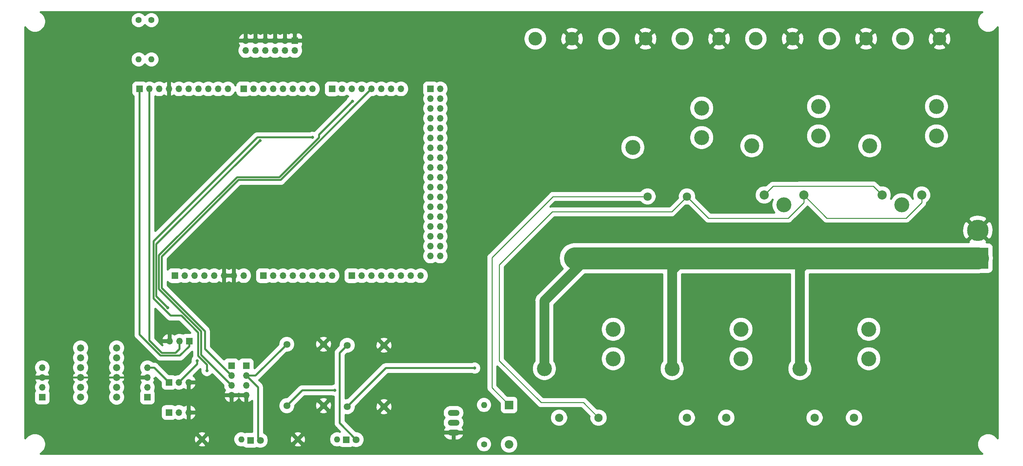
<source format=gbr>
%TF.GenerationSoftware,KiCad,Pcbnew,(5.1.7)-1*%
%TF.CreationDate,2020-10-28T15:09:14+05:30*%
%TF.ProjectId,AUVMEC2020,4155564d-4543-4323-9032-302e6b696361,rev?*%
%TF.SameCoordinates,Original*%
%TF.FileFunction,Copper,L2,Bot*%
%TF.FilePolarity,Positive*%
%FSLAX46Y46*%
G04 Gerber Fmt 4.6, Leading zero omitted, Abs format (unit mm)*
G04 Created by KiCad (PCBNEW (5.1.7)-1) date 2020-10-28 15:09:14*
%MOMM*%
%LPD*%
G01*
G04 APERTURE LIST*
%TA.AperFunction,ComponentPad*%
%ADD10O,1.700000X1.700000*%
%TD*%
%TA.AperFunction,ComponentPad*%
%ADD11R,1.700000X1.700000*%
%TD*%
%TA.AperFunction,ComponentPad*%
%ADD12C,1.800000*%
%TD*%
%TA.AperFunction,ComponentPad*%
%ADD13C,1.830000*%
%TD*%
%TA.AperFunction,ComponentPad*%
%ADD14C,2.375000*%
%TD*%
%TA.AperFunction,ComponentPad*%
%ADD15C,3.875000*%
%TD*%
%TA.AperFunction,ComponentPad*%
%ADD16C,2.150000*%
%TD*%
%TA.AperFunction,ComponentPad*%
%ADD17C,3.500000*%
%TD*%
%TA.AperFunction,ComponentPad*%
%ADD18O,1.600000X1.600000*%
%TD*%
%TA.AperFunction,ComponentPad*%
%ADD19C,1.600000*%
%TD*%
%TA.AperFunction,ComponentPad*%
%ADD20R,1.800000X1.800000*%
%TD*%
%TA.AperFunction,ComponentPad*%
%ADD21O,2.200000X2.200000*%
%TD*%
%TA.AperFunction,ComponentPad*%
%ADD22R,2.200000X2.200000*%
%TD*%
%TA.AperFunction,ComponentPad*%
%ADD23R,5.516000X5.516000*%
%TD*%
%TA.AperFunction,ComponentPad*%
%ADD24C,5.516000*%
%TD*%
%TA.AperFunction,ComponentPad*%
%ADD25O,3.016000X1.508000*%
%TD*%
%TA.AperFunction,ViaPad*%
%ADD26C,2.030000*%
%TD*%
%TA.AperFunction,ViaPad*%
%ADD27C,0.800000*%
%TD*%
%TA.AperFunction,Conductor*%
%ADD28C,0.250000*%
%TD*%
%TA.AperFunction,Conductor*%
%ADD29C,0.500000*%
%TD*%
%TA.AperFunction,Conductor*%
%ADD30C,2.560000*%
%TD*%
%TA.AperFunction,Conductor*%
%ADD31C,5.700000*%
%TD*%
%TA.AperFunction,Conductor*%
%ADD32C,0.512000*%
%TD*%
%TA.AperFunction,Conductor*%
%ADD33C,0.100000*%
%TD*%
G04 APERTURE END LIST*
D10*
%TO.P,J7,8*%
%TO.N,N/C*%
X139065000Y-117729000D03*
%TO.P,J7,7*%
%TO.N,GND*%
X136525000Y-117729000D03*
%TO.P,J7,6*%
X133985000Y-117729000D03*
%TO.P,J7,5*%
%TO.N,5V-REG*%
X131445000Y-117729000D03*
%TO.P,J7,4*%
%TO.N,3V3*%
X128905000Y-117729000D03*
%TO.P,J7,3*%
%TO.N,N/C*%
X126365000Y-117729000D03*
%TO.P,J7,2*%
X123825000Y-117729000D03*
D11*
%TO.P,J7,1*%
X121285000Y-117729000D03*
%TD*%
D12*
%TO.P,U2,2*%
%TO.N,GND*%
X159690000Y-151323000D03*
%TO.P,U2,3*%
X159690000Y-135443000D03*
%TO.P,U2,4*%
%TO.N,5V-REG*%
X150190000Y-135443000D03*
%TO.P,U2,1*%
%TO.N,VCC*%
X150190000Y-151323000D03*
%TD*%
%TO.P,U1,2*%
%TO.N,GND*%
X175311000Y-151577000D03*
%TO.P,U1,3*%
X175311000Y-135697000D03*
%TO.P,U1,4*%
%TO.N,12V-REG*%
X165811000Y-135697000D03*
%TO.P,U1,1*%
%TO.N,VCC*%
X165811000Y-151577000D03*
%TD*%
D13*
%TO.P,PCB1,1*%
%TO.N,SCL*%
X106201000Y-149098000D03*
%TO.P,PCB1,2*%
%TO.N,SDA*%
X106201000Y-146558000D03*
%TO.P,PCB1,3*%
%TO.N,GND*%
X106201000Y-144018000D03*
%TO.P,PCB1,4*%
%TO.N,5V-REG*%
X106201000Y-141478000D03*
%TO.P,PCB1,5*%
%TO.N,N/C*%
X106201000Y-138938000D03*
%TO.P,PCB1,6*%
X106201000Y-136398000D03*
%TO.P,PCB1,10*%
%TO.N,GND*%
X96901000Y-144018000D03*
%TO.P,PCB1,12*%
%TO.N,SCL-3V3*%
X96901000Y-149098000D03*
%TO.P,PCB1,11*%
%TO.N,SDA-3V3*%
X96901000Y-146558000D03*
%TO.P,PCB1,8*%
%TO.N,N/C*%
X96901000Y-138938000D03*
%TO.P,PCB1,7*%
X96901000Y-136398000D03*
%TO.P,PCB1,9*%
%TO.N,3V3*%
X96901000Y-141478000D03*
%TD*%
D14*
%TO.P,K6,5*%
%TO.N,TRIG-REL*%
X304080000Y-96880000D03*
%TO.P,K6,4*%
%TO.N,GND-REL*%
X314280000Y-96880000D03*
D15*
%TO.P,K6,3*%
%TO.N,VCC*%
X309180000Y-99410000D03*
X300880000Y-84170000D03*
%TO.P,K6,2*%
%TO.N,N/C*%
X318080000Y-81630000D03*
%TO.P,K6,1*%
%TO.N,PWR-ESC6*%
X318080000Y-74030000D03*
%TD*%
D16*
%TO.P,K2,5*%
%TO.N,TRIG-REL*%
X286600000Y-154420000D03*
%TO.P,K2,4*%
%TO.N,GND-REL*%
X296800000Y-154420000D03*
D15*
%TO.P,K2,3*%
%TO.N,VCC*%
X282800000Y-141720000D03*
%TO.P,K2,2*%
%TO.N,N/C*%
X300600000Y-139180000D03*
%TO.P,K2,1*%
%TO.N,PWR-ESC3*%
X300600000Y-131580000D03*
%TD*%
D17*
%TO.P,J2,12*%
%TO.N,GND*%
X318915000Y-56515000D03*
%TO.P,J2,11*%
%TO.N,PWR-ESC6*%
X309415000Y-56515000D03*
%TO.P,J2,10*%
%TO.N,GND*%
X299915000Y-56515000D03*
%TO.P,J2,9*%
%TO.N,PWR-ESC5*%
X290415000Y-56515000D03*
%TO.P,J2,8*%
%TO.N,GND*%
X280915000Y-56515000D03*
%TO.P,J2,7*%
%TO.N,PWR-ESC4*%
X271415000Y-56515000D03*
%TO.P,J2,6*%
%TO.N,GND*%
X261915000Y-56515000D03*
%TO.P,J2,5*%
%TO.N,PWR-ESC3*%
X252415000Y-56515000D03*
%TO.P,J2,4*%
%TO.N,GND*%
X242915000Y-56515000D03*
%TO.P,J2,3*%
%TO.N,PWR-ESC2*%
X233415000Y-56515000D03*
%TO.P,J2,2*%
%TO.N,GND*%
X223915000Y-56515000D03*
%TO.P,J2,1*%
%TO.N,PWR-ESC1*%
X214415000Y-56515000D03*
%TD*%
D18*
%TO.P,R5,2*%
%TO.N,Net-(D3-Pad1)*%
X163195000Y-160020000D03*
D19*
%TO.P,R5,1*%
%TO.N,GND*%
X153035000Y-160020000D03*
%TD*%
D18*
%TO.P,R4,2*%
%TO.N,Net-(D2-Pad1)*%
X138430000Y-160020000D03*
D19*
%TO.P,R4,1*%
%TO.N,GND*%
X128270000Y-160020000D03*
%TD*%
D10*
%TO.P,J17,4*%
%TO.N,GND*%
X135890000Y-148590000D03*
%TO.P,J17,3*%
%TO.N,RX_ECHO*%
X135890000Y-146050000D03*
%TO.P,J17,2*%
%TO.N,TX_ECHO*%
X135890000Y-143510000D03*
D11*
%TO.P,J17,1*%
%TO.N,5V-REG*%
X135890000Y-140970000D03*
%TD*%
D10*
%TO.P,J16,3*%
%TO.N,GND*%
X124815600Y-145288000D03*
%TO.P,J16,2*%
%TO.N,INT_FLOW2*%
X122275600Y-145288000D03*
D11*
%TO.P,J16,1*%
%TO.N,5V-REG*%
X119735600Y-145288000D03*
%TD*%
D10*
%TO.P,J15,3*%
%TO.N,GND*%
X124815600Y-153060400D03*
%TO.P,J15,2*%
%TO.N,INT_FLOW1*%
X122275600Y-153060400D03*
D11*
%TO.P,J15,1*%
%TO.N,5V-REG*%
X119735600Y-153060400D03*
%TD*%
D10*
%TO.P,J14,3*%
%TO.N,GND*%
X119888000Y-134620000D03*
%TO.P,J14,2*%
%TO.N,SDA*%
X122428000Y-134620000D03*
D11*
%TO.P,J14,1*%
%TO.N,SCL*%
X124968000Y-134620000D03*
%TD*%
D12*
%TO.P,D3,2*%
%TO.N,12V-REG*%
X168106001Y-160084001D03*
D20*
%TO.P,D3,1*%
%TO.N,Net-(D3-Pad1)*%
X165566001Y-160084001D03*
%TD*%
D12*
%TO.P,D2,2*%
%TO.N,5V-REG*%
X143341001Y-160249001D03*
D20*
%TO.P,D2,1*%
%TO.N,Net-(D2-Pad1)*%
X140801001Y-160249001D03*
%TD*%
D21*
%TO.P,D1,2*%
%TO.N,GND-REL*%
X207645000Y-161290000D03*
D22*
%TO.P,D1,1*%
%TO.N,TRIG-REL*%
X207645000Y-151130000D03*
%TD*%
D10*
%TO.P,J1,4*%
%TO.N,GND*%
X139700000Y-148590000D03*
%TO.P,J1,3*%
%TO.N,TRIG-KS*%
X139700000Y-146050000D03*
%TO.P,J1,2*%
%TO.N,5V-REG*%
X139700000Y-143510000D03*
D11*
%TO.P,J1,1*%
%TO.N,12V-REG*%
X139700000Y-140970000D03*
%TD*%
D16*
%TO.P,K4,5*%
%TO.N,TRIG-REL*%
X253580000Y-154420000D03*
%TO.P,K4,4*%
%TO.N,GND-REL*%
X263780000Y-154420000D03*
D15*
%TO.P,K4,3*%
%TO.N,VCC*%
X249780000Y-141720000D03*
%TO.P,K4,2*%
%TO.N,N/C*%
X267580000Y-139180000D03*
%TO.P,K4,1*%
%TO.N,PWR-ESC2*%
X267580000Y-131580000D03*
%TD*%
D16*
%TO.P,K5,5*%
%TO.N,TRIG-REL*%
X243420000Y-97270000D03*
%TO.P,K5,4*%
%TO.N,GND-REL*%
X253620000Y-97270000D03*
D15*
%TO.P,K5,3*%
%TO.N,VCC*%
X239620000Y-84570000D03*
%TO.P,K5,2*%
%TO.N,N/C*%
X257420000Y-82030000D03*
%TO.P,K5,1*%
%TO.N,PWR-ESC4*%
X257420000Y-74430000D03*
%TD*%
D14*
%TO.P,K3,5*%
%TO.N,TRIG-REL*%
X273600000Y-96880000D03*
%TO.P,K3,4*%
%TO.N,GND-REL*%
X283800000Y-96880000D03*
D15*
%TO.P,K3,3*%
%TO.N,VCC*%
X278700000Y-99410000D03*
X270400000Y-84170000D03*
%TO.P,K3,2*%
%TO.N,N/C*%
X287600000Y-81630000D03*
%TO.P,K3,1*%
%TO.N,PWR-ESC5*%
X287600000Y-74030000D03*
%TD*%
D16*
%TO.P,K1,5*%
%TO.N,TRIG-REL*%
X220560000Y-154420000D03*
%TO.P,K1,4*%
%TO.N,GND-REL*%
X230760000Y-154420000D03*
D15*
%TO.P,K1,3*%
%TO.N,VCC*%
X216760000Y-141720000D03*
%TO.P,K1,2*%
%TO.N,N/C*%
X234560000Y-139180000D03*
%TO.P,K1,1*%
%TO.N,PWR-ESC1*%
X234560000Y-131580000D03*
%TD*%
D11*
%TO.P,J3,1*%
%TO.N,SCL*%
X114173000Y-149098000D03*
D10*
%TO.P,J3,2*%
%TO.N,SDA*%
X114173000Y-146558000D03*
%TO.P,J3,3*%
%TO.N,GND*%
X114173000Y-144018000D03*
%TO.P,J3,4*%
%TO.N,5V-REG*%
X114173000Y-141478000D03*
%TD*%
%TO.P,J4,4*%
%TO.N,3V3*%
X86995000Y-141478000D03*
%TO.P,J4,3*%
%TO.N,GND*%
X86995000Y-144018000D03*
%TO.P,J4,2*%
%TO.N,SDA-3V3*%
X86995000Y-146558000D03*
D11*
%TO.P,J4,1*%
%TO.N,SCL-3V3*%
X86995000Y-149098000D03*
%TD*%
D23*
%TO.P,J5,1*%
%TO.N,VCC*%
X328803000Y-113201000D03*
D24*
%TO.P,J5,2*%
%TO.N,GND*%
X328803000Y-106001000D03*
%TD*%
D11*
%TO.P,J6,1*%
%TO.N,GND*%
X152273000Y-57023000D03*
D10*
%TO.P,J6,2*%
%TO.N,CS1*%
X152273000Y-59563000D03*
%TO.P,J6,3*%
%TO.N,GND*%
X149733000Y-57023000D03*
%TO.P,J6,4*%
%TO.N,CS2*%
X149733000Y-59563000D03*
%TO.P,J6,5*%
%TO.N,GND*%
X147193000Y-57023000D03*
%TO.P,J6,6*%
%TO.N,CS3*%
X147193000Y-59563000D03*
%TO.P,J6,7*%
%TO.N,GND*%
X144653000Y-57023000D03*
%TO.P,J6,8*%
%TO.N,CS4*%
X144653000Y-59563000D03*
%TO.P,J6,9*%
%TO.N,GND*%
X142113000Y-57023000D03*
%TO.P,J6,10*%
%TO.N,CS5*%
X142113000Y-59563000D03*
%TO.P,J6,11*%
%TO.N,GND*%
X139573000Y-57023000D03*
%TO.P,J6,12*%
%TO.N,CS6*%
X139573000Y-59563000D03*
%TD*%
D11*
%TO.P,J8,1*%
%TO.N,N/C*%
X144145000Y-117729000D03*
D10*
%TO.P,J8,2*%
X146685000Y-117729000D03*
%TO.P,J8,3*%
X149225000Y-117729000D03*
%TO.P,J8,4*%
X151765000Y-117729000D03*
%TO.P,J8,5*%
X154305000Y-117729000D03*
%TO.P,J8,6*%
X156845000Y-117729000D03*
%TO.P,J8,7*%
X159385000Y-117729000D03*
%TO.P,J8,8*%
X161925000Y-117729000D03*
%TD*%
%TO.P,J9,8*%
%TO.N,N/C*%
X184785000Y-117729000D03*
%TO.P,J9,7*%
X182245000Y-117729000D03*
%TO.P,J9,6*%
X179705000Y-117729000D03*
%TO.P,J9,5*%
X177165000Y-117729000D03*
%TO.P,J9,4*%
X174625000Y-117729000D03*
%TO.P,J9,3*%
X172085000Y-117729000D03*
%TO.P,J9,2*%
X169545000Y-117729000D03*
D11*
%TO.P,J9,1*%
X167005000Y-117729000D03*
%TD*%
%TO.P,J10,1*%
%TO.N,N/C*%
X187325000Y-69469000D03*
D10*
%TO.P,J10,2*%
X189865000Y-69469000D03*
%TO.P,J10,3*%
X187325000Y-72009000D03*
%TO.P,J10,4*%
X189865000Y-72009000D03*
%TO.P,J10,5*%
X187325000Y-74549000D03*
%TO.P,J10,6*%
X189865000Y-74549000D03*
%TO.P,J10,7*%
X187325000Y-77089000D03*
%TO.P,J10,8*%
X189865000Y-77089000D03*
%TO.P,J10,9*%
X187325000Y-79629000D03*
%TO.P,J10,10*%
X189865000Y-79629000D03*
%TO.P,J10,11*%
X187325000Y-82169000D03*
%TO.P,J10,12*%
X189865000Y-82169000D03*
%TO.P,J10,13*%
X187325000Y-84709000D03*
%TO.P,J10,14*%
X189865000Y-84709000D03*
%TO.P,J10,15*%
X187325000Y-87249000D03*
%TO.P,J10,16*%
X189865000Y-87249000D03*
%TO.P,J10,17*%
X187325000Y-89789000D03*
%TO.P,J10,18*%
X189865000Y-89789000D03*
%TO.P,J10,19*%
X187325000Y-92329000D03*
%TO.P,J10,20*%
X189865000Y-92329000D03*
%TO.P,J10,21*%
X187325000Y-94869000D03*
%TO.P,J10,22*%
X189865000Y-94869000D03*
%TO.P,J10,23*%
X187325000Y-97409000D03*
%TO.P,J10,24*%
X189865000Y-97409000D03*
%TO.P,J10,25*%
X187325000Y-99949000D03*
%TO.P,J10,26*%
X189865000Y-99949000D03*
%TO.P,J10,27*%
X187325000Y-102489000D03*
%TO.P,J10,28*%
X189865000Y-102489000D03*
%TO.P,J10,29*%
X187325000Y-105029000D03*
%TO.P,J10,30*%
X189865000Y-105029000D03*
%TO.P,J10,31*%
X187325000Y-107569000D03*
%TO.P,J10,32*%
X189865000Y-107569000D03*
%TO.P,J10,33*%
X187325000Y-110109000D03*
%TO.P,J10,34*%
X189865000Y-110109000D03*
%TO.P,J10,35*%
X187325000Y-112649000D03*
%TO.P,J10,36*%
X189865000Y-112649000D03*
%TD*%
%TO.P,J11,10*%
%TO.N,N/C*%
X135001000Y-69469000D03*
%TO.P,J11,9*%
X132461000Y-69469000D03*
%TO.P,J11,8*%
X129921000Y-69469000D03*
%TO.P,J11,7*%
X127381000Y-69469000D03*
%TO.P,J11,6*%
X124841000Y-69469000D03*
%TO.P,J11,5*%
X122301000Y-69469000D03*
%TO.P,J11,4*%
%TO.N,GND*%
X119761000Y-69469000D03*
%TO.P,J11,3*%
%TO.N,N/C*%
X117221000Y-69469000D03*
%TO.P,J11,2*%
%TO.N,SDA*%
X114681000Y-69469000D03*
D11*
%TO.P,J11,1*%
%TO.N,SCL*%
X112141000Y-69469000D03*
%TD*%
%TO.P,J12,1*%
%TO.N,CS6*%
X139065000Y-69469000D03*
D10*
%TO.P,J12,2*%
%TO.N,CS5*%
X141605000Y-69469000D03*
%TO.P,J12,3*%
%TO.N,CS4*%
X144145000Y-69469000D03*
%TO.P,J12,4*%
%TO.N,CS3*%
X146685000Y-69469000D03*
%TO.P,J12,5*%
%TO.N,CS2*%
X149225000Y-69469000D03*
%TO.P,J12,6*%
%TO.N,CS1*%
X151765000Y-69469000D03*
%TO.P,J12,7*%
%TO.N,N/C*%
X154305000Y-69469000D03*
%TO.P,J12,8*%
X156845000Y-69469000D03*
%TD*%
%TO.P,J13,8*%
%TO.N,INT_FLOW2*%
X179705000Y-69469000D03*
%TO.P,J13,7*%
%TO.N,INT_FLOW1*%
X177165000Y-69469000D03*
%TO.P,J13,6*%
%TO.N,RX_ECHO*%
X174625000Y-69469000D03*
%TO.P,J13,5*%
%TO.N,TX_ECHO*%
X172085000Y-69469000D03*
%TO.P,J13,4*%
%TO.N,N/C*%
X169545000Y-69469000D03*
%TO.P,J13,3*%
X167005000Y-69469000D03*
%TO.P,J13,2*%
X164465000Y-69469000D03*
D11*
%TO.P,J13,1*%
X161925000Y-69469000D03*
%TD*%
D18*
%TO.P,R1,2*%
%TO.N,TRIG-REL*%
X201168000Y-151130000D03*
D19*
%TO.P,R1,1*%
%TO.N,12V-REG*%
X201168000Y-161290000D03*
%TD*%
%TO.P,R2,1*%
%TO.N,5V-REG*%
X111887000Y-51689000D03*
D18*
%TO.P,R2,2*%
%TO.N,SCL*%
X111887000Y-61849000D03*
%TD*%
D19*
%TO.P,R3,1*%
%TO.N,5V-REG*%
X115189000Y-51689000D03*
D18*
%TO.P,R3,2*%
%TO.N,SDA*%
X115189000Y-61849000D03*
%TD*%
D25*
%TO.P,U3,3*%
%TO.N,GND*%
X193294000Y-158242000D03*
%TO.P,U3,2*%
%TO.N,TRIG-REL*%
X193294000Y-155702000D03*
%TO.P,U3,1*%
%TO.N,TRIG-KS*%
X193294000Y-153162000D03*
%TD*%
D26*
%TO.N,GND*%
X320675000Y-104775000D03*
X317500000Y-104775000D03*
X317500000Y-101600000D03*
X320675000Y-101600000D03*
X320675000Y-97790000D03*
X320675000Y-94615000D03*
X324485000Y-94615000D03*
X324485000Y-97790000D03*
X320675000Y-90805000D03*
X324485000Y-90805000D03*
X242570000Y-105410000D03*
X250825000Y-105410000D03*
X258445000Y-105410000D03*
X271780000Y-105410000D03*
X285115000Y-105410000D03*
X295275000Y-105410000D03*
X306070000Y-120650000D03*
X317500000Y-120650000D03*
X320040000Y-120650000D03*
X322580000Y-120650000D03*
X219075000Y-62230000D03*
X223520000Y-62230000D03*
X239395000Y-62230000D03*
X253365000Y-62230000D03*
X257175000Y-62230000D03*
X273050000Y-62230000D03*
X276860000Y-62230000D03*
X280670000Y-62230000D03*
X294640000Y-62230000D03*
X298450000Y-62230000D03*
X302260000Y-62230000D03*
X306070000Y-62230000D03*
D27*
X156845000Y-56515000D03*
X158750000Y-56515000D03*
X156845000Y-58420000D03*
X158750000Y-58420000D03*
X86995000Y-137160000D03*
X88900000Y-137160000D03*
X86995000Y-135255000D03*
X88900000Y-135255000D03*
X106680000Y-155575000D03*
X108585000Y-155575000D03*
X106680000Y-157480000D03*
X108585000Y-157480000D03*
X184150000Y-125095000D03*
X186690000Y-125095000D03*
X184150000Y-127635000D03*
X186690000Y-127635000D03*
X189230000Y-125095000D03*
X189230000Y-127635000D03*
D26*
X315595000Y-146685000D03*
X319405000Y-146685000D03*
X315595000Y-142875000D03*
X319405000Y-142875000D03*
X210185000Y-132715000D03*
X210185000Y-135890000D03*
X320675000Y-86995000D03*
X317500000Y-86995000D03*
X317500000Y-90805000D03*
X240030000Y-77470000D03*
X244475000Y-77470000D03*
X270510000Y-77470000D03*
X274955000Y-77470000D03*
X300990000Y-77470000D03*
X305435000Y-77470000D03*
X242570000Y-138430000D03*
X242570000Y-142240000D03*
X222885000Y-139065000D03*
X222885000Y-142875000D03*
X288925000Y-139065000D03*
X288925000Y-142875000D03*
D27*
X109474000Y-144018000D03*
X110998000Y-144018000D03*
X90678000Y-144018000D03*
X92710000Y-144018000D03*
X122428000Y-148336000D03*
X184404000Y-156464000D03*
X186436000Y-156464000D03*
X220472000Y-157480000D03*
X222504000Y-157480000D03*
X230124000Y-161036000D03*
X232156000Y-161036000D03*
D26*
%TO.N,VCC*%
X317500000Y-114935000D03*
X317500000Y-111760000D03*
X320040000Y-114935000D03*
X320040000Y-111760000D03*
X322580000Y-114935000D03*
X322580000Y-111760000D03*
X306070000Y-114935000D03*
X306070000Y-111760000D03*
X295275000Y-114935000D03*
X295275000Y-111760000D03*
X285115000Y-114935000D03*
X285115000Y-111760000D03*
X271780000Y-114935000D03*
X271780000Y-111760000D03*
X258445000Y-114935000D03*
X258445000Y-111760000D03*
X250825000Y-114935000D03*
X250825000Y-111760000D03*
X242570000Y-114935000D03*
X242570000Y-111760000D03*
X233045000Y-114935000D03*
X233045000Y-111760000D03*
X229870000Y-114935000D03*
X229870000Y-111760000D03*
X226695000Y-114755000D03*
X226695000Y-111760000D03*
D27*
X198755000Y-141605000D03*
X162560000Y-147320000D03*
%TO.N,RX_ECHO*%
X167132000Y-72644000D03*
%TO.N,INT_FLOW1*%
X129540000Y-142240000D03*
X156806001Y-81953999D03*
%TO.N,INT_FLOW2*%
X127000000Y-139700000D03*
X119380000Y-125984000D03*
X143256000Y-82804000D03*
%TD*%
D28*
%TO.N,TRIG-REL*%
X273600000Y-96880000D02*
X275865000Y-94615000D01*
X301767499Y-94567499D02*
X304080000Y-96880000D01*
X282689999Y-94567499D02*
X301767499Y-94567499D01*
X282642498Y-94615000D02*
X282689999Y-94567499D01*
X275865000Y-94615000D02*
X282642498Y-94615000D01*
X243420000Y-97270000D02*
X218960000Y-97270000D01*
X218960000Y-97270000D02*
X203200000Y-113030000D01*
X203200000Y-146685000D02*
X207645000Y-151130000D01*
X203200000Y-113030000D02*
X203200000Y-146685000D01*
%TO.N,GND-REL*%
X314280000Y-98842502D02*
X310252502Y-102870000D01*
X314280000Y-96880000D02*
X314280000Y-98842502D01*
X289790000Y-102870000D02*
X283800000Y-96880000D01*
X310252502Y-102870000D02*
X289790000Y-102870000D01*
X283800000Y-98842502D02*
X279772502Y-102870000D01*
X283800000Y-96880000D02*
X283800000Y-98842502D01*
X259220000Y-102870000D02*
X253620000Y-97270000D01*
X279772502Y-102870000D02*
X259220000Y-102870000D01*
X226835000Y-150495000D02*
X230760000Y-154420000D01*
X215900000Y-150495000D02*
X226835000Y-150495000D01*
X205105000Y-139700000D02*
X215900000Y-150495000D01*
X205105000Y-114935000D02*
X205105000Y-139700000D01*
X218826110Y-101213890D02*
X205105000Y-114935000D01*
X249676110Y-101213890D02*
X218826110Y-101213890D01*
X253620000Y-97270000D02*
X249676110Y-101213890D01*
D29*
%TO.N,12V-REG*%
X163830000Y-155808000D02*
X168106001Y-160084001D01*
X163830000Y-137678000D02*
X163830000Y-155808000D01*
X165811000Y-135697000D02*
X163830000Y-137678000D01*
%TO.N,5V-REG*%
X142123000Y-143510000D02*
X150190000Y-135443000D01*
X139700000Y-143510000D02*
X142123000Y-143510000D01*
X143256000Y-160164000D02*
X143341001Y-160249001D01*
X139700000Y-143510000D02*
X142748000Y-146558000D01*
X142748000Y-159656000D02*
X143341001Y-160249001D01*
X142748000Y-146558000D02*
X142748000Y-159656000D01*
X115925600Y-141478000D02*
X119735600Y-145288000D01*
X114173000Y-141478000D02*
X115925600Y-141478000D01*
%TO.N,GND*%
X86995000Y-144018000D02*
X90678000Y-144018000D01*
X106201000Y-144018000D02*
X109474000Y-144018000D01*
X96901000Y-144018000D02*
X106201000Y-144018000D01*
X124815600Y-145288000D02*
X124815600Y-153060400D01*
X109474000Y-144018000D02*
X110998000Y-144018000D01*
X110998000Y-144018000D02*
X114173000Y-144018000D01*
X90678000Y-144018000D02*
X92710000Y-144018000D01*
X92710000Y-144018000D02*
X96901000Y-144018000D01*
%TO.N,SCL*%
X114173000Y-149098000D02*
X114173000Y-148482002D01*
X124968000Y-135970000D02*
X124968000Y-134620000D01*
X122569990Y-138368010D02*
X124968000Y-135970000D01*
X117566047Y-138368010D02*
X122569990Y-138368010D01*
X112141000Y-132942963D02*
X117566047Y-138368010D01*
X112141000Y-69469000D02*
X112141000Y-132942963D01*
%TO.N,SDA*%
X122428000Y-134620000D02*
X122428000Y-136652000D01*
X122428000Y-136652000D02*
X121412000Y-137668000D01*
X121412000Y-137668000D02*
X117856000Y-137668000D01*
X114681000Y-134493000D02*
X114681000Y-69469000D01*
X117856000Y-137668000D02*
X114681000Y-134493000D01*
D30*
%TO.N,VCC*%
X282800000Y-115980000D02*
X285579000Y-113201000D01*
X282800000Y-141720000D02*
X282800000Y-115980000D01*
D31*
X328803000Y-113201000D02*
X285579000Y-113201000D01*
D30*
X249780000Y-116322000D02*
X252901000Y-113201000D01*
X249780000Y-141720000D02*
X249780000Y-116322000D01*
D31*
X285579000Y-113201000D02*
X252901000Y-113201000D01*
D30*
X216760000Y-124235000D02*
X227794000Y-113201000D01*
X216760000Y-141720000D02*
X216760000Y-124235000D01*
D31*
X227794000Y-113201000D02*
X224619000Y-113201000D01*
X252901000Y-113201000D02*
X227794000Y-113201000D01*
D29*
X175783000Y-141605000D02*
X165811000Y-151577000D01*
X198755000Y-141605000D02*
X175783000Y-141605000D01*
X150190000Y-151323000D02*
X154193000Y-147320000D01*
X154193000Y-147320000D02*
X162560000Y-147320000D01*
%TO.N,TX_ECHO*%
X129032000Y-136652000D02*
X129032000Y-132080000D01*
X135890000Y-143510000D02*
X129032000Y-136652000D01*
X129032000Y-132080000D02*
X117856000Y-120904000D01*
X117856000Y-120904000D02*
X117856000Y-112776000D01*
X137668000Y-92964000D02*
X148590000Y-92964000D01*
X117856000Y-112776000D02*
X137668000Y-92964000D01*
X148590000Y-92964000D02*
X172085000Y-69469000D01*
%TO.N,RX_ECHO*%
X117856000Y-121920000D02*
X128016000Y-132080000D01*
X117155990Y-121193953D02*
X117856000Y-121893962D01*
X128016000Y-138176000D02*
X135890000Y-146050000D01*
X137378047Y-92263990D02*
X117155990Y-112486047D01*
X148300048Y-92263990D02*
X137378047Y-92263990D01*
X117856000Y-121893962D02*
X117856000Y-121920000D01*
X158496000Y-82068038D02*
X148300048Y-92263990D01*
X117155990Y-112486047D02*
X117155990Y-121193953D01*
X158496000Y-81280000D02*
X158496000Y-82068038D01*
X128016000Y-132080000D02*
X128016000Y-138176000D01*
X167132000Y-72644000D02*
X158496000Y-81280000D01*
%TO.N,INT_FLOW1*%
X142582001Y-81953999D02*
X156806001Y-81953999D01*
X115755970Y-108780030D02*
X142582001Y-81953999D01*
X115755970Y-123617972D02*
X115755970Y-108780030D01*
X120153998Y-128016000D02*
X115755970Y-123617972D01*
X122936000Y-128016000D02*
X120153998Y-128016000D01*
X127315990Y-138465953D02*
X127315990Y-132395990D01*
X127315990Y-132395990D02*
X122936000Y-128016000D01*
X129540000Y-140689962D02*
X127315990Y-138465953D01*
X129540000Y-142240000D02*
X129540000Y-140689962D01*
%TO.N,INT_FLOW2*%
X122275600Y-145288000D02*
X127000000Y-140563600D01*
X127000000Y-140563600D02*
X127000000Y-139700000D01*
X116455980Y-123059980D02*
X116455980Y-109604020D01*
X119380000Y-125984000D02*
X116455980Y-123059980D01*
X116455980Y-109604020D02*
X143256000Y-82804000D01*
%TD*%
D32*
%TO.N,GND*%
X329634107Y-49832958D02*
X329232958Y-50234107D01*
X328917777Y-50705808D01*
X328700677Y-51229935D01*
X328590000Y-51786345D01*
X328590000Y-52353655D01*
X328700677Y-52910065D01*
X328917777Y-53434192D01*
X329232958Y-53905893D01*
X329634107Y-54307042D01*
X330105808Y-54622223D01*
X330629935Y-54839323D01*
X331186345Y-54950000D01*
X331753655Y-54950000D01*
X332310065Y-54839323D01*
X332834192Y-54622223D01*
X333305893Y-54307042D01*
X333707042Y-53905893D01*
X333950000Y-53542281D01*
X333950001Y-159817720D01*
X333707042Y-159454107D01*
X333305893Y-159052958D01*
X332834192Y-158737777D01*
X332310065Y-158520677D01*
X331753655Y-158410000D01*
X331186345Y-158410000D01*
X330629935Y-158520677D01*
X330105808Y-158737777D01*
X329634107Y-159052958D01*
X329232958Y-159454107D01*
X328917777Y-159925808D01*
X328700677Y-160449935D01*
X328590000Y-161006345D01*
X328590000Y-161573655D01*
X328700677Y-162130065D01*
X328917777Y-162654192D01*
X329232958Y-163125893D01*
X329634107Y-163527042D01*
X329997719Y-163770000D01*
X86562281Y-163770000D01*
X86925893Y-163527042D01*
X87327042Y-163125893D01*
X87642223Y-162654192D01*
X87859323Y-162130065D01*
X87970000Y-161573655D01*
X87970000Y-161439484D01*
X127212554Y-161439484D01*
X127257849Y-161848638D01*
X127634047Y-162010962D01*
X128034685Y-162096774D01*
X128444365Y-162102777D01*
X128847343Y-162028740D01*
X129228136Y-161877508D01*
X129282151Y-161848638D01*
X129327446Y-161439484D01*
X128270000Y-160382039D01*
X127212554Y-161439484D01*
X87970000Y-161439484D01*
X87970000Y-161006345D01*
X87859323Y-160449935D01*
X87753463Y-160194365D01*
X126187223Y-160194365D01*
X126261260Y-160597343D01*
X126412492Y-160978136D01*
X126441362Y-161032151D01*
X126850516Y-161077446D01*
X127907961Y-160020000D01*
X128632039Y-160020000D01*
X129689484Y-161077446D01*
X130098638Y-161032151D01*
X130260962Y-160655953D01*
X130346774Y-160255315D01*
X130352777Y-159845635D01*
X130278740Y-159442657D01*
X130127508Y-159061864D01*
X130098638Y-159007849D01*
X129689484Y-158962554D01*
X128632039Y-160020000D01*
X127907961Y-160020000D01*
X126850516Y-158962554D01*
X126441362Y-159007849D01*
X126279038Y-159384047D01*
X126193226Y-159784685D01*
X126187223Y-160194365D01*
X87753463Y-160194365D01*
X87642223Y-159925808D01*
X87327042Y-159454107D01*
X86925893Y-159052958D01*
X86454192Y-158737777D01*
X86122814Y-158600516D01*
X127212554Y-158600516D01*
X128270000Y-159657961D01*
X129327446Y-158600516D01*
X129282151Y-158191362D01*
X128905953Y-158029038D01*
X128505315Y-157943226D01*
X128095635Y-157937223D01*
X127692657Y-158011260D01*
X127311864Y-158162492D01*
X127257849Y-158191362D01*
X127212554Y-158600516D01*
X86122814Y-158600516D01*
X85930065Y-158520677D01*
X85373655Y-158410000D01*
X84806345Y-158410000D01*
X84249935Y-158520677D01*
X83725808Y-158737777D01*
X83254107Y-159052958D01*
X82852958Y-159454107D01*
X82610000Y-159817719D01*
X82610000Y-152210400D01*
X117599407Y-152210400D01*
X117599407Y-153910400D01*
X117624121Y-154161324D01*
X117697313Y-154402605D01*
X117816170Y-154624971D01*
X117976124Y-154819876D01*
X118171029Y-154979830D01*
X118393395Y-155098687D01*
X118634676Y-155171879D01*
X118885600Y-155196593D01*
X120585600Y-155196593D01*
X120836524Y-155171879D01*
X121077805Y-155098687D01*
X121300171Y-154979830D01*
X121314724Y-154967887D01*
X121654302Y-155108545D01*
X122065813Y-155190400D01*
X122485387Y-155190400D01*
X122896898Y-155108545D01*
X123284533Y-154947981D01*
X123556067Y-154766549D01*
X123779796Y-154921594D01*
X124162800Y-155087907D01*
X124231962Y-155108879D01*
X124559600Y-154852205D01*
X124559600Y-153316400D01*
X125071600Y-153316400D01*
X125071600Y-154852205D01*
X125399238Y-155108879D01*
X125468400Y-155087907D01*
X125851404Y-154921594D01*
X126194602Y-154683756D01*
X126484806Y-154383534D01*
X126710863Y-154032464D01*
X126864086Y-153644039D01*
X126610167Y-153316400D01*
X125071600Y-153316400D01*
X124559600Y-153316400D01*
X124539600Y-153316400D01*
X124539600Y-152804400D01*
X124559600Y-152804400D01*
X124559600Y-151268595D01*
X125071600Y-151268595D01*
X125071600Y-152804400D01*
X126610167Y-152804400D01*
X126864086Y-152476761D01*
X126710863Y-152088336D01*
X126484806Y-151737266D01*
X126194602Y-151437044D01*
X125851404Y-151199206D01*
X125468400Y-151032893D01*
X125399238Y-151011921D01*
X125071600Y-151268595D01*
X124559600Y-151268595D01*
X124231962Y-151011921D01*
X124162800Y-151032893D01*
X123779796Y-151199206D01*
X123556067Y-151354251D01*
X123284533Y-151172819D01*
X122896898Y-151012255D01*
X122485387Y-150930400D01*
X122065813Y-150930400D01*
X121654302Y-151012255D01*
X121314724Y-151152913D01*
X121300171Y-151140970D01*
X121077805Y-151022113D01*
X120836524Y-150948921D01*
X120585600Y-150924207D01*
X118885600Y-150924207D01*
X118634676Y-150948921D01*
X118393395Y-151022113D01*
X118171029Y-151140970D01*
X117976124Y-151300924D01*
X117816170Y-151495829D01*
X117697313Y-151718195D01*
X117624121Y-151959476D01*
X117599407Y-152210400D01*
X82610000Y-152210400D01*
X82610000Y-148248000D01*
X84858807Y-148248000D01*
X84858807Y-149948000D01*
X84883521Y-150198924D01*
X84956713Y-150440205D01*
X85075570Y-150662571D01*
X85235524Y-150857476D01*
X85430429Y-151017430D01*
X85652795Y-151136287D01*
X85894076Y-151209479D01*
X86145000Y-151234193D01*
X87845000Y-151234193D01*
X88095924Y-151209479D01*
X88337205Y-151136287D01*
X88559571Y-151017430D01*
X88754476Y-150857476D01*
X88914430Y-150662571D01*
X89033287Y-150440205D01*
X89106479Y-150198924D01*
X89131193Y-149948000D01*
X89131193Y-148248000D01*
X89106479Y-147997076D01*
X89033287Y-147755795D01*
X88914430Y-147533429D01*
X88902487Y-147518876D01*
X89043145Y-147179298D01*
X89125000Y-146767787D01*
X89125000Y-146348213D01*
X89043145Y-145936702D01*
X88882581Y-145549067D01*
X88701149Y-145277533D01*
X88856194Y-145053804D01*
X89022507Y-144670800D01*
X89043479Y-144601638D01*
X88786805Y-144274000D01*
X87251000Y-144274000D01*
X87251000Y-144294000D01*
X86739000Y-144294000D01*
X86739000Y-144274000D01*
X85203195Y-144274000D01*
X84946521Y-144601638D01*
X84967493Y-144670800D01*
X85133806Y-145053804D01*
X85288851Y-145277533D01*
X85107419Y-145549067D01*
X84946855Y-145936702D01*
X84865000Y-146348213D01*
X84865000Y-146767787D01*
X84946855Y-147179298D01*
X85087513Y-147518876D01*
X85075570Y-147533429D01*
X84956713Y-147755795D01*
X84883521Y-147997076D01*
X84858807Y-148248000D01*
X82610000Y-148248000D01*
X82610000Y-144187795D01*
X94701925Y-144187795D01*
X94777304Y-144613550D01*
X94934297Y-145016419D01*
X94978203Y-145098561D01*
X95221841Y-145132960D01*
X95196032Y-145158769D01*
X94955816Y-145518277D01*
X94790352Y-145917742D01*
X94706000Y-146341811D01*
X94706000Y-146774189D01*
X94790352Y-147198258D01*
X94955816Y-147597723D01*
X95109682Y-147828000D01*
X94955816Y-148058277D01*
X94790352Y-148457742D01*
X94706000Y-148881811D01*
X94706000Y-149314189D01*
X94790352Y-149738258D01*
X94955816Y-150137723D01*
X95196032Y-150497231D01*
X95501769Y-150802968D01*
X95861277Y-151043184D01*
X96260742Y-151208648D01*
X96684811Y-151293000D01*
X97117189Y-151293000D01*
X97541258Y-151208648D01*
X97940723Y-151043184D01*
X98300231Y-150802968D01*
X98605968Y-150497231D01*
X98846184Y-150137723D01*
X99011648Y-149738258D01*
X99096000Y-149314189D01*
X99096000Y-148881811D01*
X99011648Y-148457742D01*
X98846184Y-148058277D01*
X98692318Y-147828000D01*
X98846184Y-147597723D01*
X99011648Y-147198258D01*
X99096000Y-146774189D01*
X99096000Y-146341811D01*
X99011648Y-145917742D01*
X98846184Y-145518277D01*
X98605968Y-145158769D01*
X98580159Y-145132960D01*
X98823797Y-145098561D01*
X98997659Y-144702679D01*
X99090946Y-144280486D01*
X99092903Y-144187795D01*
X104001925Y-144187795D01*
X104077304Y-144613550D01*
X104234297Y-145016419D01*
X104278203Y-145098561D01*
X104521841Y-145132960D01*
X104496032Y-145158769D01*
X104255816Y-145518277D01*
X104090352Y-145917742D01*
X104006000Y-146341811D01*
X104006000Y-146774189D01*
X104090352Y-147198258D01*
X104255816Y-147597723D01*
X104409682Y-147828000D01*
X104255816Y-148058277D01*
X104090352Y-148457742D01*
X104006000Y-148881811D01*
X104006000Y-149314189D01*
X104090352Y-149738258D01*
X104255816Y-150137723D01*
X104496032Y-150497231D01*
X104801769Y-150802968D01*
X105161277Y-151043184D01*
X105560742Y-151208648D01*
X105984811Y-151293000D01*
X106417189Y-151293000D01*
X106841258Y-151208648D01*
X107240723Y-151043184D01*
X107600231Y-150802968D01*
X107905968Y-150497231D01*
X108146184Y-150137723D01*
X108311648Y-149738258D01*
X108396000Y-149314189D01*
X108396000Y-148881811D01*
X108311648Y-148457742D01*
X108146184Y-148058277D01*
X107992318Y-147828000D01*
X108146184Y-147597723D01*
X108311648Y-147198258D01*
X108396000Y-146774189D01*
X108396000Y-146341811D01*
X108311648Y-145917742D01*
X108146184Y-145518277D01*
X107905968Y-145158769D01*
X107880159Y-145132960D01*
X108123797Y-145098561D01*
X108297659Y-144702679D01*
X108390946Y-144280486D01*
X108400075Y-143848205D01*
X108324696Y-143422450D01*
X108167703Y-143019581D01*
X108123797Y-142937439D01*
X107880159Y-142903040D01*
X107905968Y-142877231D01*
X108146184Y-142517723D01*
X108311648Y-142118258D01*
X108396000Y-141694189D01*
X108396000Y-141261811D01*
X108311648Y-140837742D01*
X108146184Y-140438277D01*
X107992318Y-140208000D01*
X108146184Y-139977723D01*
X108311648Y-139578258D01*
X108396000Y-139154189D01*
X108396000Y-138721811D01*
X108311648Y-138297742D01*
X108146184Y-137898277D01*
X107992318Y-137668000D01*
X108146184Y-137437723D01*
X108311648Y-137038258D01*
X108396000Y-136614189D01*
X108396000Y-136181811D01*
X108311648Y-135757742D01*
X108146184Y-135358277D01*
X107905968Y-134998769D01*
X107600231Y-134693032D01*
X107240723Y-134452816D01*
X106841258Y-134287352D01*
X106417189Y-134203000D01*
X105984811Y-134203000D01*
X105560742Y-134287352D01*
X105161277Y-134452816D01*
X104801769Y-134693032D01*
X104496032Y-134998769D01*
X104255816Y-135358277D01*
X104090352Y-135757742D01*
X104006000Y-136181811D01*
X104006000Y-136614189D01*
X104090352Y-137038258D01*
X104255816Y-137437723D01*
X104409682Y-137668000D01*
X104255816Y-137898277D01*
X104090352Y-138297742D01*
X104006000Y-138721811D01*
X104006000Y-139154189D01*
X104090352Y-139578258D01*
X104255816Y-139977723D01*
X104409682Y-140208000D01*
X104255816Y-140438277D01*
X104090352Y-140837742D01*
X104006000Y-141261811D01*
X104006000Y-141694189D01*
X104090352Y-142118258D01*
X104255816Y-142517723D01*
X104496032Y-142877231D01*
X104521841Y-142903040D01*
X104278203Y-142937439D01*
X104104341Y-143333321D01*
X104011054Y-143755514D01*
X104001925Y-144187795D01*
X99092903Y-144187795D01*
X99100075Y-143848205D01*
X99024696Y-143422450D01*
X98867703Y-143019581D01*
X98823797Y-142937439D01*
X98580159Y-142903040D01*
X98605968Y-142877231D01*
X98846184Y-142517723D01*
X99011648Y-142118258D01*
X99096000Y-141694189D01*
X99096000Y-141261811D01*
X99011648Y-140837742D01*
X98846184Y-140438277D01*
X98692318Y-140208000D01*
X98846184Y-139977723D01*
X99011648Y-139578258D01*
X99096000Y-139154189D01*
X99096000Y-138721811D01*
X99011648Y-138297742D01*
X98846184Y-137898277D01*
X98692318Y-137668000D01*
X98846184Y-137437723D01*
X99011648Y-137038258D01*
X99096000Y-136614189D01*
X99096000Y-136181811D01*
X99011648Y-135757742D01*
X98846184Y-135358277D01*
X98605968Y-134998769D01*
X98300231Y-134693032D01*
X97940723Y-134452816D01*
X97541258Y-134287352D01*
X97117189Y-134203000D01*
X96684811Y-134203000D01*
X96260742Y-134287352D01*
X95861277Y-134452816D01*
X95501769Y-134693032D01*
X95196032Y-134998769D01*
X94955816Y-135358277D01*
X94790352Y-135757742D01*
X94706000Y-136181811D01*
X94706000Y-136614189D01*
X94790352Y-137038258D01*
X94955816Y-137437723D01*
X95109682Y-137668000D01*
X94955816Y-137898277D01*
X94790352Y-138297742D01*
X94706000Y-138721811D01*
X94706000Y-139154189D01*
X94790352Y-139578258D01*
X94955816Y-139977723D01*
X95109682Y-140208000D01*
X94955816Y-140438277D01*
X94790352Y-140837742D01*
X94706000Y-141261811D01*
X94706000Y-141694189D01*
X94790352Y-142118258D01*
X94955816Y-142517723D01*
X95196032Y-142877231D01*
X95221841Y-142903040D01*
X94978203Y-142937439D01*
X94804341Y-143333321D01*
X94711054Y-143755514D01*
X94701925Y-144187795D01*
X82610000Y-144187795D01*
X82610000Y-141268213D01*
X84865000Y-141268213D01*
X84865000Y-141687787D01*
X84946855Y-142099298D01*
X85107419Y-142486933D01*
X85288851Y-142758467D01*
X85133806Y-142982196D01*
X84967493Y-143365200D01*
X84946521Y-143434362D01*
X85203195Y-143762000D01*
X86739000Y-143762000D01*
X86739000Y-143742000D01*
X87251000Y-143742000D01*
X87251000Y-143762000D01*
X88786805Y-143762000D01*
X89043479Y-143434362D01*
X89022507Y-143365200D01*
X88856194Y-142982196D01*
X88701149Y-142758467D01*
X88882581Y-142486933D01*
X89043145Y-142099298D01*
X89125000Y-141687787D01*
X89125000Y-141268213D01*
X89043145Y-140856702D01*
X88882581Y-140469067D01*
X88649479Y-140120204D01*
X88352796Y-139823521D01*
X88003933Y-139590419D01*
X87616298Y-139429855D01*
X87204787Y-139348000D01*
X86785213Y-139348000D01*
X86373702Y-139429855D01*
X85986067Y-139590419D01*
X85637204Y-139823521D01*
X85340521Y-140120204D01*
X85107419Y-140469067D01*
X84946855Y-140856702D01*
X84865000Y-141268213D01*
X82610000Y-141268213D01*
X82610000Y-68619000D01*
X110004807Y-68619000D01*
X110004807Y-70319000D01*
X110029521Y-70569924D01*
X110102713Y-70811205D01*
X110221570Y-71033571D01*
X110381524Y-71228476D01*
X110576429Y-71388430D01*
X110611000Y-71406909D01*
X110611001Y-132867797D01*
X110603598Y-132942963D01*
X110633138Y-133242895D01*
X110720625Y-133531301D01*
X110862697Y-133797098D01*
X110975984Y-133935138D01*
X111053893Y-134030071D01*
X111112274Y-134077983D01*
X116431027Y-139396737D01*
X116478939Y-139455118D01*
X116711912Y-139646314D01*
X116948985Y-139773032D01*
X116977708Y-139788385D01*
X117266114Y-139875872D01*
X117296523Y-139878867D01*
X117490884Y-139898010D01*
X117490890Y-139898010D01*
X117566046Y-139905412D01*
X117641202Y-139898010D01*
X122494834Y-139898010D01*
X122569990Y-139905412D01*
X122645146Y-139898010D01*
X122645153Y-139898010D01*
X122869922Y-139875872D01*
X123158329Y-139788385D01*
X123424125Y-139646314D01*
X123657098Y-139455118D01*
X123705015Y-139396731D01*
X125785990Y-137315757D01*
X125785990Y-138390797D01*
X125778588Y-138465953D01*
X125785723Y-138538398D01*
X125695059Y-138629062D01*
X125511203Y-138904221D01*
X125384561Y-139209962D01*
X125320000Y-139534534D01*
X125320000Y-139865466D01*
X125355569Y-140044285D01*
X122241854Y-143158000D01*
X122065813Y-143158000D01*
X121654302Y-143239855D01*
X121314724Y-143380513D01*
X121300171Y-143368570D01*
X121077805Y-143249713D01*
X120836524Y-143176521D01*
X120585600Y-143151807D01*
X119763153Y-143151807D01*
X117060625Y-140449279D01*
X117012708Y-140390892D01*
X116779735Y-140199696D01*
X116513939Y-140057625D01*
X116225532Y-139970138D01*
X116000763Y-139948000D01*
X116000756Y-139948000D01*
X115925600Y-139940598D01*
X115850444Y-139948000D01*
X115655275Y-139948000D01*
X115530796Y-139823521D01*
X115181933Y-139590419D01*
X114794298Y-139429855D01*
X114382787Y-139348000D01*
X113963213Y-139348000D01*
X113551702Y-139429855D01*
X113164067Y-139590419D01*
X112815204Y-139823521D01*
X112518521Y-140120204D01*
X112285419Y-140469067D01*
X112124855Y-140856702D01*
X112043000Y-141268213D01*
X112043000Y-141687787D01*
X112124855Y-142099298D01*
X112285419Y-142486933D01*
X112466851Y-142758467D01*
X112311806Y-142982196D01*
X112145493Y-143365200D01*
X112124521Y-143434362D01*
X112381195Y-143762000D01*
X113917000Y-143762000D01*
X113917000Y-143742000D01*
X114429000Y-143742000D01*
X114429000Y-143762000D01*
X114449000Y-143762000D01*
X114449000Y-144274000D01*
X114429000Y-144274000D01*
X114429000Y-144294000D01*
X113917000Y-144294000D01*
X113917000Y-144274000D01*
X112381195Y-144274000D01*
X112124521Y-144601638D01*
X112145493Y-144670800D01*
X112311806Y-145053804D01*
X112466851Y-145277533D01*
X112285419Y-145549067D01*
X112124855Y-145936702D01*
X112043000Y-146348213D01*
X112043000Y-146767787D01*
X112124855Y-147179298D01*
X112265513Y-147518876D01*
X112253570Y-147533429D01*
X112134713Y-147755795D01*
X112061521Y-147997076D01*
X112036807Y-148248000D01*
X112036807Y-149948000D01*
X112061521Y-150198924D01*
X112134713Y-150440205D01*
X112253570Y-150662571D01*
X112413524Y-150857476D01*
X112608429Y-151017430D01*
X112830795Y-151136287D01*
X113072076Y-151209479D01*
X113323000Y-151234193D01*
X115023000Y-151234193D01*
X115273924Y-151209479D01*
X115515205Y-151136287D01*
X115737571Y-151017430D01*
X115932476Y-150857476D01*
X116092430Y-150662571D01*
X116211287Y-150440205D01*
X116284479Y-150198924D01*
X116309193Y-149948000D01*
X116309193Y-149173638D01*
X133841521Y-149173638D01*
X133862493Y-149242800D01*
X134028806Y-149625804D01*
X134266644Y-149969002D01*
X134566866Y-150259206D01*
X134917936Y-150485263D01*
X135306361Y-150638486D01*
X135634000Y-150384567D01*
X135634000Y-148846000D01*
X136146000Y-148846000D01*
X136146000Y-150384567D01*
X136473639Y-150638486D01*
X136862064Y-150485263D01*
X137213134Y-150259206D01*
X137513356Y-149969002D01*
X137751194Y-149625804D01*
X137795000Y-149524923D01*
X137838806Y-149625804D01*
X138076644Y-149969002D01*
X138376866Y-150259206D01*
X138727936Y-150485263D01*
X139116361Y-150638486D01*
X139444000Y-150384567D01*
X139444000Y-148846000D01*
X137908195Y-148846000D01*
X137795000Y-148990491D01*
X137681805Y-148846000D01*
X136146000Y-148846000D01*
X135634000Y-148846000D01*
X134098195Y-148846000D01*
X133841521Y-149173638D01*
X116309193Y-149173638D01*
X116309193Y-148248000D01*
X116284479Y-147997076D01*
X116211287Y-147755795D01*
X116092430Y-147533429D01*
X116080487Y-147518876D01*
X116221145Y-147179298D01*
X116303000Y-146767787D01*
X116303000Y-146348213D01*
X116221145Y-145936702D01*
X116060581Y-145549067D01*
X115879149Y-145277533D01*
X116034194Y-145053804D01*
X116200507Y-144670800D01*
X116221479Y-144601638D01*
X115964807Y-144274002D01*
X116303000Y-144274002D01*
X116303000Y-144019146D01*
X117599407Y-145315553D01*
X117599407Y-146138000D01*
X117624121Y-146388924D01*
X117697313Y-146630205D01*
X117816170Y-146852571D01*
X117976124Y-147047476D01*
X118171029Y-147207430D01*
X118393395Y-147326287D01*
X118634676Y-147399479D01*
X118885600Y-147424193D01*
X120585600Y-147424193D01*
X120836524Y-147399479D01*
X121077805Y-147326287D01*
X121300171Y-147207430D01*
X121314724Y-147195487D01*
X121654302Y-147336145D01*
X122065813Y-147418000D01*
X122485387Y-147418000D01*
X122896898Y-147336145D01*
X123284533Y-147175581D01*
X123556067Y-146994149D01*
X123779796Y-147149194D01*
X124162800Y-147315507D01*
X124231962Y-147336479D01*
X124559600Y-147079805D01*
X124559600Y-145544000D01*
X125071600Y-145544000D01*
X125071600Y-147079805D01*
X125399238Y-147336479D01*
X125468400Y-147315507D01*
X125851404Y-147149194D01*
X126194602Y-146911356D01*
X126484806Y-146611134D01*
X126710863Y-146260064D01*
X126864086Y-145871639D01*
X126610167Y-145544000D01*
X125071600Y-145544000D01*
X124559600Y-145544000D01*
X124539600Y-145544000D01*
X124539600Y-145187746D01*
X124715346Y-145012000D01*
X125071600Y-145012000D01*
X125071600Y-145032000D01*
X126610167Y-145032000D01*
X126864086Y-144704361D01*
X126710863Y-144315936D01*
X126484806Y-143964866D01*
X126194602Y-143664644D01*
X126116693Y-143610653D01*
X127911445Y-141815901D01*
X127860000Y-142074534D01*
X127860000Y-142405466D01*
X127924561Y-142730038D01*
X128051203Y-143035779D01*
X128235059Y-143310938D01*
X128469062Y-143544941D01*
X128744221Y-143728797D01*
X129049962Y-143855439D01*
X129374534Y-143920000D01*
X129705466Y-143920000D01*
X130030038Y-143855439D01*
X130335779Y-143728797D01*
X130610938Y-143544941D01*
X130844941Y-143310938D01*
X130901919Y-143225665D01*
X133760000Y-146083746D01*
X133760000Y-146259787D01*
X133841855Y-146671298D01*
X134002419Y-147058933D01*
X134183851Y-147330467D01*
X134028806Y-147554196D01*
X133862493Y-147937200D01*
X133841521Y-148006362D01*
X134098195Y-148334000D01*
X135634000Y-148334000D01*
X135634000Y-148314000D01*
X136146000Y-148314000D01*
X136146000Y-148334000D01*
X137681805Y-148334000D01*
X137795000Y-148189509D01*
X137908195Y-148334000D01*
X139444000Y-148334000D01*
X139444000Y-148314000D01*
X139956000Y-148314000D01*
X139956000Y-148334000D01*
X139976000Y-148334000D01*
X139976000Y-148846000D01*
X139956000Y-148846000D01*
X139956000Y-150384567D01*
X140283639Y-150638486D01*
X140672064Y-150485263D01*
X141023134Y-150259206D01*
X141218000Y-150070842D01*
X141218001Y-158062808D01*
X139901001Y-158062808D01*
X139650077Y-158087522D01*
X139408796Y-158160714D01*
X139394734Y-158168230D01*
X139036714Y-158019933D01*
X138634862Y-157940000D01*
X138225138Y-157940000D01*
X137823286Y-158019933D01*
X137444751Y-158176728D01*
X137104077Y-158404359D01*
X136814359Y-158694077D01*
X136586728Y-159034751D01*
X136429933Y-159413286D01*
X136350000Y-159815138D01*
X136350000Y-160224862D01*
X136429933Y-160626714D01*
X136586728Y-161005249D01*
X136814359Y-161345923D01*
X137104077Y-161635641D01*
X137444751Y-161863272D01*
X137823286Y-162020067D01*
X138225138Y-162100000D01*
X138634862Y-162100000D01*
X138970768Y-162033184D01*
X138991525Y-162058477D01*
X139186430Y-162218431D01*
X139408796Y-162337288D01*
X139650077Y-162410480D01*
X139901001Y-162435194D01*
X141701001Y-162435194D01*
X141951925Y-162410480D01*
X142193206Y-162337288D01*
X142408341Y-162222296D01*
X142705118Y-162345225D01*
X143126290Y-162429001D01*
X143555712Y-162429001D01*
X143976884Y-162345225D01*
X144373618Y-162180892D01*
X144730670Y-161942318D01*
X145034318Y-161638670D01*
X145167409Y-161439484D01*
X151977554Y-161439484D01*
X152022849Y-161848638D01*
X152399047Y-162010962D01*
X152799685Y-162096774D01*
X153209365Y-162102777D01*
X153612343Y-162028740D01*
X153993136Y-161877508D01*
X154047151Y-161848638D01*
X154092446Y-161439484D01*
X153035000Y-160382039D01*
X151977554Y-161439484D01*
X145167409Y-161439484D01*
X145272892Y-161281618D01*
X145437225Y-160884884D01*
X145521001Y-160463712D01*
X145521001Y-160194365D01*
X150952223Y-160194365D01*
X151026260Y-160597343D01*
X151177492Y-160978136D01*
X151206362Y-161032151D01*
X151615516Y-161077446D01*
X152672961Y-160020000D01*
X153397039Y-160020000D01*
X154454484Y-161077446D01*
X154863638Y-161032151D01*
X155025962Y-160655953D01*
X155111774Y-160255315D01*
X155117777Y-159845635D01*
X155043740Y-159442657D01*
X154892508Y-159061864D01*
X154863638Y-159007849D01*
X154454484Y-158962554D01*
X153397039Y-160020000D01*
X152672961Y-160020000D01*
X151615516Y-158962554D01*
X151206362Y-159007849D01*
X151044038Y-159384047D01*
X150958226Y-159784685D01*
X150952223Y-160194365D01*
X145521001Y-160194365D01*
X145521001Y-160034290D01*
X145437225Y-159613118D01*
X145272892Y-159216384D01*
X145034318Y-158859332D01*
X144775502Y-158600516D01*
X151977554Y-158600516D01*
X153035000Y-159657961D01*
X154092446Y-158600516D01*
X154047151Y-158191362D01*
X153670953Y-158029038D01*
X153270315Y-157943226D01*
X152860635Y-157937223D01*
X152457657Y-158011260D01*
X152076864Y-158162492D01*
X152022849Y-158191362D01*
X151977554Y-158600516D01*
X144775502Y-158600516D01*
X144730670Y-158555684D01*
X144373618Y-158317110D01*
X144278000Y-158277504D01*
X144278000Y-151108289D01*
X148010000Y-151108289D01*
X148010000Y-151537711D01*
X148093776Y-151958883D01*
X148258109Y-152355617D01*
X148496683Y-152712669D01*
X148800331Y-153016317D01*
X149157383Y-153254891D01*
X149554117Y-153419224D01*
X149975289Y-153503000D01*
X150404711Y-153503000D01*
X150825883Y-153419224D01*
X151222617Y-153254891D01*
X151579669Y-153016317D01*
X151781735Y-152814251D01*
X158560788Y-152814251D01*
X158618359Y-153233520D01*
X159011674Y-153405876D01*
X159431057Y-153498190D01*
X159860391Y-153506911D01*
X160283177Y-153431706D01*
X160683168Y-153275465D01*
X160761641Y-153233520D01*
X160819212Y-152814251D01*
X159690000Y-151685039D01*
X158560788Y-152814251D01*
X151781735Y-152814251D01*
X151883317Y-152712669D01*
X152121891Y-152355617D01*
X152286224Y-151958883D01*
X152370000Y-151537711D01*
X152370000Y-151493391D01*
X157506089Y-151493391D01*
X157581294Y-151916177D01*
X157737535Y-152316168D01*
X157779480Y-152394641D01*
X158198749Y-152452212D01*
X159327961Y-151323000D01*
X160052039Y-151323000D01*
X161181251Y-152452212D01*
X161600520Y-152394641D01*
X161772876Y-152001326D01*
X161865190Y-151581943D01*
X161873911Y-151152609D01*
X161798706Y-150729823D01*
X161642465Y-150329832D01*
X161600520Y-150251359D01*
X161181251Y-150193788D01*
X160052039Y-151323000D01*
X159327961Y-151323000D01*
X158198749Y-150193788D01*
X157779480Y-150251359D01*
X157607124Y-150644674D01*
X157514810Y-151064057D01*
X157506089Y-151493391D01*
X152370000Y-151493391D01*
X152370000Y-151306746D01*
X153844997Y-149831749D01*
X158560788Y-149831749D01*
X159690000Y-150960961D01*
X160819212Y-149831749D01*
X160761641Y-149412480D01*
X160368326Y-149240124D01*
X159948943Y-149147810D01*
X159519609Y-149139089D01*
X159096823Y-149214294D01*
X158696832Y-149370535D01*
X158618359Y-149412480D01*
X158560788Y-149831749D01*
X153844997Y-149831749D01*
X154826747Y-148850000D01*
X161863694Y-148850000D01*
X162069962Y-148935439D01*
X162300001Y-148981196D01*
X162300001Y-155732834D01*
X162292598Y-155808000D01*
X162322138Y-156107932D01*
X162409625Y-156396338D01*
X162551697Y-156662135D01*
X162742893Y-156895108D01*
X162801274Y-156943020D01*
X163932262Y-158074008D01*
X163801714Y-158019933D01*
X163399862Y-157940000D01*
X162990138Y-157940000D01*
X162588286Y-158019933D01*
X162209751Y-158176728D01*
X161869077Y-158404359D01*
X161579359Y-158694077D01*
X161351728Y-159034751D01*
X161194933Y-159413286D01*
X161115000Y-159815138D01*
X161115000Y-160224862D01*
X161194933Y-160626714D01*
X161351728Y-161005249D01*
X161579359Y-161345923D01*
X161869077Y-161635641D01*
X162209751Y-161863272D01*
X162588286Y-162020067D01*
X162990138Y-162100000D01*
X163399862Y-162100000D01*
X163801714Y-162020067D01*
X163874194Y-161990045D01*
X163951430Y-162053431D01*
X164173796Y-162172288D01*
X164415077Y-162245480D01*
X164666001Y-162270194D01*
X166466001Y-162270194D01*
X166716925Y-162245480D01*
X166958206Y-162172288D01*
X167173341Y-162057296D01*
X167470118Y-162180225D01*
X167891290Y-162264001D01*
X168320712Y-162264001D01*
X168741884Y-162180225D01*
X169138618Y-162015892D01*
X169495670Y-161777318D01*
X169799318Y-161473670D01*
X170037892Y-161116618D01*
X170050931Y-161085138D01*
X199088000Y-161085138D01*
X199088000Y-161494862D01*
X199167933Y-161896714D01*
X199324728Y-162275249D01*
X199552359Y-162615923D01*
X199842077Y-162905641D01*
X200182751Y-163133272D01*
X200561286Y-163290067D01*
X200963138Y-163370000D01*
X201372862Y-163370000D01*
X201774714Y-163290067D01*
X202153249Y-163133272D01*
X202493923Y-162905641D01*
X202783641Y-162615923D01*
X203011272Y-162275249D01*
X203168067Y-161896714D01*
X203248000Y-161494862D01*
X203248000Y-161085138D01*
X203242123Y-161055590D01*
X205265000Y-161055590D01*
X205265000Y-161524410D01*
X205356462Y-161984220D01*
X205535871Y-162417353D01*
X205796333Y-162807162D01*
X206127838Y-163138667D01*
X206517647Y-163399129D01*
X206950780Y-163578538D01*
X207410590Y-163670000D01*
X207879410Y-163670000D01*
X208339220Y-163578538D01*
X208772353Y-163399129D01*
X209162162Y-163138667D01*
X209493667Y-162807162D01*
X209754129Y-162417353D01*
X209933538Y-161984220D01*
X210025000Y-161524410D01*
X210025000Y-161055590D01*
X209933538Y-160595780D01*
X209754129Y-160162647D01*
X209493667Y-159772838D01*
X209162162Y-159441333D01*
X208772353Y-159180871D01*
X208339220Y-159001462D01*
X207879410Y-158910000D01*
X207410590Y-158910000D01*
X206950780Y-159001462D01*
X206517647Y-159180871D01*
X206127838Y-159441333D01*
X205796333Y-159772838D01*
X205535871Y-160162647D01*
X205356462Y-160595780D01*
X205265000Y-161055590D01*
X203242123Y-161055590D01*
X203168067Y-160683286D01*
X203011272Y-160304751D01*
X202783641Y-159964077D01*
X202493923Y-159674359D01*
X202153249Y-159446728D01*
X201774714Y-159289933D01*
X201372862Y-159210000D01*
X200963138Y-159210000D01*
X200561286Y-159289933D01*
X200182751Y-159446728D01*
X199842077Y-159674359D01*
X199552359Y-159964077D01*
X199324728Y-160304751D01*
X199167933Y-160683286D01*
X199088000Y-161085138D01*
X170050931Y-161085138D01*
X170202225Y-160719884D01*
X170286001Y-160298712D01*
X170286001Y-159869290D01*
X170202225Y-159448118D01*
X170037892Y-159051384D01*
X169876943Y-158810506D01*
X190587064Y-158810506D01*
X190706565Y-159159174D01*
X190920726Y-159499236D01*
X191197114Y-159790983D01*
X191525109Y-160023204D01*
X191892105Y-160186974D01*
X192284000Y-160276000D01*
X193038000Y-160276000D01*
X193038000Y-158498000D01*
X193550000Y-158498000D01*
X193550000Y-160276000D01*
X194304000Y-160276000D01*
X194695895Y-160186974D01*
X195062891Y-160023204D01*
X195390886Y-159790983D01*
X195667274Y-159499236D01*
X195881435Y-159159174D01*
X196000936Y-158810506D01*
X195742774Y-158498000D01*
X193550000Y-158498000D01*
X193038000Y-158498000D01*
X190845226Y-158498000D01*
X190587064Y-158810506D01*
X169876943Y-158810506D01*
X169799318Y-158694332D01*
X169495670Y-158390684D01*
X169138618Y-158152110D01*
X168741884Y-157987777D01*
X168320712Y-157904001D01*
X168089747Y-157904001D01*
X165360000Y-155174254D01*
X165360000Y-153709999D01*
X165596289Y-153757000D01*
X166025711Y-153757000D01*
X166446883Y-153673224D01*
X166843617Y-153508891D01*
X167200669Y-153270317D01*
X167402735Y-153068251D01*
X174181788Y-153068251D01*
X174239359Y-153487520D01*
X174632674Y-153659876D01*
X175052057Y-153752190D01*
X175481391Y-153760911D01*
X175904177Y-153685706D01*
X176304168Y-153529465D01*
X176382641Y-153487520D01*
X176427339Y-153162000D01*
X190496159Y-153162000D01*
X190535431Y-153560734D01*
X190651737Y-153944144D01*
X190840608Y-154297497D01*
X190950992Y-154432000D01*
X190840608Y-154566503D01*
X190651737Y-154919856D01*
X190535431Y-155303266D01*
X190496159Y-155702000D01*
X190535431Y-156100734D01*
X190651737Y-156484144D01*
X190840608Y-156837497D01*
X190942556Y-156961721D01*
X190920726Y-156984764D01*
X190706565Y-157324826D01*
X190587064Y-157673494D01*
X190845226Y-157986000D01*
X193038000Y-157986000D01*
X193038000Y-157966000D01*
X193550000Y-157966000D01*
X193550000Y-157986000D01*
X195742774Y-157986000D01*
X196000936Y-157673494D01*
X195881435Y-157324826D01*
X195667274Y-156984764D01*
X195645444Y-156961721D01*
X195747392Y-156837497D01*
X195936263Y-156484144D01*
X196052569Y-156100734D01*
X196091841Y-155702000D01*
X196052569Y-155303266D01*
X195936263Y-154919856D01*
X195747392Y-154566503D01*
X195637008Y-154432000D01*
X195747392Y-154297497D01*
X195805891Y-154188053D01*
X218205000Y-154188053D01*
X218205000Y-154651947D01*
X218295501Y-155106928D01*
X218473026Y-155535511D01*
X218730752Y-155921225D01*
X219058775Y-156249248D01*
X219444489Y-156506974D01*
X219873072Y-156684499D01*
X220328053Y-156775000D01*
X220791947Y-156775000D01*
X221246928Y-156684499D01*
X221675511Y-156506974D01*
X222061225Y-156249248D01*
X222389248Y-155921225D01*
X222646974Y-155535511D01*
X222824499Y-155106928D01*
X222915000Y-154651947D01*
X222915000Y-154188053D01*
X222824499Y-153733072D01*
X222646974Y-153304489D01*
X222389248Y-152918775D01*
X222061225Y-152590752D01*
X221675511Y-152333026D01*
X221246928Y-152155501D01*
X220791947Y-152065000D01*
X220328053Y-152065000D01*
X219873072Y-152155501D01*
X219444489Y-152333026D01*
X219058775Y-152590752D01*
X218730752Y-152918775D01*
X218473026Y-153304489D01*
X218295501Y-153733072D01*
X218205000Y-154188053D01*
X195805891Y-154188053D01*
X195936263Y-153944144D01*
X196052569Y-153560734D01*
X196091841Y-153162000D01*
X196052569Y-152763266D01*
X195936263Y-152379856D01*
X195747392Y-152026503D01*
X195493214Y-151716786D01*
X195183497Y-151462608D01*
X194830144Y-151273737D01*
X194446734Y-151157431D01*
X194147917Y-151128000D01*
X192440083Y-151128000D01*
X192141266Y-151157431D01*
X191757856Y-151273737D01*
X191404503Y-151462608D01*
X191094786Y-151716786D01*
X190840608Y-152026503D01*
X190651737Y-152379856D01*
X190535431Y-152763266D01*
X190496159Y-153162000D01*
X176427339Y-153162000D01*
X176440212Y-153068251D01*
X175311000Y-151939039D01*
X174181788Y-153068251D01*
X167402735Y-153068251D01*
X167504317Y-152966669D01*
X167742891Y-152609617D01*
X167907224Y-152212883D01*
X167991000Y-151791711D01*
X167991000Y-151747391D01*
X173127089Y-151747391D01*
X173202294Y-152170177D01*
X173358535Y-152570168D01*
X173400480Y-152648641D01*
X173819749Y-152706212D01*
X174948961Y-151577000D01*
X175673039Y-151577000D01*
X176802251Y-152706212D01*
X177221520Y-152648641D01*
X177393876Y-152255326D01*
X177486190Y-151835943D01*
X177494911Y-151406609D01*
X177419706Y-150983823D01*
X177396783Y-150925138D01*
X199088000Y-150925138D01*
X199088000Y-151334862D01*
X199167933Y-151736714D01*
X199324728Y-152115249D01*
X199552359Y-152455923D01*
X199842077Y-152745641D01*
X200182751Y-152973272D01*
X200561286Y-153130067D01*
X200963138Y-153210000D01*
X201372862Y-153210000D01*
X201774714Y-153130067D01*
X202153249Y-152973272D01*
X202493923Y-152745641D01*
X202783641Y-152455923D01*
X203011272Y-152115249D01*
X203168067Y-151736714D01*
X203248000Y-151334862D01*
X203248000Y-150925138D01*
X203168067Y-150523286D01*
X203011272Y-150144751D01*
X202783641Y-149804077D01*
X202493923Y-149514359D01*
X202153249Y-149286728D01*
X201774714Y-149129933D01*
X201372862Y-149050000D01*
X200963138Y-149050000D01*
X200561286Y-149129933D01*
X200182751Y-149286728D01*
X199842077Y-149514359D01*
X199552359Y-149804077D01*
X199324728Y-150144751D01*
X199167933Y-150523286D01*
X199088000Y-150925138D01*
X177396783Y-150925138D01*
X177263465Y-150583832D01*
X177221520Y-150505359D01*
X176802251Y-150447788D01*
X175673039Y-151577000D01*
X174948961Y-151577000D01*
X173819749Y-150447788D01*
X173400480Y-150505359D01*
X173228124Y-150898674D01*
X173135810Y-151318057D01*
X173127089Y-151747391D01*
X167991000Y-151747391D01*
X167991000Y-151560746D01*
X169465997Y-150085749D01*
X174181788Y-150085749D01*
X175311000Y-151214961D01*
X176440212Y-150085749D01*
X176382641Y-149666480D01*
X175989326Y-149494124D01*
X175569943Y-149401810D01*
X175140609Y-149393089D01*
X174717823Y-149468294D01*
X174317832Y-149624535D01*
X174239359Y-149666480D01*
X174181788Y-150085749D01*
X169465997Y-150085749D01*
X176416746Y-143135000D01*
X198058694Y-143135000D01*
X198264962Y-143220439D01*
X198589534Y-143285000D01*
X198920466Y-143285000D01*
X199245038Y-143220439D01*
X199550779Y-143093797D01*
X199825938Y-142909941D01*
X200059941Y-142675938D01*
X200243797Y-142400779D01*
X200370439Y-142095038D01*
X200435000Y-141770466D01*
X200435000Y-141439534D01*
X200370439Y-141114962D01*
X200243797Y-140809221D01*
X200059941Y-140534062D01*
X199825938Y-140300059D01*
X199550779Y-140116203D01*
X199245038Y-139989561D01*
X198920466Y-139925000D01*
X198589534Y-139925000D01*
X198264962Y-139989561D01*
X198058694Y-140075000D01*
X175858163Y-140075000D01*
X175783000Y-140067597D01*
X175483067Y-140097138D01*
X175407029Y-140120204D01*
X175194661Y-140184625D01*
X174928865Y-140326696D01*
X174695892Y-140517892D01*
X174647975Y-140576279D01*
X165827254Y-149397000D01*
X165596289Y-149397000D01*
X165360000Y-149444001D01*
X165360000Y-138311746D01*
X165794746Y-137877000D01*
X166025711Y-137877000D01*
X166446883Y-137793224D01*
X166843617Y-137628891D01*
X167200669Y-137390317D01*
X167402735Y-137188251D01*
X174181788Y-137188251D01*
X174239359Y-137607520D01*
X174632674Y-137779876D01*
X175052057Y-137872190D01*
X175481391Y-137880911D01*
X175904177Y-137805706D01*
X176304168Y-137649465D01*
X176382641Y-137607520D01*
X176440212Y-137188251D01*
X175311000Y-136059039D01*
X174181788Y-137188251D01*
X167402735Y-137188251D01*
X167504317Y-137086669D01*
X167742891Y-136729617D01*
X167907224Y-136332883D01*
X167991000Y-135911711D01*
X167991000Y-135867391D01*
X173127089Y-135867391D01*
X173202294Y-136290177D01*
X173358535Y-136690168D01*
X173400480Y-136768641D01*
X173819749Y-136826212D01*
X174948961Y-135697000D01*
X175673039Y-135697000D01*
X176802251Y-136826212D01*
X177221520Y-136768641D01*
X177393876Y-136375326D01*
X177486190Y-135955943D01*
X177494911Y-135526609D01*
X177419706Y-135103823D01*
X177263465Y-134703832D01*
X177221520Y-134625359D01*
X176802251Y-134567788D01*
X175673039Y-135697000D01*
X174948961Y-135697000D01*
X173819749Y-134567788D01*
X173400480Y-134625359D01*
X173228124Y-135018674D01*
X173135810Y-135438057D01*
X173127089Y-135867391D01*
X167991000Y-135867391D01*
X167991000Y-135482289D01*
X167907224Y-135061117D01*
X167742891Y-134664383D01*
X167504317Y-134307331D01*
X167402735Y-134205749D01*
X174181788Y-134205749D01*
X175311000Y-135334961D01*
X176440212Y-134205749D01*
X176382641Y-133786480D01*
X175989326Y-133614124D01*
X175569943Y-133521810D01*
X175140609Y-133513089D01*
X174717823Y-133588294D01*
X174317832Y-133744535D01*
X174239359Y-133786480D01*
X174181788Y-134205749D01*
X167402735Y-134205749D01*
X167200669Y-134003683D01*
X166843617Y-133765109D01*
X166446883Y-133600776D01*
X166025711Y-133517000D01*
X165596289Y-133517000D01*
X165175117Y-133600776D01*
X164778383Y-133765109D01*
X164421331Y-134003683D01*
X164117683Y-134307331D01*
X163879109Y-134664383D01*
X163714776Y-135061117D01*
X163631000Y-135482289D01*
X163631000Y-135713254D01*
X162801279Y-136542975D01*
X162742892Y-136590892D01*
X162551696Y-136823866D01*
X162414971Y-137079661D01*
X162409625Y-137089662D01*
X162325172Y-137368068D01*
X162322138Y-137378069D01*
X162300000Y-137602838D01*
X162300000Y-137602844D01*
X162292598Y-137678000D01*
X162300000Y-137753156D01*
X162300000Y-145658804D01*
X162069962Y-145704561D01*
X161863694Y-145790000D01*
X154268156Y-145790000D01*
X154193000Y-145782598D01*
X154117844Y-145790000D01*
X154117837Y-145790000D01*
X153920676Y-145809419D01*
X153893067Y-145812138D01*
X153681428Y-145876338D01*
X153604661Y-145899625D01*
X153338865Y-146041696D01*
X153105892Y-146232892D01*
X153057980Y-146291273D01*
X150206254Y-149143000D01*
X149975289Y-149143000D01*
X149554117Y-149226776D01*
X149157383Y-149391109D01*
X148800331Y-149629683D01*
X148496683Y-149933331D01*
X148258109Y-150290383D01*
X148093776Y-150687117D01*
X148010000Y-151108289D01*
X144278000Y-151108289D01*
X144278000Y-146633156D01*
X144285402Y-146558000D01*
X144278000Y-146482844D01*
X144278000Y-146482837D01*
X144255862Y-146258068D01*
X144197747Y-146066486D01*
X144168375Y-145969661D01*
X144115981Y-145871639D01*
X144026304Y-145703865D01*
X143835108Y-145470892D01*
X143776728Y-145422981D01*
X143067714Y-144713968D01*
X143210108Y-144597108D01*
X143258025Y-144538721D01*
X150173746Y-137623000D01*
X150404711Y-137623000D01*
X150825883Y-137539224D01*
X151222617Y-137374891D01*
X151579669Y-137136317D01*
X151781735Y-136934251D01*
X158560788Y-136934251D01*
X158618359Y-137353520D01*
X159011674Y-137525876D01*
X159431057Y-137618190D01*
X159860391Y-137626911D01*
X160283177Y-137551706D01*
X160683168Y-137395465D01*
X160761641Y-137353520D01*
X160819212Y-136934251D01*
X159690000Y-135805039D01*
X158560788Y-136934251D01*
X151781735Y-136934251D01*
X151883317Y-136832669D01*
X152121891Y-136475617D01*
X152286224Y-136078883D01*
X152370000Y-135657711D01*
X152370000Y-135613391D01*
X157506089Y-135613391D01*
X157581294Y-136036177D01*
X157737535Y-136436168D01*
X157779480Y-136514641D01*
X158198749Y-136572212D01*
X159327961Y-135443000D01*
X160052039Y-135443000D01*
X161181251Y-136572212D01*
X161600520Y-136514641D01*
X161772876Y-136121326D01*
X161865190Y-135701943D01*
X161873911Y-135272609D01*
X161798706Y-134849823D01*
X161642465Y-134449832D01*
X161600520Y-134371359D01*
X161181251Y-134313788D01*
X160052039Y-135443000D01*
X159327961Y-135443000D01*
X158198749Y-134313788D01*
X157779480Y-134371359D01*
X157607124Y-134764674D01*
X157514810Y-135184057D01*
X157506089Y-135613391D01*
X152370000Y-135613391D01*
X152370000Y-135228289D01*
X152286224Y-134807117D01*
X152121891Y-134410383D01*
X151883317Y-134053331D01*
X151781735Y-133951749D01*
X158560788Y-133951749D01*
X159690000Y-135080961D01*
X160819212Y-133951749D01*
X160761641Y-133532480D01*
X160368326Y-133360124D01*
X159948943Y-133267810D01*
X159519609Y-133259089D01*
X159096823Y-133334294D01*
X158696832Y-133490535D01*
X158618359Y-133532480D01*
X158560788Y-133951749D01*
X151781735Y-133951749D01*
X151579669Y-133749683D01*
X151222617Y-133511109D01*
X150825883Y-133346776D01*
X150404711Y-133263000D01*
X149975289Y-133263000D01*
X149554117Y-133346776D01*
X149157383Y-133511109D01*
X148800331Y-133749683D01*
X148496683Y-134053331D01*
X148258109Y-134410383D01*
X148093776Y-134807117D01*
X148010000Y-135228289D01*
X148010000Y-135459254D01*
X141836193Y-141633061D01*
X141836193Y-140120000D01*
X141811479Y-139869076D01*
X141738287Y-139627795D01*
X141619430Y-139405429D01*
X141459476Y-139210524D01*
X141264571Y-139050570D01*
X141042205Y-138931713D01*
X140800924Y-138858521D01*
X140550000Y-138833807D01*
X138850000Y-138833807D01*
X138599076Y-138858521D01*
X138357795Y-138931713D01*
X138135429Y-139050570D01*
X137940524Y-139210524D01*
X137795000Y-139387846D01*
X137649476Y-139210524D01*
X137454571Y-139050570D01*
X137232205Y-138931713D01*
X136990924Y-138858521D01*
X136740000Y-138833807D01*
X135040000Y-138833807D01*
X134789076Y-138858521D01*
X134547795Y-138931713D01*
X134325429Y-139050570D01*
X134130524Y-139210524D01*
X133970570Y-139405429D01*
X133963118Y-139419372D01*
X130562000Y-136018254D01*
X130562000Y-132155163D01*
X130569403Y-132080000D01*
X130539862Y-131780067D01*
X130452375Y-131491661D01*
X130422143Y-131435101D01*
X130310304Y-131225865D01*
X130119108Y-130992892D01*
X130060721Y-130944975D01*
X119386000Y-120270254D01*
X119386000Y-119318465D01*
X119525524Y-119488476D01*
X119720429Y-119648430D01*
X119942795Y-119767287D01*
X120184076Y-119840479D01*
X120435000Y-119865193D01*
X122135000Y-119865193D01*
X122385924Y-119840479D01*
X122627205Y-119767287D01*
X122849571Y-119648430D01*
X122864124Y-119636487D01*
X123203702Y-119777145D01*
X123615213Y-119859000D01*
X124034787Y-119859000D01*
X124446298Y-119777145D01*
X124833933Y-119616581D01*
X125095000Y-119442142D01*
X125356067Y-119616581D01*
X125743702Y-119777145D01*
X126155213Y-119859000D01*
X126574787Y-119859000D01*
X126986298Y-119777145D01*
X127373933Y-119616581D01*
X127635000Y-119442142D01*
X127896067Y-119616581D01*
X128283702Y-119777145D01*
X128695213Y-119859000D01*
X129114787Y-119859000D01*
X129526298Y-119777145D01*
X129913933Y-119616581D01*
X130175000Y-119442142D01*
X130436067Y-119616581D01*
X130823702Y-119777145D01*
X131235213Y-119859000D01*
X131654787Y-119859000D01*
X132066298Y-119777145D01*
X132453933Y-119616581D01*
X132725467Y-119435149D01*
X132949196Y-119590194D01*
X133332200Y-119756507D01*
X133401362Y-119777479D01*
X133729000Y-119520805D01*
X133729000Y-117985000D01*
X134241000Y-117985000D01*
X134241000Y-119520805D01*
X134568638Y-119777479D01*
X134637800Y-119756507D01*
X135020804Y-119590194D01*
X135255000Y-119427895D01*
X135489196Y-119590194D01*
X135872200Y-119756507D01*
X135941362Y-119777479D01*
X136269000Y-119520805D01*
X136269000Y-117985000D01*
X134241000Y-117985000D01*
X133729000Y-117985000D01*
X133709000Y-117985000D01*
X133709000Y-117473000D01*
X133729000Y-117473000D01*
X133729000Y-115937195D01*
X134241000Y-115937195D01*
X134241000Y-117473000D01*
X136269000Y-117473000D01*
X136269000Y-115937195D01*
X136781000Y-115937195D01*
X136781000Y-117473000D01*
X136801000Y-117473000D01*
X136801000Y-117985000D01*
X136781000Y-117985000D01*
X136781000Y-119520805D01*
X137108638Y-119777479D01*
X137177800Y-119756507D01*
X137560804Y-119590194D01*
X137784533Y-119435149D01*
X138056067Y-119616581D01*
X138443702Y-119777145D01*
X138855213Y-119859000D01*
X139274787Y-119859000D01*
X139686298Y-119777145D01*
X140073933Y-119616581D01*
X140422796Y-119383479D01*
X140719479Y-119086796D01*
X140952581Y-118737933D01*
X141113145Y-118350298D01*
X141195000Y-117938787D01*
X141195000Y-117519213D01*
X141113145Y-117107702D01*
X141018414Y-116879000D01*
X142008807Y-116879000D01*
X142008807Y-118579000D01*
X142033521Y-118829924D01*
X142106713Y-119071205D01*
X142225570Y-119293571D01*
X142385524Y-119488476D01*
X142580429Y-119648430D01*
X142802795Y-119767287D01*
X143044076Y-119840479D01*
X143295000Y-119865193D01*
X144995000Y-119865193D01*
X145245924Y-119840479D01*
X145487205Y-119767287D01*
X145709571Y-119648430D01*
X145724124Y-119636487D01*
X146063702Y-119777145D01*
X146475213Y-119859000D01*
X146894787Y-119859000D01*
X147306298Y-119777145D01*
X147693933Y-119616581D01*
X147955000Y-119442142D01*
X148216067Y-119616581D01*
X148603702Y-119777145D01*
X149015213Y-119859000D01*
X149434787Y-119859000D01*
X149846298Y-119777145D01*
X150233933Y-119616581D01*
X150495000Y-119442142D01*
X150756067Y-119616581D01*
X151143702Y-119777145D01*
X151555213Y-119859000D01*
X151974787Y-119859000D01*
X152386298Y-119777145D01*
X152773933Y-119616581D01*
X153035000Y-119442142D01*
X153296067Y-119616581D01*
X153683702Y-119777145D01*
X154095213Y-119859000D01*
X154514787Y-119859000D01*
X154926298Y-119777145D01*
X155313933Y-119616581D01*
X155575000Y-119442142D01*
X155836067Y-119616581D01*
X156223702Y-119777145D01*
X156635213Y-119859000D01*
X157054787Y-119859000D01*
X157466298Y-119777145D01*
X157853933Y-119616581D01*
X158115000Y-119442142D01*
X158376067Y-119616581D01*
X158763702Y-119777145D01*
X159175213Y-119859000D01*
X159594787Y-119859000D01*
X160006298Y-119777145D01*
X160393933Y-119616581D01*
X160655000Y-119442142D01*
X160916067Y-119616581D01*
X161303702Y-119777145D01*
X161715213Y-119859000D01*
X162134787Y-119859000D01*
X162546298Y-119777145D01*
X162933933Y-119616581D01*
X163282796Y-119383479D01*
X163579479Y-119086796D01*
X163812581Y-118737933D01*
X163973145Y-118350298D01*
X164055000Y-117938787D01*
X164055000Y-117519213D01*
X163973145Y-117107702D01*
X163878414Y-116879000D01*
X164868807Y-116879000D01*
X164868807Y-118579000D01*
X164893521Y-118829924D01*
X164966713Y-119071205D01*
X165085570Y-119293571D01*
X165245524Y-119488476D01*
X165440429Y-119648430D01*
X165662795Y-119767287D01*
X165904076Y-119840479D01*
X166155000Y-119865193D01*
X167855000Y-119865193D01*
X168105924Y-119840479D01*
X168347205Y-119767287D01*
X168569571Y-119648430D01*
X168584124Y-119636487D01*
X168923702Y-119777145D01*
X169335213Y-119859000D01*
X169754787Y-119859000D01*
X170166298Y-119777145D01*
X170553933Y-119616581D01*
X170815000Y-119442142D01*
X171076067Y-119616581D01*
X171463702Y-119777145D01*
X171875213Y-119859000D01*
X172294787Y-119859000D01*
X172706298Y-119777145D01*
X173093933Y-119616581D01*
X173355000Y-119442142D01*
X173616067Y-119616581D01*
X174003702Y-119777145D01*
X174415213Y-119859000D01*
X174834787Y-119859000D01*
X175246298Y-119777145D01*
X175633933Y-119616581D01*
X175895000Y-119442142D01*
X176156067Y-119616581D01*
X176543702Y-119777145D01*
X176955213Y-119859000D01*
X177374787Y-119859000D01*
X177786298Y-119777145D01*
X178173933Y-119616581D01*
X178435000Y-119442142D01*
X178696067Y-119616581D01*
X179083702Y-119777145D01*
X179495213Y-119859000D01*
X179914787Y-119859000D01*
X180326298Y-119777145D01*
X180713933Y-119616581D01*
X180975000Y-119442142D01*
X181236067Y-119616581D01*
X181623702Y-119777145D01*
X182035213Y-119859000D01*
X182454787Y-119859000D01*
X182866298Y-119777145D01*
X183253933Y-119616581D01*
X183515000Y-119442142D01*
X183776067Y-119616581D01*
X184163702Y-119777145D01*
X184575213Y-119859000D01*
X184994787Y-119859000D01*
X185406298Y-119777145D01*
X185793933Y-119616581D01*
X186142796Y-119383479D01*
X186439479Y-119086796D01*
X186672581Y-118737933D01*
X186833145Y-118350298D01*
X186915000Y-117938787D01*
X186915000Y-117519213D01*
X186833145Y-117107702D01*
X186672581Y-116720067D01*
X186439479Y-116371204D01*
X186142796Y-116074521D01*
X185793933Y-115841419D01*
X185406298Y-115680855D01*
X184994787Y-115599000D01*
X184575213Y-115599000D01*
X184163702Y-115680855D01*
X183776067Y-115841419D01*
X183515000Y-116015858D01*
X183253933Y-115841419D01*
X182866298Y-115680855D01*
X182454787Y-115599000D01*
X182035213Y-115599000D01*
X181623702Y-115680855D01*
X181236067Y-115841419D01*
X180975000Y-116015858D01*
X180713933Y-115841419D01*
X180326298Y-115680855D01*
X179914787Y-115599000D01*
X179495213Y-115599000D01*
X179083702Y-115680855D01*
X178696067Y-115841419D01*
X178435000Y-116015858D01*
X178173933Y-115841419D01*
X177786298Y-115680855D01*
X177374787Y-115599000D01*
X176955213Y-115599000D01*
X176543702Y-115680855D01*
X176156067Y-115841419D01*
X175895000Y-116015858D01*
X175633933Y-115841419D01*
X175246298Y-115680855D01*
X174834787Y-115599000D01*
X174415213Y-115599000D01*
X174003702Y-115680855D01*
X173616067Y-115841419D01*
X173355000Y-116015858D01*
X173093933Y-115841419D01*
X172706298Y-115680855D01*
X172294787Y-115599000D01*
X171875213Y-115599000D01*
X171463702Y-115680855D01*
X171076067Y-115841419D01*
X170815000Y-116015858D01*
X170553933Y-115841419D01*
X170166298Y-115680855D01*
X169754787Y-115599000D01*
X169335213Y-115599000D01*
X168923702Y-115680855D01*
X168584124Y-115821513D01*
X168569571Y-115809570D01*
X168347205Y-115690713D01*
X168105924Y-115617521D01*
X167855000Y-115592807D01*
X166155000Y-115592807D01*
X165904076Y-115617521D01*
X165662795Y-115690713D01*
X165440429Y-115809570D01*
X165245524Y-115969524D01*
X165085570Y-116164429D01*
X164966713Y-116386795D01*
X164893521Y-116628076D01*
X164868807Y-116879000D01*
X163878414Y-116879000D01*
X163812581Y-116720067D01*
X163579479Y-116371204D01*
X163282796Y-116074521D01*
X162933933Y-115841419D01*
X162546298Y-115680855D01*
X162134787Y-115599000D01*
X161715213Y-115599000D01*
X161303702Y-115680855D01*
X160916067Y-115841419D01*
X160655000Y-116015858D01*
X160393933Y-115841419D01*
X160006298Y-115680855D01*
X159594787Y-115599000D01*
X159175213Y-115599000D01*
X158763702Y-115680855D01*
X158376067Y-115841419D01*
X158115000Y-116015858D01*
X157853933Y-115841419D01*
X157466298Y-115680855D01*
X157054787Y-115599000D01*
X156635213Y-115599000D01*
X156223702Y-115680855D01*
X155836067Y-115841419D01*
X155575000Y-116015858D01*
X155313933Y-115841419D01*
X154926298Y-115680855D01*
X154514787Y-115599000D01*
X154095213Y-115599000D01*
X153683702Y-115680855D01*
X153296067Y-115841419D01*
X153035000Y-116015858D01*
X152773933Y-115841419D01*
X152386298Y-115680855D01*
X151974787Y-115599000D01*
X151555213Y-115599000D01*
X151143702Y-115680855D01*
X150756067Y-115841419D01*
X150495000Y-116015858D01*
X150233933Y-115841419D01*
X149846298Y-115680855D01*
X149434787Y-115599000D01*
X149015213Y-115599000D01*
X148603702Y-115680855D01*
X148216067Y-115841419D01*
X147955000Y-116015858D01*
X147693933Y-115841419D01*
X147306298Y-115680855D01*
X146894787Y-115599000D01*
X146475213Y-115599000D01*
X146063702Y-115680855D01*
X145724124Y-115821513D01*
X145709571Y-115809570D01*
X145487205Y-115690713D01*
X145245924Y-115617521D01*
X144995000Y-115592807D01*
X143295000Y-115592807D01*
X143044076Y-115617521D01*
X142802795Y-115690713D01*
X142580429Y-115809570D01*
X142385524Y-115969524D01*
X142225570Y-116164429D01*
X142106713Y-116386795D01*
X142033521Y-116628076D01*
X142008807Y-116879000D01*
X141018414Y-116879000D01*
X140952581Y-116720067D01*
X140719479Y-116371204D01*
X140422796Y-116074521D01*
X140073933Y-115841419D01*
X139686298Y-115680855D01*
X139274787Y-115599000D01*
X138855213Y-115599000D01*
X138443702Y-115680855D01*
X138056067Y-115841419D01*
X137784533Y-116022851D01*
X137560804Y-115867806D01*
X137177800Y-115701493D01*
X137108638Y-115680521D01*
X136781000Y-115937195D01*
X136269000Y-115937195D01*
X135941362Y-115680521D01*
X135872200Y-115701493D01*
X135489196Y-115867806D01*
X135255000Y-116030105D01*
X135020804Y-115867806D01*
X134637800Y-115701493D01*
X134568638Y-115680521D01*
X134241000Y-115937195D01*
X133729000Y-115937195D01*
X133401362Y-115680521D01*
X133332200Y-115701493D01*
X132949196Y-115867806D01*
X132725467Y-116022851D01*
X132453933Y-115841419D01*
X132066298Y-115680855D01*
X131654787Y-115599000D01*
X131235213Y-115599000D01*
X130823702Y-115680855D01*
X130436067Y-115841419D01*
X130175000Y-116015858D01*
X129913933Y-115841419D01*
X129526298Y-115680855D01*
X129114787Y-115599000D01*
X128695213Y-115599000D01*
X128283702Y-115680855D01*
X127896067Y-115841419D01*
X127635000Y-116015858D01*
X127373933Y-115841419D01*
X126986298Y-115680855D01*
X126574787Y-115599000D01*
X126155213Y-115599000D01*
X125743702Y-115680855D01*
X125356067Y-115841419D01*
X125095000Y-116015858D01*
X124833933Y-115841419D01*
X124446298Y-115680855D01*
X124034787Y-115599000D01*
X123615213Y-115599000D01*
X123203702Y-115680855D01*
X122864124Y-115821513D01*
X122849571Y-115809570D01*
X122627205Y-115690713D01*
X122385924Y-115617521D01*
X122135000Y-115592807D01*
X120435000Y-115592807D01*
X120184076Y-115617521D01*
X119942795Y-115690713D01*
X119720429Y-115809570D01*
X119525524Y-115969524D01*
X119386000Y-116139535D01*
X119386000Y-113409746D01*
X138301747Y-94494000D01*
X148514844Y-94494000D01*
X148590000Y-94501402D01*
X148665156Y-94494000D01*
X148665163Y-94494000D01*
X148889932Y-94471862D01*
X149178339Y-94384375D01*
X149444135Y-94242304D01*
X149677108Y-94051108D01*
X149725025Y-93992721D01*
X172118746Y-71599000D01*
X172294787Y-71599000D01*
X172706298Y-71517145D01*
X173093933Y-71356581D01*
X173355000Y-71182142D01*
X173616067Y-71356581D01*
X174003702Y-71517145D01*
X174415213Y-71599000D01*
X174834787Y-71599000D01*
X175246298Y-71517145D01*
X175633933Y-71356581D01*
X175895000Y-71182142D01*
X176156067Y-71356581D01*
X176543702Y-71517145D01*
X176955213Y-71599000D01*
X177374787Y-71599000D01*
X177786298Y-71517145D01*
X178173933Y-71356581D01*
X178435000Y-71182142D01*
X178696067Y-71356581D01*
X179083702Y-71517145D01*
X179495213Y-71599000D01*
X179914787Y-71599000D01*
X180326298Y-71517145D01*
X180713933Y-71356581D01*
X181062796Y-71123479D01*
X181359479Y-70826796D01*
X181592581Y-70477933D01*
X181753145Y-70090298D01*
X181835000Y-69678787D01*
X181835000Y-69259213D01*
X181753145Y-68847702D01*
X181658414Y-68619000D01*
X185188807Y-68619000D01*
X185188807Y-70319000D01*
X185213521Y-70569924D01*
X185286713Y-70811205D01*
X185405570Y-71033571D01*
X185417513Y-71048124D01*
X185276855Y-71387702D01*
X185195000Y-71799213D01*
X185195000Y-72218787D01*
X185276855Y-72630298D01*
X185437419Y-73017933D01*
X185611858Y-73279000D01*
X185437419Y-73540067D01*
X185276855Y-73927702D01*
X185195000Y-74339213D01*
X185195000Y-74758787D01*
X185276855Y-75170298D01*
X185437419Y-75557933D01*
X185611858Y-75819000D01*
X185437419Y-76080067D01*
X185276855Y-76467702D01*
X185195000Y-76879213D01*
X185195000Y-77298787D01*
X185276855Y-77710298D01*
X185437419Y-78097933D01*
X185611858Y-78359000D01*
X185437419Y-78620067D01*
X185276855Y-79007702D01*
X185195000Y-79419213D01*
X185195000Y-79838787D01*
X185276855Y-80250298D01*
X185437419Y-80637933D01*
X185611858Y-80899000D01*
X185437419Y-81160067D01*
X185276855Y-81547702D01*
X185195000Y-81959213D01*
X185195000Y-82378787D01*
X185276855Y-82790298D01*
X185437419Y-83177933D01*
X185611858Y-83439000D01*
X185437419Y-83700067D01*
X185276855Y-84087702D01*
X185195000Y-84499213D01*
X185195000Y-84918787D01*
X185276855Y-85330298D01*
X185437419Y-85717933D01*
X185611858Y-85979000D01*
X185437419Y-86240067D01*
X185276855Y-86627702D01*
X185195000Y-87039213D01*
X185195000Y-87458787D01*
X185276855Y-87870298D01*
X185437419Y-88257933D01*
X185611858Y-88519000D01*
X185437419Y-88780067D01*
X185276855Y-89167702D01*
X185195000Y-89579213D01*
X185195000Y-89998787D01*
X185276855Y-90410298D01*
X185437419Y-90797933D01*
X185611858Y-91059000D01*
X185437419Y-91320067D01*
X185276855Y-91707702D01*
X185195000Y-92119213D01*
X185195000Y-92538787D01*
X185276855Y-92950298D01*
X185437419Y-93337933D01*
X185611858Y-93599000D01*
X185437419Y-93860067D01*
X185276855Y-94247702D01*
X185195000Y-94659213D01*
X185195000Y-95078787D01*
X185276855Y-95490298D01*
X185437419Y-95877933D01*
X185611858Y-96139000D01*
X185437419Y-96400067D01*
X185276855Y-96787702D01*
X185195000Y-97199213D01*
X185195000Y-97618787D01*
X185276855Y-98030298D01*
X185437419Y-98417933D01*
X185611858Y-98679000D01*
X185437419Y-98940067D01*
X185276855Y-99327702D01*
X185195000Y-99739213D01*
X185195000Y-100158787D01*
X185276855Y-100570298D01*
X185437419Y-100957933D01*
X185611858Y-101219000D01*
X185437419Y-101480067D01*
X185276855Y-101867702D01*
X185195000Y-102279213D01*
X185195000Y-102698787D01*
X185276855Y-103110298D01*
X185437419Y-103497933D01*
X185611858Y-103759000D01*
X185437419Y-104020067D01*
X185276855Y-104407702D01*
X185195000Y-104819213D01*
X185195000Y-105238787D01*
X185276855Y-105650298D01*
X185437419Y-106037933D01*
X185611858Y-106299000D01*
X185437419Y-106560067D01*
X185276855Y-106947702D01*
X185195000Y-107359213D01*
X185195000Y-107778787D01*
X185276855Y-108190298D01*
X185437419Y-108577933D01*
X185611858Y-108839000D01*
X185437419Y-109100067D01*
X185276855Y-109487702D01*
X185195000Y-109899213D01*
X185195000Y-110318787D01*
X185276855Y-110730298D01*
X185437419Y-111117933D01*
X185611858Y-111379000D01*
X185437419Y-111640067D01*
X185276855Y-112027702D01*
X185195000Y-112439213D01*
X185195000Y-112858787D01*
X185276855Y-113270298D01*
X185437419Y-113657933D01*
X185670521Y-114006796D01*
X185967204Y-114303479D01*
X186316067Y-114536581D01*
X186703702Y-114697145D01*
X187115213Y-114779000D01*
X187534787Y-114779000D01*
X187946298Y-114697145D01*
X188333933Y-114536581D01*
X188595000Y-114362142D01*
X188856067Y-114536581D01*
X189243702Y-114697145D01*
X189655213Y-114779000D01*
X190074787Y-114779000D01*
X190486298Y-114697145D01*
X190873933Y-114536581D01*
X191222796Y-114303479D01*
X191519479Y-114006796D01*
X191752581Y-113657933D01*
X191913145Y-113270298D01*
X191960943Y-113030000D01*
X201788202Y-113030000D01*
X201795000Y-113099019D01*
X201795001Y-146615971D01*
X201788202Y-146685000D01*
X201802031Y-146825402D01*
X201815330Y-146960428D01*
X201833422Y-147020068D01*
X201895669Y-147225271D01*
X202026133Y-147469353D01*
X202123015Y-147587403D01*
X202201709Y-147683292D01*
X202255322Y-147727291D01*
X205258807Y-150730777D01*
X205258807Y-152230000D01*
X205283521Y-152480924D01*
X205356713Y-152722205D01*
X205475570Y-152944571D01*
X205635524Y-153139476D01*
X205830429Y-153299430D01*
X206052795Y-153418287D01*
X206294076Y-153491479D01*
X206545000Y-153516193D01*
X208745000Y-153516193D01*
X208995924Y-153491479D01*
X209237205Y-153418287D01*
X209459571Y-153299430D01*
X209654476Y-153139476D01*
X209814430Y-152944571D01*
X209933287Y-152722205D01*
X210006479Y-152480924D01*
X210031193Y-152230000D01*
X210031193Y-150030000D01*
X210006479Y-149779076D01*
X209933287Y-149537795D01*
X209814430Y-149315429D01*
X209654476Y-149120524D01*
X209459571Y-148960570D01*
X209237205Y-148841713D01*
X208995924Y-148768521D01*
X208745000Y-148743807D01*
X207245777Y-148743807D01*
X204605000Y-146103031D01*
X204605000Y-141186969D01*
X214857709Y-151439679D01*
X214901708Y-151493292D01*
X215115647Y-151668867D01*
X215359728Y-151799331D01*
X215624572Y-151879671D01*
X215830978Y-151900000D01*
X215830987Y-151900000D01*
X215899999Y-151906797D01*
X215969011Y-151900000D01*
X226253031Y-151900000D01*
X228427578Y-154074547D01*
X228405000Y-154188053D01*
X228405000Y-154651947D01*
X228495501Y-155106928D01*
X228673026Y-155535511D01*
X228930752Y-155921225D01*
X229258775Y-156249248D01*
X229644489Y-156506974D01*
X230073072Y-156684499D01*
X230528053Y-156775000D01*
X230991947Y-156775000D01*
X231446928Y-156684499D01*
X231875511Y-156506974D01*
X232261225Y-156249248D01*
X232589248Y-155921225D01*
X232846974Y-155535511D01*
X233024499Y-155106928D01*
X233115000Y-154651947D01*
X233115000Y-154188053D01*
X251225000Y-154188053D01*
X251225000Y-154651947D01*
X251315501Y-155106928D01*
X251493026Y-155535511D01*
X251750752Y-155921225D01*
X252078775Y-156249248D01*
X252464489Y-156506974D01*
X252893072Y-156684499D01*
X253348053Y-156775000D01*
X253811947Y-156775000D01*
X254266928Y-156684499D01*
X254695511Y-156506974D01*
X255081225Y-156249248D01*
X255409248Y-155921225D01*
X255666974Y-155535511D01*
X255844499Y-155106928D01*
X255935000Y-154651947D01*
X255935000Y-154188053D01*
X261425000Y-154188053D01*
X261425000Y-154651947D01*
X261515501Y-155106928D01*
X261693026Y-155535511D01*
X261950752Y-155921225D01*
X262278775Y-156249248D01*
X262664489Y-156506974D01*
X263093072Y-156684499D01*
X263548053Y-156775000D01*
X264011947Y-156775000D01*
X264466928Y-156684499D01*
X264895511Y-156506974D01*
X265281225Y-156249248D01*
X265609248Y-155921225D01*
X265866974Y-155535511D01*
X266044499Y-155106928D01*
X266135000Y-154651947D01*
X266135000Y-154188053D01*
X284245000Y-154188053D01*
X284245000Y-154651947D01*
X284335501Y-155106928D01*
X284513026Y-155535511D01*
X284770752Y-155921225D01*
X285098775Y-156249248D01*
X285484489Y-156506974D01*
X285913072Y-156684499D01*
X286368053Y-156775000D01*
X286831947Y-156775000D01*
X287286928Y-156684499D01*
X287715511Y-156506974D01*
X288101225Y-156249248D01*
X288429248Y-155921225D01*
X288686974Y-155535511D01*
X288864499Y-155106928D01*
X288955000Y-154651947D01*
X288955000Y-154188053D01*
X294445000Y-154188053D01*
X294445000Y-154651947D01*
X294535501Y-155106928D01*
X294713026Y-155535511D01*
X294970752Y-155921225D01*
X295298775Y-156249248D01*
X295684489Y-156506974D01*
X296113072Y-156684499D01*
X296568053Y-156775000D01*
X297031947Y-156775000D01*
X297486928Y-156684499D01*
X297915511Y-156506974D01*
X298301225Y-156249248D01*
X298629248Y-155921225D01*
X298886974Y-155535511D01*
X299064499Y-155106928D01*
X299155000Y-154651947D01*
X299155000Y-154188053D01*
X299064499Y-153733072D01*
X298886974Y-153304489D01*
X298629248Y-152918775D01*
X298301225Y-152590752D01*
X297915511Y-152333026D01*
X297486928Y-152155501D01*
X297031947Y-152065000D01*
X296568053Y-152065000D01*
X296113072Y-152155501D01*
X295684489Y-152333026D01*
X295298775Y-152590752D01*
X294970752Y-152918775D01*
X294713026Y-153304489D01*
X294535501Y-153733072D01*
X294445000Y-154188053D01*
X288955000Y-154188053D01*
X288864499Y-153733072D01*
X288686974Y-153304489D01*
X288429248Y-152918775D01*
X288101225Y-152590752D01*
X287715511Y-152333026D01*
X287286928Y-152155501D01*
X286831947Y-152065000D01*
X286368053Y-152065000D01*
X285913072Y-152155501D01*
X285484489Y-152333026D01*
X285098775Y-152590752D01*
X284770752Y-152918775D01*
X284513026Y-153304489D01*
X284335501Y-153733072D01*
X284245000Y-154188053D01*
X266135000Y-154188053D01*
X266044499Y-153733072D01*
X265866974Y-153304489D01*
X265609248Y-152918775D01*
X265281225Y-152590752D01*
X264895511Y-152333026D01*
X264466928Y-152155501D01*
X264011947Y-152065000D01*
X263548053Y-152065000D01*
X263093072Y-152155501D01*
X262664489Y-152333026D01*
X262278775Y-152590752D01*
X261950752Y-152918775D01*
X261693026Y-153304489D01*
X261515501Y-153733072D01*
X261425000Y-154188053D01*
X255935000Y-154188053D01*
X255844499Y-153733072D01*
X255666974Y-153304489D01*
X255409248Y-152918775D01*
X255081225Y-152590752D01*
X254695511Y-152333026D01*
X254266928Y-152155501D01*
X253811947Y-152065000D01*
X253348053Y-152065000D01*
X252893072Y-152155501D01*
X252464489Y-152333026D01*
X252078775Y-152590752D01*
X251750752Y-152918775D01*
X251493026Y-153304489D01*
X251315501Y-153733072D01*
X251225000Y-154188053D01*
X233115000Y-154188053D01*
X233024499Y-153733072D01*
X232846974Y-153304489D01*
X232589248Y-152918775D01*
X232261225Y-152590752D01*
X231875511Y-152333026D01*
X231446928Y-152155501D01*
X230991947Y-152065000D01*
X230528053Y-152065000D01*
X230414547Y-152087578D01*
X227877295Y-149550326D01*
X227833292Y-149496708D01*
X227619353Y-149321133D01*
X227375272Y-149190669D01*
X227110428Y-149110329D01*
X226904022Y-149090000D01*
X226904019Y-149090000D01*
X226835000Y-149083202D01*
X226765981Y-149090000D01*
X216481970Y-149090000D01*
X208795074Y-141403104D01*
X213542500Y-141403104D01*
X213542500Y-142036896D01*
X213666147Y-142658510D01*
X213908689Y-143244058D01*
X214260805Y-143771037D01*
X214708963Y-144219195D01*
X215235942Y-144571311D01*
X215821490Y-144813853D01*
X216443104Y-144937500D01*
X217076896Y-144937500D01*
X217698510Y-144813853D01*
X218284058Y-144571311D01*
X218811037Y-144219195D01*
X219259195Y-143771037D01*
X219611311Y-143244058D01*
X219853853Y-142658510D01*
X219977500Y-142036896D01*
X219977500Y-141403104D01*
X219853853Y-140781490D01*
X219611311Y-140195942D01*
X219320000Y-139759964D01*
X219320000Y-138863104D01*
X231342500Y-138863104D01*
X231342500Y-139496896D01*
X231466147Y-140118510D01*
X231708689Y-140704058D01*
X232060805Y-141231037D01*
X232508963Y-141679195D01*
X233035942Y-142031311D01*
X233621490Y-142273853D01*
X234243104Y-142397500D01*
X234876896Y-142397500D01*
X235498510Y-142273853D01*
X236084058Y-142031311D01*
X236611037Y-141679195D01*
X237059195Y-141231037D01*
X237411311Y-140704058D01*
X237653853Y-140118510D01*
X237777500Y-139496896D01*
X237777500Y-138863104D01*
X237653853Y-138241490D01*
X237411311Y-137655942D01*
X237059195Y-137128963D01*
X236611037Y-136680805D01*
X236084058Y-136328689D01*
X235498510Y-136086147D01*
X234876896Y-135962500D01*
X234243104Y-135962500D01*
X233621490Y-136086147D01*
X233035942Y-136328689D01*
X232508963Y-136680805D01*
X232060805Y-137128963D01*
X231708689Y-137655942D01*
X231466147Y-138241490D01*
X231342500Y-138863104D01*
X219320000Y-138863104D01*
X219320000Y-131263104D01*
X231342500Y-131263104D01*
X231342500Y-131896896D01*
X231466147Y-132518510D01*
X231708689Y-133104058D01*
X232060805Y-133631037D01*
X232508963Y-134079195D01*
X233035942Y-134431311D01*
X233621490Y-134673853D01*
X234243104Y-134797500D01*
X234876896Y-134797500D01*
X235498510Y-134673853D01*
X236084058Y-134431311D01*
X236611037Y-134079195D01*
X237059195Y-133631037D01*
X237411311Y-133104058D01*
X237653853Y-132518510D01*
X237777500Y-131896896D01*
X237777500Y-131263104D01*
X237653853Y-130641490D01*
X237411311Y-130055942D01*
X237059195Y-129528963D01*
X236611037Y-129080805D01*
X236084058Y-128728689D01*
X235498510Y-128486147D01*
X234876896Y-128362500D01*
X234243104Y-128362500D01*
X233621490Y-128486147D01*
X233035942Y-128728689D01*
X232508963Y-129080805D01*
X232060805Y-129528963D01*
X231708689Y-130055942D01*
X231466147Y-130641490D01*
X231342500Y-131263104D01*
X219320000Y-131263104D01*
X219320000Y-125295386D01*
X227284386Y-117331000D01*
X247220001Y-117331000D01*
X247220000Y-139759964D01*
X246928689Y-140195942D01*
X246686147Y-140781490D01*
X246562500Y-141403104D01*
X246562500Y-142036896D01*
X246686147Y-142658510D01*
X246928689Y-143244058D01*
X247280805Y-143771037D01*
X247728963Y-144219195D01*
X248255942Y-144571311D01*
X248841490Y-144813853D01*
X249463104Y-144937500D01*
X250096896Y-144937500D01*
X250718510Y-144813853D01*
X251304058Y-144571311D01*
X251831037Y-144219195D01*
X252279195Y-143771037D01*
X252631311Y-143244058D01*
X252873853Y-142658510D01*
X252997500Y-142036896D01*
X252997500Y-141403104D01*
X252873853Y-140781490D01*
X252631311Y-140195942D01*
X252340000Y-139759964D01*
X252340000Y-138863104D01*
X264362500Y-138863104D01*
X264362500Y-139496896D01*
X264486147Y-140118510D01*
X264728689Y-140704058D01*
X265080805Y-141231037D01*
X265528963Y-141679195D01*
X266055942Y-142031311D01*
X266641490Y-142273853D01*
X267263104Y-142397500D01*
X267896896Y-142397500D01*
X268518510Y-142273853D01*
X269104058Y-142031311D01*
X269631037Y-141679195D01*
X270079195Y-141231037D01*
X270431311Y-140704058D01*
X270673853Y-140118510D01*
X270797500Y-139496896D01*
X270797500Y-138863104D01*
X270673853Y-138241490D01*
X270431311Y-137655942D01*
X270079195Y-137128963D01*
X269631037Y-136680805D01*
X269104058Y-136328689D01*
X268518510Y-136086147D01*
X267896896Y-135962500D01*
X267263104Y-135962500D01*
X266641490Y-136086147D01*
X266055942Y-136328689D01*
X265528963Y-136680805D01*
X265080805Y-137128963D01*
X264728689Y-137655942D01*
X264486147Y-138241490D01*
X264362500Y-138863104D01*
X252340000Y-138863104D01*
X252340000Y-131263104D01*
X264362500Y-131263104D01*
X264362500Y-131896896D01*
X264486147Y-132518510D01*
X264728689Y-133104058D01*
X265080805Y-133631037D01*
X265528963Y-134079195D01*
X266055942Y-134431311D01*
X266641490Y-134673853D01*
X267263104Y-134797500D01*
X267896896Y-134797500D01*
X268518510Y-134673853D01*
X269104058Y-134431311D01*
X269631037Y-134079195D01*
X270079195Y-133631037D01*
X270431311Y-133104058D01*
X270673853Y-132518510D01*
X270797500Y-131896896D01*
X270797500Y-131263104D01*
X270673853Y-130641490D01*
X270431311Y-130055942D01*
X270079195Y-129528963D01*
X269631037Y-129080805D01*
X269104058Y-128728689D01*
X268518510Y-128486147D01*
X267896896Y-128362500D01*
X267263104Y-128362500D01*
X266641490Y-128486147D01*
X266055942Y-128728689D01*
X265528963Y-129080805D01*
X265080805Y-129528963D01*
X264728689Y-130055942D01*
X264486147Y-130641490D01*
X264362500Y-131263104D01*
X252340000Y-131263104D01*
X252340000Y-117382386D01*
X252391386Y-117331000D01*
X280240001Y-117331000D01*
X280240000Y-139759964D01*
X279948689Y-140195942D01*
X279706147Y-140781490D01*
X279582500Y-141403104D01*
X279582500Y-142036896D01*
X279706147Y-142658510D01*
X279948689Y-143244058D01*
X280300805Y-143771037D01*
X280748963Y-144219195D01*
X281275942Y-144571311D01*
X281861490Y-144813853D01*
X282483104Y-144937500D01*
X283116896Y-144937500D01*
X283738510Y-144813853D01*
X284324058Y-144571311D01*
X284851037Y-144219195D01*
X285299195Y-143771037D01*
X285651311Y-143244058D01*
X285893853Y-142658510D01*
X286017500Y-142036896D01*
X286017500Y-141403104D01*
X285893853Y-140781490D01*
X285651311Y-140195942D01*
X285360000Y-139759964D01*
X285360000Y-138863104D01*
X297382500Y-138863104D01*
X297382500Y-139496896D01*
X297506147Y-140118510D01*
X297748689Y-140704058D01*
X298100805Y-141231037D01*
X298548963Y-141679195D01*
X299075942Y-142031311D01*
X299661490Y-142273853D01*
X300283104Y-142397500D01*
X300916896Y-142397500D01*
X301538510Y-142273853D01*
X302124058Y-142031311D01*
X302651037Y-141679195D01*
X303099195Y-141231037D01*
X303451311Y-140704058D01*
X303693853Y-140118510D01*
X303817500Y-139496896D01*
X303817500Y-138863104D01*
X303693853Y-138241490D01*
X303451311Y-137655942D01*
X303099195Y-137128963D01*
X302651037Y-136680805D01*
X302124058Y-136328689D01*
X301538510Y-136086147D01*
X300916896Y-135962500D01*
X300283104Y-135962500D01*
X299661490Y-136086147D01*
X299075942Y-136328689D01*
X298548963Y-136680805D01*
X298100805Y-137128963D01*
X297748689Y-137655942D01*
X297506147Y-138241490D01*
X297382500Y-138863104D01*
X285360000Y-138863104D01*
X285360000Y-131263104D01*
X297382500Y-131263104D01*
X297382500Y-131896896D01*
X297506147Y-132518510D01*
X297748689Y-133104058D01*
X298100805Y-133631037D01*
X298548963Y-134079195D01*
X299075942Y-134431311D01*
X299661490Y-134673853D01*
X300283104Y-134797500D01*
X300916896Y-134797500D01*
X301538510Y-134673853D01*
X302124058Y-134431311D01*
X302651037Y-134079195D01*
X303099195Y-133631037D01*
X303451311Y-133104058D01*
X303693853Y-132518510D01*
X303817500Y-131896896D01*
X303817500Y-131263104D01*
X303693853Y-130641490D01*
X303451311Y-130055942D01*
X303099195Y-129528963D01*
X302651037Y-129080805D01*
X302124058Y-128728689D01*
X301538510Y-128486147D01*
X300916896Y-128362500D01*
X300283104Y-128362500D01*
X299661490Y-128486147D01*
X299075942Y-128728689D01*
X298548963Y-129080805D01*
X298100805Y-129528963D01*
X297748689Y-130055942D01*
X297506147Y-130641490D01*
X297382500Y-131263104D01*
X285360000Y-131263104D01*
X285360000Y-117331000D01*
X329005890Y-117331000D01*
X329612622Y-117271242D01*
X329698494Y-117245193D01*
X331561000Y-117245193D01*
X331811924Y-117220479D01*
X332053205Y-117147287D01*
X332275571Y-117028430D01*
X332470476Y-116868476D01*
X332630430Y-116673571D01*
X332749287Y-116451205D01*
X332822479Y-116209924D01*
X332847193Y-115959000D01*
X332847193Y-114096494D01*
X332873242Y-114010622D01*
X332952983Y-113201000D01*
X332873242Y-112391378D01*
X332847193Y-112305506D01*
X332847193Y-110443000D01*
X332822479Y-110192076D01*
X332749287Y-109950795D01*
X332630430Y-109728429D01*
X332470476Y-109533524D01*
X332275571Y-109373570D01*
X332053205Y-109254713D01*
X331811924Y-109181521D01*
X331561000Y-109156807D01*
X331101718Y-109156807D01*
X331258612Y-108818651D01*
X328803000Y-106363039D01*
X326347388Y-108818651D01*
X326464470Y-109071000D01*
X224416110Y-109071000D01*
X223809378Y-109130758D01*
X223030870Y-109366916D01*
X222313393Y-109750415D01*
X221684519Y-110266519D01*
X221168415Y-110895393D01*
X220784916Y-111612870D01*
X220548758Y-112391378D01*
X220469017Y-113201000D01*
X220548758Y-114010622D01*
X220784916Y-114789130D01*
X221168415Y-115506607D01*
X221483759Y-115890855D01*
X215038733Y-122335881D01*
X214941049Y-122416048D01*
X214621140Y-122805859D01*
X214527488Y-122981069D01*
X214383425Y-123250591D01*
X214237042Y-123733153D01*
X214187614Y-124235000D01*
X214200001Y-124360766D01*
X214200000Y-139759964D01*
X213908689Y-140195942D01*
X213666147Y-140781490D01*
X213542500Y-141403104D01*
X208795074Y-141403104D01*
X206510000Y-139118031D01*
X206510000Y-115516969D01*
X215929147Y-106097822D01*
X324746618Y-106097822D01*
X324843449Y-106887322D01*
X325092443Y-107642762D01*
X325376450Y-108174101D01*
X325985349Y-108456612D01*
X328440961Y-106001000D01*
X329165039Y-106001000D01*
X331620651Y-108456612D01*
X332229550Y-108174101D01*
X332587660Y-107463858D01*
X332800329Y-106697399D01*
X332859382Y-105904178D01*
X332762551Y-105114678D01*
X332513557Y-104359238D01*
X332229550Y-103827899D01*
X331620651Y-103545388D01*
X329165039Y-106001000D01*
X328440961Y-106001000D01*
X325985349Y-103545388D01*
X325376450Y-103827899D01*
X325018340Y-104538142D01*
X324805671Y-105304601D01*
X324746618Y-106097822D01*
X215929147Y-106097822D01*
X219408080Y-102618890D01*
X249607091Y-102618890D01*
X249676110Y-102625688D01*
X249745129Y-102618890D01*
X249745132Y-102618890D01*
X249951538Y-102598561D01*
X250216382Y-102518221D01*
X250460463Y-102387757D01*
X250674402Y-102212182D01*
X250718405Y-102158564D01*
X253274547Y-99602422D01*
X253388053Y-99625000D01*
X253851947Y-99625000D01*
X253965453Y-99602422D01*
X258177709Y-103814679D01*
X258221708Y-103868292D01*
X258275320Y-103912290D01*
X258435646Y-104043867D01*
X258622008Y-104143479D01*
X258679728Y-104174331D01*
X258944572Y-104254671D01*
X259150978Y-104275000D01*
X259150981Y-104275000D01*
X259220000Y-104281798D01*
X259289019Y-104275000D01*
X279703483Y-104275000D01*
X279772502Y-104281798D01*
X279841521Y-104275000D01*
X279841524Y-104275000D01*
X280047930Y-104254671D01*
X280312774Y-104174331D01*
X280556855Y-104043867D01*
X280770794Y-103868292D01*
X280814797Y-103814674D01*
X284744679Y-99884793D01*
X284784853Y-99851823D01*
X288747709Y-103814679D01*
X288791708Y-103868292D01*
X288845320Y-103912290D01*
X289005646Y-104043867D01*
X289192008Y-104143479D01*
X289249728Y-104174331D01*
X289514572Y-104254671D01*
X289720978Y-104275000D01*
X289720987Y-104275000D01*
X289789999Y-104281797D01*
X289859011Y-104275000D01*
X310183483Y-104275000D01*
X310252502Y-104281798D01*
X310321521Y-104275000D01*
X310321524Y-104275000D01*
X310527930Y-104254671D01*
X310792774Y-104174331D01*
X311036855Y-104043867D01*
X311250794Y-103868292D01*
X311294797Y-103814674D01*
X311926122Y-103183349D01*
X326347388Y-103183349D01*
X328803000Y-105638961D01*
X331258612Y-103183349D01*
X330976101Y-102574450D01*
X330265858Y-102216340D01*
X329499399Y-102003671D01*
X328706178Y-101944618D01*
X327916678Y-102041449D01*
X327161238Y-102290443D01*
X326629899Y-102574450D01*
X326347388Y-103183349D01*
X311926122Y-103183349D01*
X315224679Y-99884793D01*
X315278292Y-99840794D01*
X315371766Y-99726896D01*
X315453867Y-99626856D01*
X315584331Y-99382774D01*
X315601037Y-99327702D01*
X315664671Y-99117930D01*
X315685000Y-98911524D01*
X315685000Y-98911515D01*
X315685281Y-98908657D01*
X315852939Y-98796632D01*
X316196632Y-98452939D01*
X316466670Y-98048799D01*
X316652675Y-97599743D01*
X316747500Y-97123028D01*
X316747500Y-96636972D01*
X316652675Y-96160257D01*
X316466670Y-95711201D01*
X316196632Y-95307061D01*
X315852939Y-94963368D01*
X315448799Y-94693330D01*
X314999743Y-94507325D01*
X314523028Y-94412500D01*
X314036972Y-94412500D01*
X313560257Y-94507325D01*
X313111201Y-94693330D01*
X312707061Y-94963368D01*
X312363368Y-95307061D01*
X312093330Y-95711201D01*
X311907325Y-96160257D01*
X311812500Y-96636972D01*
X311812500Y-97123028D01*
X311907325Y-97599743D01*
X312017002Y-97864527D01*
X311679195Y-97358963D01*
X311231037Y-96910805D01*
X310704058Y-96558689D01*
X310118510Y-96316147D01*
X309496896Y-96192500D01*
X308863104Y-96192500D01*
X308241490Y-96316147D01*
X307655942Y-96558689D01*
X307128963Y-96910805D01*
X306680805Y-97358963D01*
X306342998Y-97864527D01*
X306452675Y-97599743D01*
X306547500Y-97123028D01*
X306547500Y-96636972D01*
X306452675Y-96160257D01*
X306266670Y-95711201D01*
X305996632Y-95307061D01*
X305652939Y-94963368D01*
X305248799Y-94693330D01*
X304799743Y-94507325D01*
X304323028Y-94412500D01*
X303836972Y-94412500D01*
X303638874Y-94451904D01*
X302809794Y-93622825D01*
X302765791Y-93569207D01*
X302551852Y-93393632D01*
X302307771Y-93263168D01*
X302042927Y-93182828D01*
X301836521Y-93162499D01*
X301836518Y-93162499D01*
X301767499Y-93155701D01*
X301698480Y-93162499D01*
X282759018Y-93162499D01*
X282689999Y-93155701D01*
X282620980Y-93162499D01*
X282620977Y-93162499D01*
X282414571Y-93182828D01*
X282324997Y-93210000D01*
X275934019Y-93210000D01*
X275865000Y-93203202D01*
X275795981Y-93210000D01*
X275795978Y-93210000D01*
X275589572Y-93230329D01*
X275324728Y-93310669D01*
X275080646Y-93441133D01*
X274995265Y-93511204D01*
X274866708Y-93616708D01*
X274822709Y-93670321D01*
X274041126Y-94451904D01*
X273843028Y-94412500D01*
X273356972Y-94412500D01*
X272880257Y-94507325D01*
X272431201Y-94693330D01*
X272027061Y-94963368D01*
X271683368Y-95307061D01*
X271413330Y-95711201D01*
X271227325Y-96160257D01*
X271132500Y-96636972D01*
X271132500Y-97123028D01*
X271227325Y-97599743D01*
X271413330Y-98048799D01*
X271683368Y-98452939D01*
X272027061Y-98796632D01*
X272431201Y-99066670D01*
X272880257Y-99252675D01*
X273356972Y-99347500D01*
X273843028Y-99347500D01*
X274319743Y-99252675D01*
X274768799Y-99066670D01*
X275172939Y-98796632D01*
X275516632Y-98452939D01*
X275772361Y-98070214D01*
X275606147Y-98471490D01*
X275482500Y-99093104D01*
X275482500Y-99726896D01*
X275606147Y-100348510D01*
X275848689Y-100934058D01*
X276200805Y-101461037D01*
X276204768Y-101465000D01*
X259801970Y-101465000D01*
X255952422Y-97615453D01*
X255975000Y-97501947D01*
X255975000Y-97038053D01*
X255884499Y-96583072D01*
X255706974Y-96154489D01*
X255449248Y-95768775D01*
X255121225Y-95440752D01*
X254735511Y-95183026D01*
X254306928Y-95005501D01*
X253851947Y-94915000D01*
X253388053Y-94915000D01*
X252933072Y-95005501D01*
X252504489Y-95183026D01*
X252118775Y-95440752D01*
X251790752Y-95768775D01*
X251533026Y-96154489D01*
X251355501Y-96583072D01*
X251265000Y-97038053D01*
X251265000Y-97501947D01*
X251287578Y-97615453D01*
X249094141Y-99808890D01*
X218895129Y-99808890D01*
X218826110Y-99802092D01*
X218757091Y-99808890D01*
X218757088Y-99808890D01*
X218550682Y-99829219D01*
X218316805Y-99900165D01*
X219541970Y-98675000D01*
X241526456Y-98675000D01*
X241590752Y-98771225D01*
X241918775Y-99099248D01*
X242304489Y-99356974D01*
X242733072Y-99534499D01*
X243188053Y-99625000D01*
X243651947Y-99625000D01*
X244106928Y-99534499D01*
X244535511Y-99356974D01*
X244921225Y-99099248D01*
X245249248Y-98771225D01*
X245506974Y-98385511D01*
X245684499Y-97956928D01*
X245775000Y-97501947D01*
X245775000Y-97038053D01*
X245684499Y-96583072D01*
X245506974Y-96154489D01*
X245249248Y-95768775D01*
X244921225Y-95440752D01*
X244535511Y-95183026D01*
X244106928Y-95005501D01*
X243651947Y-94915000D01*
X243188053Y-94915000D01*
X242733072Y-95005501D01*
X242304489Y-95183026D01*
X241918775Y-95440752D01*
X241590752Y-95768775D01*
X241526456Y-95865000D01*
X219029019Y-95865000D01*
X218960000Y-95858202D01*
X218890981Y-95865000D01*
X218890978Y-95865000D01*
X218684572Y-95885329D01*
X218419728Y-95965669D01*
X218175646Y-96096133D01*
X218058223Y-96192500D01*
X217961708Y-96271708D01*
X217917709Y-96325321D01*
X202255322Y-111987709D01*
X202201708Y-112031709D01*
X202157710Y-112085321D01*
X202026133Y-112245647D01*
X201937812Y-112410885D01*
X201895669Y-112489729D01*
X201815329Y-112754573D01*
X201800888Y-112901197D01*
X201788202Y-113030000D01*
X191960943Y-113030000D01*
X191995000Y-112858787D01*
X191995000Y-112439213D01*
X191913145Y-112027702D01*
X191752581Y-111640067D01*
X191578142Y-111379000D01*
X191752581Y-111117933D01*
X191913145Y-110730298D01*
X191995000Y-110318787D01*
X191995000Y-109899213D01*
X191913145Y-109487702D01*
X191752581Y-109100067D01*
X191578142Y-108839000D01*
X191752581Y-108577933D01*
X191913145Y-108190298D01*
X191995000Y-107778787D01*
X191995000Y-107359213D01*
X191913145Y-106947702D01*
X191752581Y-106560067D01*
X191578142Y-106299000D01*
X191752581Y-106037933D01*
X191913145Y-105650298D01*
X191995000Y-105238787D01*
X191995000Y-104819213D01*
X191913145Y-104407702D01*
X191752581Y-104020067D01*
X191578142Y-103759000D01*
X191752581Y-103497933D01*
X191913145Y-103110298D01*
X191995000Y-102698787D01*
X191995000Y-102279213D01*
X191913145Y-101867702D01*
X191752581Y-101480067D01*
X191578142Y-101219000D01*
X191752581Y-100957933D01*
X191913145Y-100570298D01*
X191995000Y-100158787D01*
X191995000Y-99739213D01*
X191913145Y-99327702D01*
X191752581Y-98940067D01*
X191578142Y-98679000D01*
X191752581Y-98417933D01*
X191913145Y-98030298D01*
X191995000Y-97618787D01*
X191995000Y-97199213D01*
X191913145Y-96787702D01*
X191752581Y-96400067D01*
X191578142Y-96139000D01*
X191752581Y-95877933D01*
X191913145Y-95490298D01*
X191995000Y-95078787D01*
X191995000Y-94659213D01*
X191913145Y-94247702D01*
X191752581Y-93860067D01*
X191578142Y-93599000D01*
X191752581Y-93337933D01*
X191913145Y-92950298D01*
X191995000Y-92538787D01*
X191995000Y-92119213D01*
X191913145Y-91707702D01*
X191752581Y-91320067D01*
X191578142Y-91059000D01*
X191752581Y-90797933D01*
X191913145Y-90410298D01*
X191995000Y-89998787D01*
X191995000Y-89579213D01*
X191913145Y-89167702D01*
X191752581Y-88780067D01*
X191578142Y-88519000D01*
X191752581Y-88257933D01*
X191913145Y-87870298D01*
X191995000Y-87458787D01*
X191995000Y-87039213D01*
X191913145Y-86627702D01*
X191752581Y-86240067D01*
X191578142Y-85979000D01*
X191752581Y-85717933D01*
X191913145Y-85330298D01*
X191995000Y-84918787D01*
X191995000Y-84499213D01*
X191946046Y-84253104D01*
X236402500Y-84253104D01*
X236402500Y-84886896D01*
X236526147Y-85508510D01*
X236768689Y-86094058D01*
X237120805Y-86621037D01*
X237568963Y-87069195D01*
X238095942Y-87421311D01*
X238681490Y-87663853D01*
X239303104Y-87787500D01*
X239936896Y-87787500D01*
X240558510Y-87663853D01*
X241144058Y-87421311D01*
X241671037Y-87069195D01*
X242119195Y-86621037D01*
X242471311Y-86094058D01*
X242713853Y-85508510D01*
X242837500Y-84886896D01*
X242837500Y-84253104D01*
X242713853Y-83631490D01*
X242471311Y-83045942D01*
X242119195Y-82518963D01*
X241671037Y-82070805D01*
X241144058Y-81718689D01*
X241130575Y-81713104D01*
X254202500Y-81713104D01*
X254202500Y-82346896D01*
X254326147Y-82968510D01*
X254568689Y-83554058D01*
X254920805Y-84081037D01*
X255368963Y-84529195D01*
X255895942Y-84881311D01*
X256481490Y-85123853D01*
X257103104Y-85247500D01*
X257736896Y-85247500D01*
X258358510Y-85123853D01*
X258944058Y-84881311D01*
X259471037Y-84529195D01*
X259919195Y-84081037D01*
X260071494Y-83853104D01*
X267182500Y-83853104D01*
X267182500Y-84486896D01*
X267306147Y-85108510D01*
X267548689Y-85694058D01*
X267900805Y-86221037D01*
X268348963Y-86669195D01*
X268875942Y-87021311D01*
X269461490Y-87263853D01*
X270083104Y-87387500D01*
X270716896Y-87387500D01*
X271338510Y-87263853D01*
X271924058Y-87021311D01*
X272451037Y-86669195D01*
X272899195Y-86221037D01*
X273251311Y-85694058D01*
X273493853Y-85108510D01*
X273617500Y-84486896D01*
X273617500Y-83853104D01*
X273493853Y-83231490D01*
X273251311Y-82645942D01*
X272899195Y-82118963D01*
X272451037Y-81670805D01*
X271924058Y-81318689D01*
X271910575Y-81313104D01*
X284382500Y-81313104D01*
X284382500Y-81946896D01*
X284506147Y-82568510D01*
X284748689Y-83154058D01*
X285100805Y-83681037D01*
X285548963Y-84129195D01*
X286075942Y-84481311D01*
X286661490Y-84723853D01*
X287283104Y-84847500D01*
X287916896Y-84847500D01*
X288538510Y-84723853D01*
X289124058Y-84481311D01*
X289651037Y-84129195D01*
X289927128Y-83853104D01*
X297662500Y-83853104D01*
X297662500Y-84486896D01*
X297786147Y-85108510D01*
X298028689Y-85694058D01*
X298380805Y-86221037D01*
X298828963Y-86669195D01*
X299355942Y-87021311D01*
X299941490Y-87263853D01*
X300563104Y-87387500D01*
X301196896Y-87387500D01*
X301818510Y-87263853D01*
X302404058Y-87021311D01*
X302931037Y-86669195D01*
X303379195Y-86221037D01*
X303731311Y-85694058D01*
X303973853Y-85108510D01*
X304097500Y-84486896D01*
X304097500Y-83853104D01*
X303973853Y-83231490D01*
X303731311Y-82645942D01*
X303379195Y-82118963D01*
X302931037Y-81670805D01*
X302404058Y-81318689D01*
X302390575Y-81313104D01*
X314862500Y-81313104D01*
X314862500Y-81946896D01*
X314986147Y-82568510D01*
X315228689Y-83154058D01*
X315580805Y-83681037D01*
X316028963Y-84129195D01*
X316555942Y-84481311D01*
X317141490Y-84723853D01*
X317763104Y-84847500D01*
X318396896Y-84847500D01*
X319018510Y-84723853D01*
X319604058Y-84481311D01*
X320131037Y-84129195D01*
X320579195Y-83681037D01*
X320931311Y-83154058D01*
X321173853Y-82568510D01*
X321297500Y-81946896D01*
X321297500Y-81313104D01*
X321173853Y-80691490D01*
X320931311Y-80105942D01*
X320579195Y-79578963D01*
X320131037Y-79130805D01*
X319604058Y-78778689D01*
X319018510Y-78536147D01*
X318396896Y-78412500D01*
X317763104Y-78412500D01*
X317141490Y-78536147D01*
X316555942Y-78778689D01*
X316028963Y-79130805D01*
X315580805Y-79578963D01*
X315228689Y-80105942D01*
X314986147Y-80691490D01*
X314862500Y-81313104D01*
X302390575Y-81313104D01*
X301818510Y-81076147D01*
X301196896Y-80952500D01*
X300563104Y-80952500D01*
X299941490Y-81076147D01*
X299355942Y-81318689D01*
X298828963Y-81670805D01*
X298380805Y-82118963D01*
X298028689Y-82645942D01*
X297786147Y-83231490D01*
X297662500Y-83853104D01*
X289927128Y-83853104D01*
X290099195Y-83681037D01*
X290451311Y-83154058D01*
X290693853Y-82568510D01*
X290817500Y-81946896D01*
X290817500Y-81313104D01*
X290693853Y-80691490D01*
X290451311Y-80105942D01*
X290099195Y-79578963D01*
X289651037Y-79130805D01*
X289124058Y-78778689D01*
X288538510Y-78536147D01*
X287916896Y-78412500D01*
X287283104Y-78412500D01*
X286661490Y-78536147D01*
X286075942Y-78778689D01*
X285548963Y-79130805D01*
X285100805Y-79578963D01*
X284748689Y-80105942D01*
X284506147Y-80691490D01*
X284382500Y-81313104D01*
X271910575Y-81313104D01*
X271338510Y-81076147D01*
X270716896Y-80952500D01*
X270083104Y-80952500D01*
X269461490Y-81076147D01*
X268875942Y-81318689D01*
X268348963Y-81670805D01*
X267900805Y-82118963D01*
X267548689Y-82645942D01*
X267306147Y-83231490D01*
X267182500Y-83853104D01*
X260071494Y-83853104D01*
X260271311Y-83554058D01*
X260513853Y-82968510D01*
X260637500Y-82346896D01*
X260637500Y-81713104D01*
X260513853Y-81091490D01*
X260271311Y-80505942D01*
X259919195Y-79978963D01*
X259471037Y-79530805D01*
X258944058Y-79178689D01*
X258358510Y-78936147D01*
X257736896Y-78812500D01*
X257103104Y-78812500D01*
X256481490Y-78936147D01*
X255895942Y-79178689D01*
X255368963Y-79530805D01*
X254920805Y-79978963D01*
X254568689Y-80505942D01*
X254326147Y-81091490D01*
X254202500Y-81713104D01*
X241130575Y-81713104D01*
X240558510Y-81476147D01*
X239936896Y-81352500D01*
X239303104Y-81352500D01*
X238681490Y-81476147D01*
X238095942Y-81718689D01*
X237568963Y-82070805D01*
X237120805Y-82518963D01*
X236768689Y-83045942D01*
X236526147Y-83631490D01*
X236402500Y-84253104D01*
X191946046Y-84253104D01*
X191913145Y-84087702D01*
X191752581Y-83700067D01*
X191578142Y-83439000D01*
X191752581Y-83177933D01*
X191913145Y-82790298D01*
X191995000Y-82378787D01*
X191995000Y-81959213D01*
X191913145Y-81547702D01*
X191752581Y-81160067D01*
X191578142Y-80899000D01*
X191752581Y-80637933D01*
X191913145Y-80250298D01*
X191995000Y-79838787D01*
X191995000Y-79419213D01*
X191913145Y-79007702D01*
X191752581Y-78620067D01*
X191578142Y-78359000D01*
X191752581Y-78097933D01*
X191913145Y-77710298D01*
X191995000Y-77298787D01*
X191995000Y-76879213D01*
X191913145Y-76467702D01*
X191752581Y-76080067D01*
X191578142Y-75819000D01*
X191752581Y-75557933D01*
X191913145Y-75170298D01*
X191995000Y-74758787D01*
X191995000Y-74339213D01*
X191950024Y-74113104D01*
X254202500Y-74113104D01*
X254202500Y-74746896D01*
X254326147Y-75368510D01*
X254568689Y-75954058D01*
X254920805Y-76481037D01*
X255368963Y-76929195D01*
X255895942Y-77281311D01*
X256481490Y-77523853D01*
X257103104Y-77647500D01*
X257736896Y-77647500D01*
X258358510Y-77523853D01*
X258944058Y-77281311D01*
X259471037Y-76929195D01*
X259919195Y-76481037D01*
X260271311Y-75954058D01*
X260513853Y-75368510D01*
X260637500Y-74746896D01*
X260637500Y-74113104D01*
X260557935Y-73713104D01*
X284382500Y-73713104D01*
X284382500Y-74346896D01*
X284506147Y-74968510D01*
X284748689Y-75554058D01*
X285100805Y-76081037D01*
X285548963Y-76529195D01*
X286075942Y-76881311D01*
X286661490Y-77123853D01*
X287283104Y-77247500D01*
X287916896Y-77247500D01*
X288538510Y-77123853D01*
X289124058Y-76881311D01*
X289651037Y-76529195D01*
X290099195Y-76081037D01*
X290451311Y-75554058D01*
X290693853Y-74968510D01*
X290817500Y-74346896D01*
X290817500Y-73713104D01*
X314862500Y-73713104D01*
X314862500Y-74346896D01*
X314986147Y-74968510D01*
X315228689Y-75554058D01*
X315580805Y-76081037D01*
X316028963Y-76529195D01*
X316555942Y-76881311D01*
X317141490Y-77123853D01*
X317763104Y-77247500D01*
X318396896Y-77247500D01*
X319018510Y-77123853D01*
X319604058Y-76881311D01*
X320131037Y-76529195D01*
X320579195Y-76081037D01*
X320931311Y-75554058D01*
X321173853Y-74968510D01*
X321297500Y-74346896D01*
X321297500Y-73713104D01*
X321173853Y-73091490D01*
X320931311Y-72505942D01*
X320579195Y-71978963D01*
X320131037Y-71530805D01*
X319604058Y-71178689D01*
X319018510Y-70936147D01*
X318396896Y-70812500D01*
X317763104Y-70812500D01*
X317141490Y-70936147D01*
X316555942Y-71178689D01*
X316028963Y-71530805D01*
X315580805Y-71978963D01*
X315228689Y-72505942D01*
X314986147Y-73091490D01*
X314862500Y-73713104D01*
X290817500Y-73713104D01*
X290693853Y-73091490D01*
X290451311Y-72505942D01*
X290099195Y-71978963D01*
X289651037Y-71530805D01*
X289124058Y-71178689D01*
X288538510Y-70936147D01*
X287916896Y-70812500D01*
X287283104Y-70812500D01*
X286661490Y-70936147D01*
X286075942Y-71178689D01*
X285548963Y-71530805D01*
X285100805Y-71978963D01*
X284748689Y-72505942D01*
X284506147Y-73091490D01*
X284382500Y-73713104D01*
X260557935Y-73713104D01*
X260513853Y-73491490D01*
X260271311Y-72905942D01*
X259919195Y-72378963D01*
X259471037Y-71930805D01*
X258944058Y-71578689D01*
X258358510Y-71336147D01*
X257736896Y-71212500D01*
X257103104Y-71212500D01*
X256481490Y-71336147D01*
X255895942Y-71578689D01*
X255368963Y-71930805D01*
X254920805Y-72378963D01*
X254568689Y-72905942D01*
X254326147Y-73491490D01*
X254202500Y-74113104D01*
X191950024Y-74113104D01*
X191913145Y-73927702D01*
X191752581Y-73540067D01*
X191578142Y-73279000D01*
X191752581Y-73017933D01*
X191913145Y-72630298D01*
X191995000Y-72218787D01*
X191995000Y-71799213D01*
X191913145Y-71387702D01*
X191752581Y-71000067D01*
X191578142Y-70739000D01*
X191752581Y-70477933D01*
X191913145Y-70090298D01*
X191995000Y-69678787D01*
X191995000Y-69259213D01*
X191913145Y-68847702D01*
X191752581Y-68460067D01*
X191519479Y-68111204D01*
X191222796Y-67814521D01*
X190873933Y-67581419D01*
X190486298Y-67420855D01*
X190074787Y-67339000D01*
X189655213Y-67339000D01*
X189243702Y-67420855D01*
X188904124Y-67561513D01*
X188889571Y-67549570D01*
X188667205Y-67430713D01*
X188425924Y-67357521D01*
X188175000Y-67332807D01*
X186475000Y-67332807D01*
X186224076Y-67357521D01*
X185982795Y-67430713D01*
X185760429Y-67549570D01*
X185565524Y-67709524D01*
X185405570Y-67904429D01*
X185286713Y-68126795D01*
X185213521Y-68368076D01*
X185188807Y-68619000D01*
X181658414Y-68619000D01*
X181592581Y-68460067D01*
X181359479Y-68111204D01*
X181062796Y-67814521D01*
X180713933Y-67581419D01*
X180326298Y-67420855D01*
X179914787Y-67339000D01*
X179495213Y-67339000D01*
X179083702Y-67420855D01*
X178696067Y-67581419D01*
X178435000Y-67755858D01*
X178173933Y-67581419D01*
X177786298Y-67420855D01*
X177374787Y-67339000D01*
X176955213Y-67339000D01*
X176543702Y-67420855D01*
X176156067Y-67581419D01*
X175895000Y-67755858D01*
X175633933Y-67581419D01*
X175246298Y-67420855D01*
X174834787Y-67339000D01*
X174415213Y-67339000D01*
X174003702Y-67420855D01*
X173616067Y-67581419D01*
X173355000Y-67755858D01*
X173093933Y-67581419D01*
X172706298Y-67420855D01*
X172294787Y-67339000D01*
X171875213Y-67339000D01*
X171463702Y-67420855D01*
X171076067Y-67581419D01*
X170815000Y-67755858D01*
X170553933Y-67581419D01*
X170166298Y-67420855D01*
X169754787Y-67339000D01*
X169335213Y-67339000D01*
X168923702Y-67420855D01*
X168536067Y-67581419D01*
X168275000Y-67755858D01*
X168013933Y-67581419D01*
X167626298Y-67420855D01*
X167214787Y-67339000D01*
X166795213Y-67339000D01*
X166383702Y-67420855D01*
X165996067Y-67581419D01*
X165735000Y-67755858D01*
X165473933Y-67581419D01*
X165086298Y-67420855D01*
X164674787Y-67339000D01*
X164255213Y-67339000D01*
X163843702Y-67420855D01*
X163504124Y-67561513D01*
X163489571Y-67549570D01*
X163267205Y-67430713D01*
X163025924Y-67357521D01*
X162775000Y-67332807D01*
X161075000Y-67332807D01*
X160824076Y-67357521D01*
X160582795Y-67430713D01*
X160360429Y-67549570D01*
X160165524Y-67709524D01*
X160005570Y-67904429D01*
X159886713Y-68126795D01*
X159813521Y-68368076D01*
X159788807Y-68619000D01*
X159788807Y-70319000D01*
X159813521Y-70569924D01*
X159886713Y-70811205D01*
X160005570Y-71033571D01*
X160165524Y-71228476D01*
X160360429Y-71388430D01*
X160582795Y-71507287D01*
X160824076Y-71580479D01*
X161075000Y-71605193D01*
X162775000Y-71605193D01*
X163025924Y-71580479D01*
X163267205Y-71507287D01*
X163489571Y-71388430D01*
X163504124Y-71376487D01*
X163843702Y-71517145D01*
X164255213Y-71599000D01*
X164674787Y-71599000D01*
X165086298Y-71517145D01*
X165473933Y-71356581D01*
X165735000Y-71182142D01*
X165996067Y-71356581D01*
X166029635Y-71370486D01*
X165827059Y-71573062D01*
X165643203Y-71848221D01*
X165557764Y-72054489D01*
X157467279Y-80144975D01*
X157408892Y-80192892D01*
X157290285Y-80337415D01*
X156971467Y-80273999D01*
X156640535Y-80273999D01*
X156315963Y-80338560D01*
X156109695Y-80423999D01*
X142657157Y-80423999D01*
X142582001Y-80416597D01*
X142506845Y-80423999D01*
X142506838Y-80423999D01*
X142309677Y-80443418D01*
X142282068Y-80446137D01*
X142056636Y-80514521D01*
X141993662Y-80533624D01*
X141727866Y-80675695D01*
X141494893Y-80866891D01*
X141446981Y-80925272D01*
X116211000Y-106161254D01*
X116211000Y-71355868D01*
X116212067Y-71356581D01*
X116599702Y-71517145D01*
X117011213Y-71599000D01*
X117430787Y-71599000D01*
X117842298Y-71517145D01*
X118229933Y-71356581D01*
X118501467Y-71175149D01*
X118725196Y-71330194D01*
X119108200Y-71496507D01*
X119177362Y-71517479D01*
X119505000Y-71260805D01*
X119505000Y-69725000D01*
X119485000Y-69725000D01*
X119485000Y-69213000D01*
X119505000Y-69213000D01*
X119505000Y-67677195D01*
X120017000Y-67677195D01*
X120017000Y-69213000D01*
X120037000Y-69213000D01*
X120037000Y-69725000D01*
X120017000Y-69725000D01*
X120017000Y-71260805D01*
X120344638Y-71517479D01*
X120413800Y-71496507D01*
X120796804Y-71330194D01*
X121020533Y-71175149D01*
X121292067Y-71356581D01*
X121679702Y-71517145D01*
X122091213Y-71599000D01*
X122510787Y-71599000D01*
X122922298Y-71517145D01*
X123309933Y-71356581D01*
X123571000Y-71182142D01*
X123832067Y-71356581D01*
X124219702Y-71517145D01*
X124631213Y-71599000D01*
X125050787Y-71599000D01*
X125462298Y-71517145D01*
X125849933Y-71356581D01*
X126111000Y-71182142D01*
X126372067Y-71356581D01*
X126759702Y-71517145D01*
X127171213Y-71599000D01*
X127590787Y-71599000D01*
X128002298Y-71517145D01*
X128389933Y-71356581D01*
X128651000Y-71182142D01*
X128912067Y-71356581D01*
X129299702Y-71517145D01*
X129711213Y-71599000D01*
X130130787Y-71599000D01*
X130542298Y-71517145D01*
X130929933Y-71356581D01*
X131191000Y-71182142D01*
X131452067Y-71356581D01*
X131839702Y-71517145D01*
X132251213Y-71599000D01*
X132670787Y-71599000D01*
X133082298Y-71517145D01*
X133469933Y-71356581D01*
X133731000Y-71182142D01*
X133992067Y-71356581D01*
X134379702Y-71517145D01*
X134791213Y-71599000D01*
X135210787Y-71599000D01*
X135622298Y-71517145D01*
X136009933Y-71356581D01*
X136358796Y-71123479D01*
X136655479Y-70826796D01*
X136888581Y-70477933D01*
X136933726Y-70368943D01*
X136953521Y-70569924D01*
X137026713Y-70811205D01*
X137145570Y-71033571D01*
X137305524Y-71228476D01*
X137500429Y-71388430D01*
X137722795Y-71507287D01*
X137964076Y-71580479D01*
X138215000Y-71605193D01*
X139915000Y-71605193D01*
X140165924Y-71580479D01*
X140407205Y-71507287D01*
X140629571Y-71388430D01*
X140644124Y-71376487D01*
X140983702Y-71517145D01*
X141395213Y-71599000D01*
X141814787Y-71599000D01*
X142226298Y-71517145D01*
X142613933Y-71356581D01*
X142875000Y-71182142D01*
X143136067Y-71356581D01*
X143523702Y-71517145D01*
X143935213Y-71599000D01*
X144354787Y-71599000D01*
X144766298Y-71517145D01*
X145153933Y-71356581D01*
X145415000Y-71182142D01*
X145676067Y-71356581D01*
X146063702Y-71517145D01*
X146475213Y-71599000D01*
X146894787Y-71599000D01*
X147306298Y-71517145D01*
X147693933Y-71356581D01*
X147955000Y-71182142D01*
X148216067Y-71356581D01*
X148603702Y-71517145D01*
X149015213Y-71599000D01*
X149434787Y-71599000D01*
X149846298Y-71517145D01*
X150233933Y-71356581D01*
X150495000Y-71182142D01*
X150756067Y-71356581D01*
X151143702Y-71517145D01*
X151555213Y-71599000D01*
X151974787Y-71599000D01*
X152386298Y-71517145D01*
X152773933Y-71356581D01*
X153035000Y-71182142D01*
X153296067Y-71356581D01*
X153683702Y-71517145D01*
X154095213Y-71599000D01*
X154514787Y-71599000D01*
X154926298Y-71517145D01*
X155313933Y-71356581D01*
X155575000Y-71182142D01*
X155836067Y-71356581D01*
X156223702Y-71517145D01*
X156635213Y-71599000D01*
X157054787Y-71599000D01*
X157466298Y-71517145D01*
X157853933Y-71356581D01*
X158202796Y-71123479D01*
X158499479Y-70826796D01*
X158732581Y-70477933D01*
X158893145Y-70090298D01*
X158975000Y-69678787D01*
X158975000Y-69259213D01*
X158893145Y-68847702D01*
X158732581Y-68460067D01*
X158499479Y-68111204D01*
X158202796Y-67814521D01*
X157853933Y-67581419D01*
X157466298Y-67420855D01*
X157054787Y-67339000D01*
X156635213Y-67339000D01*
X156223702Y-67420855D01*
X155836067Y-67581419D01*
X155575000Y-67755858D01*
X155313933Y-67581419D01*
X154926298Y-67420855D01*
X154514787Y-67339000D01*
X154095213Y-67339000D01*
X153683702Y-67420855D01*
X153296067Y-67581419D01*
X153035000Y-67755858D01*
X152773933Y-67581419D01*
X152386298Y-67420855D01*
X151974787Y-67339000D01*
X151555213Y-67339000D01*
X151143702Y-67420855D01*
X150756067Y-67581419D01*
X150495000Y-67755858D01*
X150233933Y-67581419D01*
X149846298Y-67420855D01*
X149434787Y-67339000D01*
X149015213Y-67339000D01*
X148603702Y-67420855D01*
X148216067Y-67581419D01*
X147955000Y-67755858D01*
X147693933Y-67581419D01*
X147306298Y-67420855D01*
X146894787Y-67339000D01*
X146475213Y-67339000D01*
X146063702Y-67420855D01*
X145676067Y-67581419D01*
X145415000Y-67755858D01*
X145153933Y-67581419D01*
X144766298Y-67420855D01*
X144354787Y-67339000D01*
X143935213Y-67339000D01*
X143523702Y-67420855D01*
X143136067Y-67581419D01*
X142875000Y-67755858D01*
X142613933Y-67581419D01*
X142226298Y-67420855D01*
X141814787Y-67339000D01*
X141395213Y-67339000D01*
X140983702Y-67420855D01*
X140644124Y-67561513D01*
X140629571Y-67549570D01*
X140407205Y-67430713D01*
X140165924Y-67357521D01*
X139915000Y-67332807D01*
X138215000Y-67332807D01*
X137964076Y-67357521D01*
X137722795Y-67430713D01*
X137500429Y-67549570D01*
X137305524Y-67709524D01*
X137145570Y-67904429D01*
X137026713Y-68126795D01*
X136953521Y-68368076D01*
X136933726Y-68569057D01*
X136888581Y-68460067D01*
X136655479Y-68111204D01*
X136358796Y-67814521D01*
X136009933Y-67581419D01*
X135622298Y-67420855D01*
X135210787Y-67339000D01*
X134791213Y-67339000D01*
X134379702Y-67420855D01*
X133992067Y-67581419D01*
X133731000Y-67755858D01*
X133469933Y-67581419D01*
X133082298Y-67420855D01*
X132670787Y-67339000D01*
X132251213Y-67339000D01*
X131839702Y-67420855D01*
X131452067Y-67581419D01*
X131191000Y-67755858D01*
X130929933Y-67581419D01*
X130542298Y-67420855D01*
X130130787Y-67339000D01*
X129711213Y-67339000D01*
X129299702Y-67420855D01*
X128912067Y-67581419D01*
X128651000Y-67755858D01*
X128389933Y-67581419D01*
X128002298Y-67420855D01*
X127590787Y-67339000D01*
X127171213Y-67339000D01*
X126759702Y-67420855D01*
X126372067Y-67581419D01*
X126111000Y-67755858D01*
X125849933Y-67581419D01*
X125462298Y-67420855D01*
X125050787Y-67339000D01*
X124631213Y-67339000D01*
X124219702Y-67420855D01*
X123832067Y-67581419D01*
X123571000Y-67755858D01*
X123309933Y-67581419D01*
X122922298Y-67420855D01*
X122510787Y-67339000D01*
X122091213Y-67339000D01*
X121679702Y-67420855D01*
X121292067Y-67581419D01*
X121020533Y-67762851D01*
X120796804Y-67607806D01*
X120413800Y-67441493D01*
X120344638Y-67420521D01*
X120017000Y-67677195D01*
X119505000Y-67677195D01*
X119177362Y-67420521D01*
X119108200Y-67441493D01*
X118725196Y-67607806D01*
X118501467Y-67762851D01*
X118229933Y-67581419D01*
X117842298Y-67420855D01*
X117430787Y-67339000D01*
X117011213Y-67339000D01*
X116599702Y-67420855D01*
X116212067Y-67581419D01*
X115951000Y-67755858D01*
X115689933Y-67581419D01*
X115302298Y-67420855D01*
X114890787Y-67339000D01*
X114471213Y-67339000D01*
X114059702Y-67420855D01*
X113720124Y-67561513D01*
X113705571Y-67549570D01*
X113483205Y-67430713D01*
X113241924Y-67357521D01*
X112991000Y-67332807D01*
X111291000Y-67332807D01*
X111040076Y-67357521D01*
X110798795Y-67430713D01*
X110576429Y-67549570D01*
X110381524Y-67709524D01*
X110221570Y-67904429D01*
X110102713Y-68126795D01*
X110029521Y-68368076D01*
X110004807Y-68619000D01*
X82610000Y-68619000D01*
X82610000Y-61644138D01*
X109807000Y-61644138D01*
X109807000Y-62053862D01*
X109886933Y-62455714D01*
X110043728Y-62834249D01*
X110271359Y-63174923D01*
X110561077Y-63464641D01*
X110901751Y-63692272D01*
X111280286Y-63849067D01*
X111682138Y-63929000D01*
X112091862Y-63929000D01*
X112493714Y-63849067D01*
X112872249Y-63692272D01*
X113212923Y-63464641D01*
X113502641Y-63174923D01*
X113538000Y-63122004D01*
X113573359Y-63174923D01*
X113863077Y-63464641D01*
X114203751Y-63692272D01*
X114582286Y-63849067D01*
X114984138Y-63929000D01*
X115393862Y-63929000D01*
X115795714Y-63849067D01*
X116174249Y-63692272D01*
X116514923Y-63464641D01*
X116804641Y-63174923D01*
X117032272Y-62834249D01*
X117189067Y-62455714D01*
X117269000Y-62053862D01*
X117269000Y-61644138D01*
X117189067Y-61242286D01*
X117032272Y-60863751D01*
X116804641Y-60523077D01*
X116514923Y-60233359D01*
X116174249Y-60005728D01*
X115795714Y-59848933D01*
X115393862Y-59769000D01*
X114984138Y-59769000D01*
X114582286Y-59848933D01*
X114203751Y-60005728D01*
X113863077Y-60233359D01*
X113573359Y-60523077D01*
X113538000Y-60575996D01*
X113502641Y-60523077D01*
X113212923Y-60233359D01*
X112872249Y-60005728D01*
X112493714Y-59848933D01*
X112091862Y-59769000D01*
X111682138Y-59769000D01*
X111280286Y-59848933D01*
X110901751Y-60005728D01*
X110561077Y-60233359D01*
X110271359Y-60523077D01*
X110043728Y-60863751D01*
X109886933Y-61242286D01*
X109807000Y-61644138D01*
X82610000Y-61644138D01*
X82610000Y-59353213D01*
X137443000Y-59353213D01*
X137443000Y-59772787D01*
X137524855Y-60184298D01*
X137685419Y-60571933D01*
X137918521Y-60920796D01*
X138215204Y-61217479D01*
X138564067Y-61450581D01*
X138951702Y-61611145D01*
X139363213Y-61693000D01*
X139782787Y-61693000D01*
X140194298Y-61611145D01*
X140581933Y-61450581D01*
X140843000Y-61276142D01*
X141104067Y-61450581D01*
X141491702Y-61611145D01*
X141903213Y-61693000D01*
X142322787Y-61693000D01*
X142734298Y-61611145D01*
X143121933Y-61450581D01*
X143383000Y-61276142D01*
X143644067Y-61450581D01*
X144031702Y-61611145D01*
X144443213Y-61693000D01*
X144862787Y-61693000D01*
X145274298Y-61611145D01*
X145661933Y-61450581D01*
X145923000Y-61276142D01*
X146184067Y-61450581D01*
X146571702Y-61611145D01*
X146983213Y-61693000D01*
X147402787Y-61693000D01*
X147814298Y-61611145D01*
X148201933Y-61450581D01*
X148463000Y-61276142D01*
X148724067Y-61450581D01*
X149111702Y-61611145D01*
X149523213Y-61693000D01*
X149942787Y-61693000D01*
X150354298Y-61611145D01*
X150741933Y-61450581D01*
X151003000Y-61276142D01*
X151264067Y-61450581D01*
X151651702Y-61611145D01*
X152063213Y-61693000D01*
X152482787Y-61693000D01*
X152894298Y-61611145D01*
X153281933Y-61450581D01*
X153630796Y-61217479D01*
X153927479Y-60920796D01*
X154160581Y-60571933D01*
X154321145Y-60184298D01*
X154403000Y-59772787D01*
X154403000Y-59353213D01*
X154321145Y-58941702D01*
X154180487Y-58602124D01*
X154192430Y-58587571D01*
X154311287Y-58365205D01*
X154384479Y-58123924D01*
X154409193Y-57873000D01*
X154403000Y-57599000D01*
X154083000Y-57279000D01*
X152529000Y-57279000D01*
X152529000Y-57299000D01*
X152017000Y-57299000D01*
X152017000Y-57279000D01*
X149989000Y-57279000D01*
X149989000Y-57299000D01*
X149477000Y-57299000D01*
X149477000Y-57279000D01*
X147449000Y-57279000D01*
X147449000Y-57299000D01*
X146937000Y-57299000D01*
X146937000Y-57279000D01*
X144909000Y-57279000D01*
X144909000Y-57299000D01*
X144397000Y-57299000D01*
X144397000Y-57279000D01*
X142369000Y-57279000D01*
X142369000Y-57299000D01*
X141857000Y-57299000D01*
X141857000Y-57279000D01*
X139829000Y-57279000D01*
X139829000Y-57299000D01*
X139317000Y-57299000D01*
X139317000Y-57279000D01*
X137778433Y-57279000D01*
X137524514Y-57606639D01*
X137677737Y-57995064D01*
X137864809Y-58285590D01*
X137685419Y-58554067D01*
X137524855Y-58941702D01*
X137443000Y-59353213D01*
X82610000Y-59353213D01*
X82610000Y-56439361D01*
X137524514Y-56439361D01*
X137778433Y-56767000D01*
X139317000Y-56767000D01*
X139317000Y-55231195D01*
X139829000Y-55231195D01*
X139829000Y-56767000D01*
X141857000Y-56767000D01*
X141857000Y-55231195D01*
X142369000Y-55231195D01*
X142369000Y-56767000D01*
X144397000Y-56767000D01*
X144397000Y-55231195D01*
X144909000Y-55231195D01*
X144909000Y-56767000D01*
X146937000Y-56767000D01*
X146937000Y-55231195D01*
X147449000Y-55231195D01*
X147449000Y-56767000D01*
X149477000Y-56767000D01*
X149477000Y-55231195D01*
X149989000Y-55231195D01*
X149989000Y-56767000D01*
X152017000Y-56767000D01*
X152017000Y-55213000D01*
X152529000Y-55213000D01*
X152529000Y-56767000D01*
X154083000Y-56767000D01*
X154403000Y-56447000D01*
X154408208Y-56216571D01*
X211385000Y-56216571D01*
X211385000Y-56813429D01*
X211501441Y-57398818D01*
X211729849Y-57950243D01*
X212061445Y-58446512D01*
X212483488Y-58868555D01*
X212979757Y-59200151D01*
X213531182Y-59428559D01*
X214116571Y-59545000D01*
X214713429Y-59545000D01*
X215298818Y-59428559D01*
X215850243Y-59200151D01*
X216346512Y-58868555D01*
X216600944Y-58614123D01*
X222177916Y-58614123D01*
X222338838Y-59119933D01*
X222877322Y-59377373D01*
X223455682Y-59524814D01*
X224051694Y-59556590D01*
X224642452Y-59471479D01*
X225205256Y-59272753D01*
X225491162Y-59119933D01*
X225652084Y-58614123D01*
X223915000Y-56877039D01*
X222177916Y-58614123D01*
X216600944Y-58614123D01*
X216768555Y-58446512D01*
X217100151Y-57950243D01*
X217328559Y-57398818D01*
X217445000Y-56813429D01*
X217445000Y-56651694D01*
X220873410Y-56651694D01*
X220958521Y-57242452D01*
X221157247Y-57805256D01*
X221310067Y-58091162D01*
X221815877Y-58252084D01*
X223552961Y-56515000D01*
X224277039Y-56515000D01*
X226014123Y-58252084D01*
X226519933Y-58091162D01*
X226777373Y-57552678D01*
X226924814Y-56974318D01*
X226956590Y-56378306D01*
X226933289Y-56216571D01*
X230385000Y-56216571D01*
X230385000Y-56813429D01*
X230501441Y-57398818D01*
X230729849Y-57950243D01*
X231061445Y-58446512D01*
X231483488Y-58868555D01*
X231979757Y-59200151D01*
X232531182Y-59428559D01*
X233116571Y-59545000D01*
X233713429Y-59545000D01*
X234298818Y-59428559D01*
X234850243Y-59200151D01*
X235346512Y-58868555D01*
X235600944Y-58614123D01*
X241177916Y-58614123D01*
X241338838Y-59119933D01*
X241877322Y-59377373D01*
X242455682Y-59524814D01*
X243051694Y-59556590D01*
X243642452Y-59471479D01*
X244205256Y-59272753D01*
X244491162Y-59119933D01*
X244652084Y-58614123D01*
X242915000Y-56877039D01*
X241177916Y-58614123D01*
X235600944Y-58614123D01*
X235768555Y-58446512D01*
X236100151Y-57950243D01*
X236328559Y-57398818D01*
X236445000Y-56813429D01*
X236445000Y-56651694D01*
X239873410Y-56651694D01*
X239958521Y-57242452D01*
X240157247Y-57805256D01*
X240310067Y-58091162D01*
X240815877Y-58252084D01*
X242552961Y-56515000D01*
X243277039Y-56515000D01*
X245014123Y-58252084D01*
X245519933Y-58091162D01*
X245777373Y-57552678D01*
X245924814Y-56974318D01*
X245956590Y-56378306D01*
X245933289Y-56216571D01*
X249385000Y-56216571D01*
X249385000Y-56813429D01*
X249501441Y-57398818D01*
X249729849Y-57950243D01*
X250061445Y-58446512D01*
X250483488Y-58868555D01*
X250979757Y-59200151D01*
X251531182Y-59428559D01*
X252116571Y-59545000D01*
X252713429Y-59545000D01*
X253298818Y-59428559D01*
X253850243Y-59200151D01*
X254346512Y-58868555D01*
X254600944Y-58614123D01*
X260177916Y-58614123D01*
X260338838Y-59119933D01*
X260877322Y-59377373D01*
X261455682Y-59524814D01*
X262051694Y-59556590D01*
X262642452Y-59471479D01*
X263205256Y-59272753D01*
X263491162Y-59119933D01*
X263652084Y-58614123D01*
X261915000Y-56877039D01*
X260177916Y-58614123D01*
X254600944Y-58614123D01*
X254768555Y-58446512D01*
X255100151Y-57950243D01*
X255328559Y-57398818D01*
X255445000Y-56813429D01*
X255445000Y-56651694D01*
X258873410Y-56651694D01*
X258958521Y-57242452D01*
X259157247Y-57805256D01*
X259310067Y-58091162D01*
X259815877Y-58252084D01*
X261552961Y-56515000D01*
X262277039Y-56515000D01*
X264014123Y-58252084D01*
X264519933Y-58091162D01*
X264777373Y-57552678D01*
X264924814Y-56974318D01*
X264956590Y-56378306D01*
X264933289Y-56216571D01*
X268385000Y-56216571D01*
X268385000Y-56813429D01*
X268501441Y-57398818D01*
X268729849Y-57950243D01*
X269061445Y-58446512D01*
X269483488Y-58868555D01*
X269979757Y-59200151D01*
X270531182Y-59428559D01*
X271116571Y-59545000D01*
X271713429Y-59545000D01*
X272298818Y-59428559D01*
X272850243Y-59200151D01*
X273346512Y-58868555D01*
X273600944Y-58614123D01*
X279177916Y-58614123D01*
X279338838Y-59119933D01*
X279877322Y-59377373D01*
X280455682Y-59524814D01*
X281051694Y-59556590D01*
X281642452Y-59471479D01*
X282205256Y-59272753D01*
X282491162Y-59119933D01*
X282652084Y-58614123D01*
X280915000Y-56877039D01*
X279177916Y-58614123D01*
X273600944Y-58614123D01*
X273768555Y-58446512D01*
X274100151Y-57950243D01*
X274328559Y-57398818D01*
X274445000Y-56813429D01*
X274445000Y-56651694D01*
X277873410Y-56651694D01*
X277958521Y-57242452D01*
X278157247Y-57805256D01*
X278310067Y-58091162D01*
X278815877Y-58252084D01*
X280552961Y-56515000D01*
X281277039Y-56515000D01*
X283014123Y-58252084D01*
X283519933Y-58091162D01*
X283777373Y-57552678D01*
X283924814Y-56974318D01*
X283956590Y-56378306D01*
X283933289Y-56216571D01*
X287385000Y-56216571D01*
X287385000Y-56813429D01*
X287501441Y-57398818D01*
X287729849Y-57950243D01*
X288061445Y-58446512D01*
X288483488Y-58868555D01*
X288979757Y-59200151D01*
X289531182Y-59428559D01*
X290116571Y-59545000D01*
X290713429Y-59545000D01*
X291298818Y-59428559D01*
X291850243Y-59200151D01*
X292346512Y-58868555D01*
X292600944Y-58614123D01*
X298177916Y-58614123D01*
X298338838Y-59119933D01*
X298877322Y-59377373D01*
X299455682Y-59524814D01*
X300051694Y-59556590D01*
X300642452Y-59471479D01*
X301205256Y-59272753D01*
X301491162Y-59119933D01*
X301652084Y-58614123D01*
X299915000Y-56877039D01*
X298177916Y-58614123D01*
X292600944Y-58614123D01*
X292768555Y-58446512D01*
X293100151Y-57950243D01*
X293328559Y-57398818D01*
X293445000Y-56813429D01*
X293445000Y-56651694D01*
X296873410Y-56651694D01*
X296958521Y-57242452D01*
X297157247Y-57805256D01*
X297310067Y-58091162D01*
X297815877Y-58252084D01*
X299552961Y-56515000D01*
X300277039Y-56515000D01*
X302014123Y-58252084D01*
X302519933Y-58091162D01*
X302777373Y-57552678D01*
X302924814Y-56974318D01*
X302956590Y-56378306D01*
X302933289Y-56216571D01*
X306385000Y-56216571D01*
X306385000Y-56813429D01*
X306501441Y-57398818D01*
X306729849Y-57950243D01*
X307061445Y-58446512D01*
X307483488Y-58868555D01*
X307979757Y-59200151D01*
X308531182Y-59428559D01*
X309116571Y-59545000D01*
X309713429Y-59545000D01*
X310298818Y-59428559D01*
X310850243Y-59200151D01*
X311346512Y-58868555D01*
X311600944Y-58614123D01*
X317177916Y-58614123D01*
X317338838Y-59119933D01*
X317877322Y-59377373D01*
X318455682Y-59524814D01*
X319051694Y-59556590D01*
X319642452Y-59471479D01*
X320205256Y-59272753D01*
X320491162Y-59119933D01*
X320652084Y-58614123D01*
X318915000Y-56877039D01*
X317177916Y-58614123D01*
X311600944Y-58614123D01*
X311768555Y-58446512D01*
X312100151Y-57950243D01*
X312328559Y-57398818D01*
X312445000Y-56813429D01*
X312445000Y-56651694D01*
X315873410Y-56651694D01*
X315958521Y-57242452D01*
X316157247Y-57805256D01*
X316310067Y-58091162D01*
X316815877Y-58252084D01*
X318552961Y-56515000D01*
X319277039Y-56515000D01*
X321014123Y-58252084D01*
X321519933Y-58091162D01*
X321777373Y-57552678D01*
X321924814Y-56974318D01*
X321956590Y-56378306D01*
X321871479Y-55787548D01*
X321672753Y-55224744D01*
X321519933Y-54938838D01*
X321014123Y-54777916D01*
X319277039Y-56515000D01*
X318552961Y-56515000D01*
X316815877Y-54777916D01*
X316310067Y-54938838D01*
X316052627Y-55477322D01*
X315905186Y-56055682D01*
X315873410Y-56651694D01*
X312445000Y-56651694D01*
X312445000Y-56216571D01*
X312328559Y-55631182D01*
X312100151Y-55079757D01*
X311768555Y-54583488D01*
X311600944Y-54415877D01*
X317177916Y-54415877D01*
X318915000Y-56152961D01*
X320652084Y-54415877D01*
X320491162Y-53910067D01*
X319952678Y-53652627D01*
X319374318Y-53505186D01*
X318778306Y-53473410D01*
X318187548Y-53558521D01*
X317624744Y-53757247D01*
X317338838Y-53910067D01*
X317177916Y-54415877D01*
X311600944Y-54415877D01*
X311346512Y-54161445D01*
X310850243Y-53829849D01*
X310298818Y-53601441D01*
X309713429Y-53485000D01*
X309116571Y-53485000D01*
X308531182Y-53601441D01*
X307979757Y-53829849D01*
X307483488Y-54161445D01*
X307061445Y-54583488D01*
X306729849Y-55079757D01*
X306501441Y-55631182D01*
X306385000Y-56216571D01*
X302933289Y-56216571D01*
X302871479Y-55787548D01*
X302672753Y-55224744D01*
X302519933Y-54938838D01*
X302014123Y-54777916D01*
X300277039Y-56515000D01*
X299552961Y-56515000D01*
X297815877Y-54777916D01*
X297310067Y-54938838D01*
X297052627Y-55477322D01*
X296905186Y-56055682D01*
X296873410Y-56651694D01*
X293445000Y-56651694D01*
X293445000Y-56216571D01*
X293328559Y-55631182D01*
X293100151Y-55079757D01*
X292768555Y-54583488D01*
X292600944Y-54415877D01*
X298177916Y-54415877D01*
X299915000Y-56152961D01*
X301652084Y-54415877D01*
X301491162Y-53910067D01*
X300952678Y-53652627D01*
X300374318Y-53505186D01*
X299778306Y-53473410D01*
X299187548Y-53558521D01*
X298624744Y-53757247D01*
X298338838Y-53910067D01*
X298177916Y-54415877D01*
X292600944Y-54415877D01*
X292346512Y-54161445D01*
X291850243Y-53829849D01*
X291298818Y-53601441D01*
X290713429Y-53485000D01*
X290116571Y-53485000D01*
X289531182Y-53601441D01*
X288979757Y-53829849D01*
X288483488Y-54161445D01*
X288061445Y-54583488D01*
X287729849Y-55079757D01*
X287501441Y-55631182D01*
X287385000Y-56216571D01*
X283933289Y-56216571D01*
X283871479Y-55787548D01*
X283672753Y-55224744D01*
X283519933Y-54938838D01*
X283014123Y-54777916D01*
X281277039Y-56515000D01*
X280552961Y-56515000D01*
X278815877Y-54777916D01*
X278310067Y-54938838D01*
X278052627Y-55477322D01*
X277905186Y-56055682D01*
X277873410Y-56651694D01*
X274445000Y-56651694D01*
X274445000Y-56216571D01*
X274328559Y-55631182D01*
X274100151Y-55079757D01*
X273768555Y-54583488D01*
X273600944Y-54415877D01*
X279177916Y-54415877D01*
X280915000Y-56152961D01*
X282652084Y-54415877D01*
X282491162Y-53910067D01*
X281952678Y-53652627D01*
X281374318Y-53505186D01*
X280778306Y-53473410D01*
X280187548Y-53558521D01*
X279624744Y-53757247D01*
X279338838Y-53910067D01*
X279177916Y-54415877D01*
X273600944Y-54415877D01*
X273346512Y-54161445D01*
X272850243Y-53829849D01*
X272298818Y-53601441D01*
X271713429Y-53485000D01*
X271116571Y-53485000D01*
X270531182Y-53601441D01*
X269979757Y-53829849D01*
X269483488Y-54161445D01*
X269061445Y-54583488D01*
X268729849Y-55079757D01*
X268501441Y-55631182D01*
X268385000Y-56216571D01*
X264933289Y-56216571D01*
X264871479Y-55787548D01*
X264672753Y-55224744D01*
X264519933Y-54938838D01*
X264014123Y-54777916D01*
X262277039Y-56515000D01*
X261552961Y-56515000D01*
X259815877Y-54777916D01*
X259310067Y-54938838D01*
X259052627Y-55477322D01*
X258905186Y-56055682D01*
X258873410Y-56651694D01*
X255445000Y-56651694D01*
X255445000Y-56216571D01*
X255328559Y-55631182D01*
X255100151Y-55079757D01*
X254768555Y-54583488D01*
X254600944Y-54415877D01*
X260177916Y-54415877D01*
X261915000Y-56152961D01*
X263652084Y-54415877D01*
X263491162Y-53910067D01*
X262952678Y-53652627D01*
X262374318Y-53505186D01*
X261778306Y-53473410D01*
X261187548Y-53558521D01*
X260624744Y-53757247D01*
X260338838Y-53910067D01*
X260177916Y-54415877D01*
X254600944Y-54415877D01*
X254346512Y-54161445D01*
X253850243Y-53829849D01*
X253298818Y-53601441D01*
X252713429Y-53485000D01*
X252116571Y-53485000D01*
X251531182Y-53601441D01*
X250979757Y-53829849D01*
X250483488Y-54161445D01*
X250061445Y-54583488D01*
X249729849Y-55079757D01*
X249501441Y-55631182D01*
X249385000Y-56216571D01*
X245933289Y-56216571D01*
X245871479Y-55787548D01*
X245672753Y-55224744D01*
X245519933Y-54938838D01*
X245014123Y-54777916D01*
X243277039Y-56515000D01*
X242552961Y-56515000D01*
X240815877Y-54777916D01*
X240310067Y-54938838D01*
X240052627Y-55477322D01*
X239905186Y-56055682D01*
X239873410Y-56651694D01*
X236445000Y-56651694D01*
X236445000Y-56216571D01*
X236328559Y-55631182D01*
X236100151Y-55079757D01*
X235768555Y-54583488D01*
X235600944Y-54415877D01*
X241177916Y-54415877D01*
X242915000Y-56152961D01*
X244652084Y-54415877D01*
X244491162Y-53910067D01*
X243952678Y-53652627D01*
X243374318Y-53505186D01*
X242778306Y-53473410D01*
X242187548Y-53558521D01*
X241624744Y-53757247D01*
X241338838Y-53910067D01*
X241177916Y-54415877D01*
X235600944Y-54415877D01*
X235346512Y-54161445D01*
X234850243Y-53829849D01*
X234298818Y-53601441D01*
X233713429Y-53485000D01*
X233116571Y-53485000D01*
X232531182Y-53601441D01*
X231979757Y-53829849D01*
X231483488Y-54161445D01*
X231061445Y-54583488D01*
X230729849Y-55079757D01*
X230501441Y-55631182D01*
X230385000Y-56216571D01*
X226933289Y-56216571D01*
X226871479Y-55787548D01*
X226672753Y-55224744D01*
X226519933Y-54938838D01*
X226014123Y-54777916D01*
X224277039Y-56515000D01*
X223552961Y-56515000D01*
X221815877Y-54777916D01*
X221310067Y-54938838D01*
X221052627Y-55477322D01*
X220905186Y-56055682D01*
X220873410Y-56651694D01*
X217445000Y-56651694D01*
X217445000Y-56216571D01*
X217328559Y-55631182D01*
X217100151Y-55079757D01*
X216768555Y-54583488D01*
X216600944Y-54415877D01*
X222177916Y-54415877D01*
X223915000Y-56152961D01*
X225652084Y-54415877D01*
X225491162Y-53910067D01*
X224952678Y-53652627D01*
X224374318Y-53505186D01*
X223778306Y-53473410D01*
X223187548Y-53558521D01*
X222624744Y-53757247D01*
X222338838Y-53910067D01*
X222177916Y-54415877D01*
X216600944Y-54415877D01*
X216346512Y-54161445D01*
X215850243Y-53829849D01*
X215298818Y-53601441D01*
X214713429Y-53485000D01*
X214116571Y-53485000D01*
X213531182Y-53601441D01*
X212979757Y-53829849D01*
X212483488Y-54161445D01*
X212061445Y-54583488D01*
X211729849Y-55079757D01*
X211501441Y-55631182D01*
X211385000Y-56216571D01*
X154408208Y-56216571D01*
X154409193Y-56173000D01*
X154384479Y-55922076D01*
X154311287Y-55680795D01*
X154192430Y-55458429D01*
X154032476Y-55263524D01*
X153837571Y-55103570D01*
X153615205Y-54984713D01*
X153373924Y-54911521D01*
X153123000Y-54886807D01*
X152849000Y-54893000D01*
X152529000Y-55213000D01*
X152017000Y-55213000D01*
X151697000Y-54893000D01*
X151423000Y-54886807D01*
X151172076Y-54911521D01*
X150930795Y-54984713D01*
X150708429Y-55103570D01*
X150682914Y-55124510D01*
X150385800Y-54995493D01*
X150316638Y-54974521D01*
X149989000Y-55231195D01*
X149477000Y-55231195D01*
X149149362Y-54974521D01*
X149080200Y-54995493D01*
X148697196Y-55161806D01*
X148463000Y-55324105D01*
X148228804Y-55161806D01*
X147845800Y-54995493D01*
X147776638Y-54974521D01*
X147449000Y-55231195D01*
X146937000Y-55231195D01*
X146609362Y-54974521D01*
X146540200Y-54995493D01*
X146157196Y-55161806D01*
X145923000Y-55324105D01*
X145688804Y-55161806D01*
X145305800Y-54995493D01*
X145236638Y-54974521D01*
X144909000Y-55231195D01*
X144397000Y-55231195D01*
X144069362Y-54974521D01*
X144000200Y-54995493D01*
X143617196Y-55161806D01*
X143383000Y-55324105D01*
X143148804Y-55161806D01*
X142765800Y-54995493D01*
X142696638Y-54974521D01*
X142369000Y-55231195D01*
X141857000Y-55231195D01*
X141529362Y-54974521D01*
X141460200Y-54995493D01*
X141077196Y-55161806D01*
X140843000Y-55324105D01*
X140608804Y-55161806D01*
X140225800Y-54995493D01*
X140156638Y-54974521D01*
X139829000Y-55231195D01*
X139317000Y-55231195D01*
X138989362Y-54974521D01*
X138920200Y-54995493D01*
X138537196Y-55161806D01*
X138193998Y-55399644D01*
X137903794Y-55699866D01*
X137677737Y-56050936D01*
X137524514Y-56439361D01*
X82610000Y-56439361D01*
X82610000Y-53542281D01*
X82852958Y-53905893D01*
X83254107Y-54307042D01*
X83725808Y-54622223D01*
X84249935Y-54839323D01*
X84806345Y-54950000D01*
X85373655Y-54950000D01*
X85930065Y-54839323D01*
X86454192Y-54622223D01*
X86925893Y-54307042D01*
X87327042Y-53905893D01*
X87642223Y-53434192D01*
X87859323Y-52910065D01*
X87970000Y-52353655D01*
X87970000Y-51786345D01*
X87909888Y-51484138D01*
X109807000Y-51484138D01*
X109807000Y-51893862D01*
X109886933Y-52295714D01*
X110043728Y-52674249D01*
X110271359Y-53014923D01*
X110561077Y-53304641D01*
X110901751Y-53532272D01*
X111280286Y-53689067D01*
X111682138Y-53769000D01*
X112091862Y-53769000D01*
X112493714Y-53689067D01*
X112872249Y-53532272D01*
X113212923Y-53304641D01*
X113502641Y-53014923D01*
X113538000Y-52962004D01*
X113573359Y-53014923D01*
X113863077Y-53304641D01*
X114203751Y-53532272D01*
X114582286Y-53689067D01*
X114984138Y-53769000D01*
X115393862Y-53769000D01*
X115795714Y-53689067D01*
X116174249Y-53532272D01*
X116514923Y-53304641D01*
X116804641Y-53014923D01*
X117032272Y-52674249D01*
X117189067Y-52295714D01*
X117269000Y-51893862D01*
X117269000Y-51484138D01*
X117189067Y-51082286D01*
X117032272Y-50703751D01*
X116804641Y-50363077D01*
X116514923Y-50073359D01*
X116174249Y-49845728D01*
X115795714Y-49688933D01*
X115393862Y-49609000D01*
X114984138Y-49609000D01*
X114582286Y-49688933D01*
X114203751Y-49845728D01*
X113863077Y-50073359D01*
X113573359Y-50363077D01*
X113538000Y-50415996D01*
X113502641Y-50363077D01*
X113212923Y-50073359D01*
X112872249Y-49845728D01*
X112493714Y-49688933D01*
X112091862Y-49609000D01*
X111682138Y-49609000D01*
X111280286Y-49688933D01*
X110901751Y-49845728D01*
X110561077Y-50073359D01*
X110271359Y-50363077D01*
X110043728Y-50703751D01*
X109886933Y-51082286D01*
X109807000Y-51484138D01*
X87909888Y-51484138D01*
X87859323Y-51229935D01*
X87642223Y-50705808D01*
X87327042Y-50234107D01*
X86925893Y-49832958D01*
X86562281Y-49590000D01*
X329997719Y-49590000D01*
X329634107Y-49832958D01*
%TA.AperFunction,Conductor*%
D33*
G36*
X329634107Y-49832958D02*
G01*
X329232958Y-50234107D01*
X328917777Y-50705808D01*
X328700677Y-51229935D01*
X328590000Y-51786345D01*
X328590000Y-52353655D01*
X328700677Y-52910065D01*
X328917777Y-53434192D01*
X329232958Y-53905893D01*
X329634107Y-54307042D01*
X330105808Y-54622223D01*
X330629935Y-54839323D01*
X331186345Y-54950000D01*
X331753655Y-54950000D01*
X332310065Y-54839323D01*
X332834192Y-54622223D01*
X333305893Y-54307042D01*
X333707042Y-53905893D01*
X333950000Y-53542281D01*
X333950001Y-159817720D01*
X333707042Y-159454107D01*
X333305893Y-159052958D01*
X332834192Y-158737777D01*
X332310065Y-158520677D01*
X331753655Y-158410000D01*
X331186345Y-158410000D01*
X330629935Y-158520677D01*
X330105808Y-158737777D01*
X329634107Y-159052958D01*
X329232958Y-159454107D01*
X328917777Y-159925808D01*
X328700677Y-160449935D01*
X328590000Y-161006345D01*
X328590000Y-161573655D01*
X328700677Y-162130065D01*
X328917777Y-162654192D01*
X329232958Y-163125893D01*
X329634107Y-163527042D01*
X329997719Y-163770000D01*
X86562281Y-163770000D01*
X86925893Y-163527042D01*
X87327042Y-163125893D01*
X87642223Y-162654192D01*
X87859323Y-162130065D01*
X87970000Y-161573655D01*
X87970000Y-161439484D01*
X127212554Y-161439484D01*
X127257849Y-161848638D01*
X127634047Y-162010962D01*
X128034685Y-162096774D01*
X128444365Y-162102777D01*
X128847343Y-162028740D01*
X129228136Y-161877508D01*
X129282151Y-161848638D01*
X129327446Y-161439484D01*
X128270000Y-160382039D01*
X127212554Y-161439484D01*
X87970000Y-161439484D01*
X87970000Y-161006345D01*
X87859323Y-160449935D01*
X87753463Y-160194365D01*
X126187223Y-160194365D01*
X126261260Y-160597343D01*
X126412492Y-160978136D01*
X126441362Y-161032151D01*
X126850516Y-161077446D01*
X127907961Y-160020000D01*
X128632039Y-160020000D01*
X129689484Y-161077446D01*
X130098638Y-161032151D01*
X130260962Y-160655953D01*
X130346774Y-160255315D01*
X130352777Y-159845635D01*
X130278740Y-159442657D01*
X130127508Y-159061864D01*
X130098638Y-159007849D01*
X129689484Y-158962554D01*
X128632039Y-160020000D01*
X127907961Y-160020000D01*
X126850516Y-158962554D01*
X126441362Y-159007849D01*
X126279038Y-159384047D01*
X126193226Y-159784685D01*
X126187223Y-160194365D01*
X87753463Y-160194365D01*
X87642223Y-159925808D01*
X87327042Y-159454107D01*
X86925893Y-159052958D01*
X86454192Y-158737777D01*
X86122814Y-158600516D01*
X127212554Y-158600516D01*
X128270000Y-159657961D01*
X129327446Y-158600516D01*
X129282151Y-158191362D01*
X128905953Y-158029038D01*
X128505315Y-157943226D01*
X128095635Y-157937223D01*
X127692657Y-158011260D01*
X127311864Y-158162492D01*
X127257849Y-158191362D01*
X127212554Y-158600516D01*
X86122814Y-158600516D01*
X85930065Y-158520677D01*
X85373655Y-158410000D01*
X84806345Y-158410000D01*
X84249935Y-158520677D01*
X83725808Y-158737777D01*
X83254107Y-159052958D01*
X82852958Y-159454107D01*
X82610000Y-159817719D01*
X82610000Y-152210400D01*
X117599407Y-152210400D01*
X117599407Y-153910400D01*
X117624121Y-154161324D01*
X117697313Y-154402605D01*
X117816170Y-154624971D01*
X117976124Y-154819876D01*
X118171029Y-154979830D01*
X118393395Y-155098687D01*
X118634676Y-155171879D01*
X118885600Y-155196593D01*
X120585600Y-155196593D01*
X120836524Y-155171879D01*
X121077805Y-155098687D01*
X121300171Y-154979830D01*
X121314724Y-154967887D01*
X121654302Y-155108545D01*
X122065813Y-155190400D01*
X122485387Y-155190400D01*
X122896898Y-155108545D01*
X123284533Y-154947981D01*
X123556067Y-154766549D01*
X123779796Y-154921594D01*
X124162800Y-155087907D01*
X124231962Y-155108879D01*
X124559600Y-154852205D01*
X124559600Y-153316400D01*
X125071600Y-153316400D01*
X125071600Y-154852205D01*
X125399238Y-155108879D01*
X125468400Y-155087907D01*
X125851404Y-154921594D01*
X126194602Y-154683756D01*
X126484806Y-154383534D01*
X126710863Y-154032464D01*
X126864086Y-153644039D01*
X126610167Y-153316400D01*
X125071600Y-153316400D01*
X124559600Y-153316400D01*
X124539600Y-153316400D01*
X124539600Y-152804400D01*
X124559600Y-152804400D01*
X124559600Y-151268595D01*
X125071600Y-151268595D01*
X125071600Y-152804400D01*
X126610167Y-152804400D01*
X126864086Y-152476761D01*
X126710863Y-152088336D01*
X126484806Y-151737266D01*
X126194602Y-151437044D01*
X125851404Y-151199206D01*
X125468400Y-151032893D01*
X125399238Y-151011921D01*
X125071600Y-151268595D01*
X124559600Y-151268595D01*
X124231962Y-151011921D01*
X124162800Y-151032893D01*
X123779796Y-151199206D01*
X123556067Y-151354251D01*
X123284533Y-151172819D01*
X122896898Y-151012255D01*
X122485387Y-150930400D01*
X122065813Y-150930400D01*
X121654302Y-151012255D01*
X121314724Y-151152913D01*
X121300171Y-151140970D01*
X121077805Y-151022113D01*
X120836524Y-150948921D01*
X120585600Y-150924207D01*
X118885600Y-150924207D01*
X118634676Y-150948921D01*
X118393395Y-151022113D01*
X118171029Y-151140970D01*
X117976124Y-151300924D01*
X117816170Y-151495829D01*
X117697313Y-151718195D01*
X117624121Y-151959476D01*
X117599407Y-152210400D01*
X82610000Y-152210400D01*
X82610000Y-148248000D01*
X84858807Y-148248000D01*
X84858807Y-149948000D01*
X84883521Y-150198924D01*
X84956713Y-150440205D01*
X85075570Y-150662571D01*
X85235524Y-150857476D01*
X85430429Y-151017430D01*
X85652795Y-151136287D01*
X85894076Y-151209479D01*
X86145000Y-151234193D01*
X87845000Y-151234193D01*
X88095924Y-151209479D01*
X88337205Y-151136287D01*
X88559571Y-151017430D01*
X88754476Y-150857476D01*
X88914430Y-150662571D01*
X89033287Y-150440205D01*
X89106479Y-150198924D01*
X89131193Y-149948000D01*
X89131193Y-148248000D01*
X89106479Y-147997076D01*
X89033287Y-147755795D01*
X88914430Y-147533429D01*
X88902487Y-147518876D01*
X89043145Y-147179298D01*
X89125000Y-146767787D01*
X89125000Y-146348213D01*
X89043145Y-145936702D01*
X88882581Y-145549067D01*
X88701149Y-145277533D01*
X88856194Y-145053804D01*
X89022507Y-144670800D01*
X89043479Y-144601638D01*
X88786805Y-144274000D01*
X87251000Y-144274000D01*
X87251000Y-144294000D01*
X86739000Y-144294000D01*
X86739000Y-144274000D01*
X85203195Y-144274000D01*
X84946521Y-144601638D01*
X84967493Y-144670800D01*
X85133806Y-145053804D01*
X85288851Y-145277533D01*
X85107419Y-145549067D01*
X84946855Y-145936702D01*
X84865000Y-146348213D01*
X84865000Y-146767787D01*
X84946855Y-147179298D01*
X85087513Y-147518876D01*
X85075570Y-147533429D01*
X84956713Y-147755795D01*
X84883521Y-147997076D01*
X84858807Y-148248000D01*
X82610000Y-148248000D01*
X82610000Y-144187795D01*
X94701925Y-144187795D01*
X94777304Y-144613550D01*
X94934297Y-145016419D01*
X94978203Y-145098561D01*
X95221841Y-145132960D01*
X95196032Y-145158769D01*
X94955816Y-145518277D01*
X94790352Y-145917742D01*
X94706000Y-146341811D01*
X94706000Y-146774189D01*
X94790352Y-147198258D01*
X94955816Y-147597723D01*
X95109682Y-147828000D01*
X94955816Y-148058277D01*
X94790352Y-148457742D01*
X94706000Y-148881811D01*
X94706000Y-149314189D01*
X94790352Y-149738258D01*
X94955816Y-150137723D01*
X95196032Y-150497231D01*
X95501769Y-150802968D01*
X95861277Y-151043184D01*
X96260742Y-151208648D01*
X96684811Y-151293000D01*
X97117189Y-151293000D01*
X97541258Y-151208648D01*
X97940723Y-151043184D01*
X98300231Y-150802968D01*
X98605968Y-150497231D01*
X98846184Y-150137723D01*
X99011648Y-149738258D01*
X99096000Y-149314189D01*
X99096000Y-148881811D01*
X99011648Y-148457742D01*
X98846184Y-148058277D01*
X98692318Y-147828000D01*
X98846184Y-147597723D01*
X99011648Y-147198258D01*
X99096000Y-146774189D01*
X99096000Y-146341811D01*
X99011648Y-145917742D01*
X98846184Y-145518277D01*
X98605968Y-145158769D01*
X98580159Y-145132960D01*
X98823797Y-145098561D01*
X98997659Y-144702679D01*
X99090946Y-144280486D01*
X99092903Y-144187795D01*
X104001925Y-144187795D01*
X104077304Y-144613550D01*
X104234297Y-145016419D01*
X104278203Y-145098561D01*
X104521841Y-145132960D01*
X104496032Y-145158769D01*
X104255816Y-145518277D01*
X104090352Y-145917742D01*
X104006000Y-146341811D01*
X104006000Y-146774189D01*
X104090352Y-147198258D01*
X104255816Y-147597723D01*
X104409682Y-147828000D01*
X104255816Y-148058277D01*
X104090352Y-148457742D01*
X104006000Y-148881811D01*
X104006000Y-149314189D01*
X104090352Y-149738258D01*
X104255816Y-150137723D01*
X104496032Y-150497231D01*
X104801769Y-150802968D01*
X105161277Y-151043184D01*
X105560742Y-151208648D01*
X105984811Y-151293000D01*
X106417189Y-151293000D01*
X106841258Y-151208648D01*
X107240723Y-151043184D01*
X107600231Y-150802968D01*
X107905968Y-150497231D01*
X108146184Y-150137723D01*
X108311648Y-149738258D01*
X108396000Y-149314189D01*
X108396000Y-148881811D01*
X108311648Y-148457742D01*
X108146184Y-148058277D01*
X107992318Y-147828000D01*
X108146184Y-147597723D01*
X108311648Y-147198258D01*
X108396000Y-146774189D01*
X108396000Y-146341811D01*
X108311648Y-145917742D01*
X108146184Y-145518277D01*
X107905968Y-145158769D01*
X107880159Y-145132960D01*
X108123797Y-145098561D01*
X108297659Y-144702679D01*
X108390946Y-144280486D01*
X108400075Y-143848205D01*
X108324696Y-143422450D01*
X108167703Y-143019581D01*
X108123797Y-142937439D01*
X107880159Y-142903040D01*
X107905968Y-142877231D01*
X108146184Y-142517723D01*
X108311648Y-142118258D01*
X108396000Y-141694189D01*
X108396000Y-141261811D01*
X108311648Y-140837742D01*
X108146184Y-140438277D01*
X107992318Y-140208000D01*
X108146184Y-139977723D01*
X108311648Y-139578258D01*
X108396000Y-139154189D01*
X108396000Y-138721811D01*
X108311648Y-138297742D01*
X108146184Y-137898277D01*
X107992318Y-137668000D01*
X108146184Y-137437723D01*
X108311648Y-137038258D01*
X108396000Y-136614189D01*
X108396000Y-136181811D01*
X108311648Y-135757742D01*
X108146184Y-135358277D01*
X107905968Y-134998769D01*
X107600231Y-134693032D01*
X107240723Y-134452816D01*
X106841258Y-134287352D01*
X106417189Y-134203000D01*
X105984811Y-134203000D01*
X105560742Y-134287352D01*
X105161277Y-134452816D01*
X104801769Y-134693032D01*
X104496032Y-134998769D01*
X104255816Y-135358277D01*
X104090352Y-135757742D01*
X104006000Y-136181811D01*
X104006000Y-136614189D01*
X104090352Y-137038258D01*
X104255816Y-137437723D01*
X104409682Y-137668000D01*
X104255816Y-137898277D01*
X104090352Y-138297742D01*
X104006000Y-138721811D01*
X104006000Y-139154189D01*
X104090352Y-139578258D01*
X104255816Y-139977723D01*
X104409682Y-140208000D01*
X104255816Y-140438277D01*
X104090352Y-140837742D01*
X104006000Y-141261811D01*
X104006000Y-141694189D01*
X104090352Y-142118258D01*
X104255816Y-142517723D01*
X104496032Y-142877231D01*
X104521841Y-142903040D01*
X104278203Y-142937439D01*
X104104341Y-143333321D01*
X104011054Y-143755514D01*
X104001925Y-144187795D01*
X99092903Y-144187795D01*
X99100075Y-143848205D01*
X99024696Y-143422450D01*
X98867703Y-143019581D01*
X98823797Y-142937439D01*
X98580159Y-142903040D01*
X98605968Y-142877231D01*
X98846184Y-142517723D01*
X99011648Y-142118258D01*
X99096000Y-141694189D01*
X99096000Y-141261811D01*
X99011648Y-140837742D01*
X98846184Y-140438277D01*
X98692318Y-140208000D01*
X98846184Y-139977723D01*
X99011648Y-139578258D01*
X99096000Y-139154189D01*
X99096000Y-138721811D01*
X99011648Y-138297742D01*
X98846184Y-137898277D01*
X98692318Y-137668000D01*
X98846184Y-137437723D01*
X99011648Y-137038258D01*
X99096000Y-136614189D01*
X99096000Y-136181811D01*
X99011648Y-135757742D01*
X98846184Y-135358277D01*
X98605968Y-134998769D01*
X98300231Y-134693032D01*
X97940723Y-134452816D01*
X97541258Y-134287352D01*
X97117189Y-134203000D01*
X96684811Y-134203000D01*
X96260742Y-134287352D01*
X95861277Y-134452816D01*
X95501769Y-134693032D01*
X95196032Y-134998769D01*
X94955816Y-135358277D01*
X94790352Y-135757742D01*
X94706000Y-136181811D01*
X94706000Y-136614189D01*
X94790352Y-137038258D01*
X94955816Y-137437723D01*
X95109682Y-137668000D01*
X94955816Y-137898277D01*
X94790352Y-138297742D01*
X94706000Y-138721811D01*
X94706000Y-139154189D01*
X94790352Y-139578258D01*
X94955816Y-139977723D01*
X95109682Y-140208000D01*
X94955816Y-140438277D01*
X94790352Y-140837742D01*
X94706000Y-141261811D01*
X94706000Y-141694189D01*
X94790352Y-142118258D01*
X94955816Y-142517723D01*
X95196032Y-142877231D01*
X95221841Y-142903040D01*
X94978203Y-142937439D01*
X94804341Y-143333321D01*
X94711054Y-143755514D01*
X94701925Y-144187795D01*
X82610000Y-144187795D01*
X82610000Y-141268213D01*
X84865000Y-141268213D01*
X84865000Y-141687787D01*
X84946855Y-142099298D01*
X85107419Y-142486933D01*
X85288851Y-142758467D01*
X85133806Y-142982196D01*
X84967493Y-143365200D01*
X84946521Y-143434362D01*
X85203195Y-143762000D01*
X86739000Y-143762000D01*
X86739000Y-143742000D01*
X87251000Y-143742000D01*
X87251000Y-143762000D01*
X88786805Y-143762000D01*
X89043479Y-143434362D01*
X89022507Y-143365200D01*
X88856194Y-142982196D01*
X88701149Y-142758467D01*
X88882581Y-142486933D01*
X89043145Y-142099298D01*
X89125000Y-141687787D01*
X89125000Y-141268213D01*
X89043145Y-140856702D01*
X88882581Y-140469067D01*
X88649479Y-140120204D01*
X88352796Y-139823521D01*
X88003933Y-139590419D01*
X87616298Y-139429855D01*
X87204787Y-139348000D01*
X86785213Y-139348000D01*
X86373702Y-139429855D01*
X85986067Y-139590419D01*
X85637204Y-139823521D01*
X85340521Y-140120204D01*
X85107419Y-140469067D01*
X84946855Y-140856702D01*
X84865000Y-141268213D01*
X82610000Y-141268213D01*
X82610000Y-68619000D01*
X110004807Y-68619000D01*
X110004807Y-70319000D01*
X110029521Y-70569924D01*
X110102713Y-70811205D01*
X110221570Y-71033571D01*
X110381524Y-71228476D01*
X110576429Y-71388430D01*
X110611000Y-71406909D01*
X110611001Y-132867797D01*
X110603598Y-132942963D01*
X110633138Y-133242895D01*
X110720625Y-133531301D01*
X110862697Y-133797098D01*
X110975984Y-133935138D01*
X111053893Y-134030071D01*
X111112274Y-134077983D01*
X116431027Y-139396737D01*
X116478939Y-139455118D01*
X116711912Y-139646314D01*
X116948985Y-139773032D01*
X116977708Y-139788385D01*
X117266114Y-139875872D01*
X117296523Y-139878867D01*
X117490884Y-139898010D01*
X117490890Y-139898010D01*
X117566046Y-139905412D01*
X117641202Y-139898010D01*
X122494834Y-139898010D01*
X122569990Y-139905412D01*
X122645146Y-139898010D01*
X122645153Y-139898010D01*
X122869922Y-139875872D01*
X123158329Y-139788385D01*
X123424125Y-139646314D01*
X123657098Y-139455118D01*
X123705015Y-139396731D01*
X125785990Y-137315757D01*
X125785990Y-138390797D01*
X125778588Y-138465953D01*
X125785723Y-138538398D01*
X125695059Y-138629062D01*
X125511203Y-138904221D01*
X125384561Y-139209962D01*
X125320000Y-139534534D01*
X125320000Y-139865466D01*
X125355569Y-140044285D01*
X122241854Y-143158000D01*
X122065813Y-143158000D01*
X121654302Y-143239855D01*
X121314724Y-143380513D01*
X121300171Y-143368570D01*
X121077805Y-143249713D01*
X120836524Y-143176521D01*
X120585600Y-143151807D01*
X119763153Y-143151807D01*
X117060625Y-140449279D01*
X117012708Y-140390892D01*
X116779735Y-140199696D01*
X116513939Y-140057625D01*
X116225532Y-139970138D01*
X116000763Y-139948000D01*
X116000756Y-139948000D01*
X115925600Y-139940598D01*
X115850444Y-139948000D01*
X115655275Y-139948000D01*
X115530796Y-139823521D01*
X115181933Y-139590419D01*
X114794298Y-139429855D01*
X114382787Y-139348000D01*
X113963213Y-139348000D01*
X113551702Y-139429855D01*
X113164067Y-139590419D01*
X112815204Y-139823521D01*
X112518521Y-140120204D01*
X112285419Y-140469067D01*
X112124855Y-140856702D01*
X112043000Y-141268213D01*
X112043000Y-141687787D01*
X112124855Y-142099298D01*
X112285419Y-142486933D01*
X112466851Y-142758467D01*
X112311806Y-142982196D01*
X112145493Y-143365200D01*
X112124521Y-143434362D01*
X112381195Y-143762000D01*
X113917000Y-143762000D01*
X113917000Y-143742000D01*
X114429000Y-143742000D01*
X114429000Y-143762000D01*
X114449000Y-143762000D01*
X114449000Y-144274000D01*
X114429000Y-144274000D01*
X114429000Y-144294000D01*
X113917000Y-144294000D01*
X113917000Y-144274000D01*
X112381195Y-144274000D01*
X112124521Y-144601638D01*
X112145493Y-144670800D01*
X112311806Y-145053804D01*
X112466851Y-145277533D01*
X112285419Y-145549067D01*
X112124855Y-145936702D01*
X112043000Y-146348213D01*
X112043000Y-146767787D01*
X112124855Y-147179298D01*
X112265513Y-147518876D01*
X112253570Y-147533429D01*
X112134713Y-147755795D01*
X112061521Y-147997076D01*
X112036807Y-148248000D01*
X112036807Y-149948000D01*
X112061521Y-150198924D01*
X112134713Y-150440205D01*
X112253570Y-150662571D01*
X112413524Y-150857476D01*
X112608429Y-151017430D01*
X112830795Y-151136287D01*
X113072076Y-151209479D01*
X113323000Y-151234193D01*
X115023000Y-151234193D01*
X115273924Y-151209479D01*
X115515205Y-151136287D01*
X115737571Y-151017430D01*
X115932476Y-150857476D01*
X116092430Y-150662571D01*
X116211287Y-150440205D01*
X116284479Y-150198924D01*
X116309193Y-149948000D01*
X116309193Y-149173638D01*
X133841521Y-149173638D01*
X133862493Y-149242800D01*
X134028806Y-149625804D01*
X134266644Y-149969002D01*
X134566866Y-150259206D01*
X134917936Y-150485263D01*
X135306361Y-150638486D01*
X135634000Y-150384567D01*
X135634000Y-148846000D01*
X136146000Y-148846000D01*
X136146000Y-150384567D01*
X136473639Y-150638486D01*
X136862064Y-150485263D01*
X137213134Y-150259206D01*
X137513356Y-149969002D01*
X137751194Y-149625804D01*
X137795000Y-149524923D01*
X137838806Y-149625804D01*
X138076644Y-149969002D01*
X138376866Y-150259206D01*
X138727936Y-150485263D01*
X139116361Y-150638486D01*
X139444000Y-150384567D01*
X139444000Y-148846000D01*
X137908195Y-148846000D01*
X137795000Y-148990491D01*
X137681805Y-148846000D01*
X136146000Y-148846000D01*
X135634000Y-148846000D01*
X134098195Y-148846000D01*
X133841521Y-149173638D01*
X116309193Y-149173638D01*
X116309193Y-148248000D01*
X116284479Y-147997076D01*
X116211287Y-147755795D01*
X116092430Y-147533429D01*
X116080487Y-147518876D01*
X116221145Y-147179298D01*
X116303000Y-146767787D01*
X116303000Y-146348213D01*
X116221145Y-145936702D01*
X116060581Y-145549067D01*
X115879149Y-145277533D01*
X116034194Y-145053804D01*
X116200507Y-144670800D01*
X116221479Y-144601638D01*
X115964807Y-144274002D01*
X116303000Y-144274002D01*
X116303000Y-144019146D01*
X117599407Y-145315553D01*
X117599407Y-146138000D01*
X117624121Y-146388924D01*
X117697313Y-146630205D01*
X117816170Y-146852571D01*
X117976124Y-147047476D01*
X118171029Y-147207430D01*
X118393395Y-147326287D01*
X118634676Y-147399479D01*
X118885600Y-147424193D01*
X120585600Y-147424193D01*
X120836524Y-147399479D01*
X121077805Y-147326287D01*
X121300171Y-147207430D01*
X121314724Y-147195487D01*
X121654302Y-147336145D01*
X122065813Y-147418000D01*
X122485387Y-147418000D01*
X122896898Y-147336145D01*
X123284533Y-147175581D01*
X123556067Y-146994149D01*
X123779796Y-147149194D01*
X124162800Y-147315507D01*
X124231962Y-147336479D01*
X124559600Y-147079805D01*
X124559600Y-145544000D01*
X125071600Y-145544000D01*
X125071600Y-147079805D01*
X125399238Y-147336479D01*
X125468400Y-147315507D01*
X125851404Y-147149194D01*
X126194602Y-146911356D01*
X126484806Y-146611134D01*
X126710863Y-146260064D01*
X126864086Y-145871639D01*
X126610167Y-145544000D01*
X125071600Y-145544000D01*
X124559600Y-145544000D01*
X124539600Y-145544000D01*
X124539600Y-145187746D01*
X124715346Y-145012000D01*
X125071600Y-145012000D01*
X125071600Y-145032000D01*
X126610167Y-145032000D01*
X126864086Y-144704361D01*
X126710863Y-144315936D01*
X126484806Y-143964866D01*
X126194602Y-143664644D01*
X126116693Y-143610653D01*
X127911445Y-141815901D01*
X127860000Y-142074534D01*
X127860000Y-142405466D01*
X127924561Y-142730038D01*
X128051203Y-143035779D01*
X128235059Y-143310938D01*
X128469062Y-143544941D01*
X128744221Y-143728797D01*
X129049962Y-143855439D01*
X129374534Y-143920000D01*
X129705466Y-143920000D01*
X130030038Y-143855439D01*
X130335779Y-143728797D01*
X130610938Y-143544941D01*
X130844941Y-143310938D01*
X130901919Y-143225665D01*
X133760000Y-146083746D01*
X133760000Y-146259787D01*
X133841855Y-146671298D01*
X134002419Y-147058933D01*
X134183851Y-147330467D01*
X134028806Y-147554196D01*
X133862493Y-147937200D01*
X133841521Y-148006362D01*
X134098195Y-148334000D01*
X135634000Y-148334000D01*
X135634000Y-148314000D01*
X136146000Y-148314000D01*
X136146000Y-148334000D01*
X137681805Y-148334000D01*
X137795000Y-148189509D01*
X137908195Y-148334000D01*
X139444000Y-148334000D01*
X139444000Y-148314000D01*
X139956000Y-148314000D01*
X139956000Y-148334000D01*
X139976000Y-148334000D01*
X139976000Y-148846000D01*
X139956000Y-148846000D01*
X139956000Y-150384567D01*
X140283639Y-150638486D01*
X140672064Y-150485263D01*
X141023134Y-150259206D01*
X141218000Y-150070842D01*
X141218001Y-158062808D01*
X139901001Y-158062808D01*
X139650077Y-158087522D01*
X139408796Y-158160714D01*
X139394734Y-158168230D01*
X139036714Y-158019933D01*
X138634862Y-157940000D01*
X138225138Y-157940000D01*
X137823286Y-158019933D01*
X137444751Y-158176728D01*
X137104077Y-158404359D01*
X136814359Y-158694077D01*
X136586728Y-159034751D01*
X136429933Y-159413286D01*
X136350000Y-159815138D01*
X136350000Y-160224862D01*
X136429933Y-160626714D01*
X136586728Y-161005249D01*
X136814359Y-161345923D01*
X137104077Y-161635641D01*
X137444751Y-161863272D01*
X137823286Y-162020067D01*
X138225138Y-162100000D01*
X138634862Y-162100000D01*
X138970768Y-162033184D01*
X138991525Y-162058477D01*
X139186430Y-162218431D01*
X139408796Y-162337288D01*
X139650077Y-162410480D01*
X139901001Y-162435194D01*
X141701001Y-162435194D01*
X141951925Y-162410480D01*
X142193206Y-162337288D01*
X142408341Y-162222296D01*
X142705118Y-162345225D01*
X143126290Y-162429001D01*
X143555712Y-162429001D01*
X143976884Y-162345225D01*
X144373618Y-162180892D01*
X144730670Y-161942318D01*
X145034318Y-161638670D01*
X145167409Y-161439484D01*
X151977554Y-161439484D01*
X152022849Y-161848638D01*
X152399047Y-162010962D01*
X152799685Y-162096774D01*
X153209365Y-162102777D01*
X153612343Y-162028740D01*
X153993136Y-161877508D01*
X154047151Y-161848638D01*
X154092446Y-161439484D01*
X153035000Y-160382039D01*
X151977554Y-161439484D01*
X145167409Y-161439484D01*
X145272892Y-161281618D01*
X145437225Y-160884884D01*
X145521001Y-160463712D01*
X145521001Y-160194365D01*
X150952223Y-160194365D01*
X151026260Y-160597343D01*
X151177492Y-160978136D01*
X151206362Y-161032151D01*
X151615516Y-161077446D01*
X152672961Y-160020000D01*
X153397039Y-160020000D01*
X154454484Y-161077446D01*
X154863638Y-161032151D01*
X155025962Y-160655953D01*
X155111774Y-160255315D01*
X155117777Y-159845635D01*
X155043740Y-159442657D01*
X154892508Y-159061864D01*
X154863638Y-159007849D01*
X154454484Y-158962554D01*
X153397039Y-160020000D01*
X152672961Y-160020000D01*
X151615516Y-158962554D01*
X151206362Y-159007849D01*
X151044038Y-159384047D01*
X150958226Y-159784685D01*
X150952223Y-160194365D01*
X145521001Y-160194365D01*
X145521001Y-160034290D01*
X145437225Y-159613118D01*
X145272892Y-159216384D01*
X145034318Y-158859332D01*
X144775502Y-158600516D01*
X151977554Y-158600516D01*
X153035000Y-159657961D01*
X154092446Y-158600516D01*
X154047151Y-158191362D01*
X153670953Y-158029038D01*
X153270315Y-157943226D01*
X152860635Y-157937223D01*
X152457657Y-158011260D01*
X152076864Y-158162492D01*
X152022849Y-158191362D01*
X151977554Y-158600516D01*
X144775502Y-158600516D01*
X144730670Y-158555684D01*
X144373618Y-158317110D01*
X144278000Y-158277504D01*
X144278000Y-151108289D01*
X148010000Y-151108289D01*
X148010000Y-151537711D01*
X148093776Y-151958883D01*
X148258109Y-152355617D01*
X148496683Y-152712669D01*
X148800331Y-153016317D01*
X149157383Y-153254891D01*
X149554117Y-153419224D01*
X149975289Y-153503000D01*
X150404711Y-153503000D01*
X150825883Y-153419224D01*
X151222617Y-153254891D01*
X151579669Y-153016317D01*
X151781735Y-152814251D01*
X158560788Y-152814251D01*
X158618359Y-153233520D01*
X159011674Y-153405876D01*
X159431057Y-153498190D01*
X159860391Y-153506911D01*
X160283177Y-153431706D01*
X160683168Y-153275465D01*
X160761641Y-153233520D01*
X160819212Y-152814251D01*
X159690000Y-151685039D01*
X158560788Y-152814251D01*
X151781735Y-152814251D01*
X151883317Y-152712669D01*
X152121891Y-152355617D01*
X152286224Y-151958883D01*
X152370000Y-151537711D01*
X152370000Y-151493391D01*
X157506089Y-151493391D01*
X157581294Y-151916177D01*
X157737535Y-152316168D01*
X157779480Y-152394641D01*
X158198749Y-152452212D01*
X159327961Y-151323000D01*
X160052039Y-151323000D01*
X161181251Y-152452212D01*
X161600520Y-152394641D01*
X161772876Y-152001326D01*
X161865190Y-151581943D01*
X161873911Y-151152609D01*
X161798706Y-150729823D01*
X161642465Y-150329832D01*
X161600520Y-150251359D01*
X161181251Y-150193788D01*
X160052039Y-151323000D01*
X159327961Y-151323000D01*
X158198749Y-150193788D01*
X157779480Y-150251359D01*
X157607124Y-150644674D01*
X157514810Y-151064057D01*
X157506089Y-151493391D01*
X152370000Y-151493391D01*
X152370000Y-151306746D01*
X153844997Y-149831749D01*
X158560788Y-149831749D01*
X159690000Y-150960961D01*
X160819212Y-149831749D01*
X160761641Y-149412480D01*
X160368326Y-149240124D01*
X159948943Y-149147810D01*
X159519609Y-149139089D01*
X159096823Y-149214294D01*
X158696832Y-149370535D01*
X158618359Y-149412480D01*
X158560788Y-149831749D01*
X153844997Y-149831749D01*
X154826747Y-148850000D01*
X161863694Y-148850000D01*
X162069962Y-148935439D01*
X162300001Y-148981196D01*
X162300001Y-155732834D01*
X162292598Y-155808000D01*
X162322138Y-156107932D01*
X162409625Y-156396338D01*
X162551697Y-156662135D01*
X162742893Y-156895108D01*
X162801274Y-156943020D01*
X163932262Y-158074008D01*
X163801714Y-158019933D01*
X163399862Y-157940000D01*
X162990138Y-157940000D01*
X162588286Y-158019933D01*
X162209751Y-158176728D01*
X161869077Y-158404359D01*
X161579359Y-158694077D01*
X161351728Y-159034751D01*
X161194933Y-159413286D01*
X161115000Y-159815138D01*
X161115000Y-160224862D01*
X161194933Y-160626714D01*
X161351728Y-161005249D01*
X161579359Y-161345923D01*
X161869077Y-161635641D01*
X162209751Y-161863272D01*
X162588286Y-162020067D01*
X162990138Y-162100000D01*
X163399862Y-162100000D01*
X163801714Y-162020067D01*
X163874194Y-161990045D01*
X163951430Y-162053431D01*
X164173796Y-162172288D01*
X164415077Y-162245480D01*
X164666001Y-162270194D01*
X166466001Y-162270194D01*
X166716925Y-162245480D01*
X166958206Y-162172288D01*
X167173341Y-162057296D01*
X167470118Y-162180225D01*
X167891290Y-162264001D01*
X168320712Y-162264001D01*
X168741884Y-162180225D01*
X169138618Y-162015892D01*
X169495670Y-161777318D01*
X169799318Y-161473670D01*
X170037892Y-161116618D01*
X170050931Y-161085138D01*
X199088000Y-161085138D01*
X199088000Y-161494862D01*
X199167933Y-161896714D01*
X199324728Y-162275249D01*
X199552359Y-162615923D01*
X199842077Y-162905641D01*
X200182751Y-163133272D01*
X200561286Y-163290067D01*
X200963138Y-163370000D01*
X201372862Y-163370000D01*
X201774714Y-163290067D01*
X202153249Y-163133272D01*
X202493923Y-162905641D01*
X202783641Y-162615923D01*
X203011272Y-162275249D01*
X203168067Y-161896714D01*
X203248000Y-161494862D01*
X203248000Y-161085138D01*
X203242123Y-161055590D01*
X205265000Y-161055590D01*
X205265000Y-161524410D01*
X205356462Y-161984220D01*
X205535871Y-162417353D01*
X205796333Y-162807162D01*
X206127838Y-163138667D01*
X206517647Y-163399129D01*
X206950780Y-163578538D01*
X207410590Y-163670000D01*
X207879410Y-163670000D01*
X208339220Y-163578538D01*
X208772353Y-163399129D01*
X209162162Y-163138667D01*
X209493667Y-162807162D01*
X209754129Y-162417353D01*
X209933538Y-161984220D01*
X210025000Y-161524410D01*
X210025000Y-161055590D01*
X209933538Y-160595780D01*
X209754129Y-160162647D01*
X209493667Y-159772838D01*
X209162162Y-159441333D01*
X208772353Y-159180871D01*
X208339220Y-159001462D01*
X207879410Y-158910000D01*
X207410590Y-158910000D01*
X206950780Y-159001462D01*
X206517647Y-159180871D01*
X206127838Y-159441333D01*
X205796333Y-159772838D01*
X205535871Y-160162647D01*
X205356462Y-160595780D01*
X205265000Y-161055590D01*
X203242123Y-161055590D01*
X203168067Y-160683286D01*
X203011272Y-160304751D01*
X202783641Y-159964077D01*
X202493923Y-159674359D01*
X202153249Y-159446728D01*
X201774714Y-159289933D01*
X201372862Y-159210000D01*
X200963138Y-159210000D01*
X200561286Y-159289933D01*
X200182751Y-159446728D01*
X199842077Y-159674359D01*
X199552359Y-159964077D01*
X199324728Y-160304751D01*
X199167933Y-160683286D01*
X199088000Y-161085138D01*
X170050931Y-161085138D01*
X170202225Y-160719884D01*
X170286001Y-160298712D01*
X170286001Y-159869290D01*
X170202225Y-159448118D01*
X170037892Y-159051384D01*
X169876943Y-158810506D01*
X190587064Y-158810506D01*
X190706565Y-159159174D01*
X190920726Y-159499236D01*
X191197114Y-159790983D01*
X191525109Y-160023204D01*
X191892105Y-160186974D01*
X192284000Y-160276000D01*
X193038000Y-160276000D01*
X193038000Y-158498000D01*
X193550000Y-158498000D01*
X193550000Y-160276000D01*
X194304000Y-160276000D01*
X194695895Y-160186974D01*
X195062891Y-160023204D01*
X195390886Y-159790983D01*
X195667274Y-159499236D01*
X195881435Y-159159174D01*
X196000936Y-158810506D01*
X195742774Y-158498000D01*
X193550000Y-158498000D01*
X193038000Y-158498000D01*
X190845226Y-158498000D01*
X190587064Y-158810506D01*
X169876943Y-158810506D01*
X169799318Y-158694332D01*
X169495670Y-158390684D01*
X169138618Y-158152110D01*
X168741884Y-157987777D01*
X168320712Y-157904001D01*
X168089747Y-157904001D01*
X165360000Y-155174254D01*
X165360000Y-153709999D01*
X165596289Y-153757000D01*
X166025711Y-153757000D01*
X166446883Y-153673224D01*
X166843617Y-153508891D01*
X167200669Y-153270317D01*
X167402735Y-153068251D01*
X174181788Y-153068251D01*
X174239359Y-153487520D01*
X174632674Y-153659876D01*
X175052057Y-153752190D01*
X175481391Y-153760911D01*
X175904177Y-153685706D01*
X176304168Y-153529465D01*
X176382641Y-153487520D01*
X176427339Y-153162000D01*
X190496159Y-153162000D01*
X190535431Y-153560734D01*
X190651737Y-153944144D01*
X190840608Y-154297497D01*
X190950992Y-154432000D01*
X190840608Y-154566503D01*
X190651737Y-154919856D01*
X190535431Y-155303266D01*
X190496159Y-155702000D01*
X190535431Y-156100734D01*
X190651737Y-156484144D01*
X190840608Y-156837497D01*
X190942556Y-156961721D01*
X190920726Y-156984764D01*
X190706565Y-157324826D01*
X190587064Y-157673494D01*
X190845226Y-157986000D01*
X193038000Y-157986000D01*
X193038000Y-157966000D01*
X193550000Y-157966000D01*
X193550000Y-157986000D01*
X195742774Y-157986000D01*
X196000936Y-157673494D01*
X195881435Y-157324826D01*
X195667274Y-156984764D01*
X195645444Y-156961721D01*
X195747392Y-156837497D01*
X195936263Y-156484144D01*
X196052569Y-156100734D01*
X196091841Y-155702000D01*
X196052569Y-155303266D01*
X195936263Y-154919856D01*
X195747392Y-154566503D01*
X195637008Y-154432000D01*
X195747392Y-154297497D01*
X195805891Y-154188053D01*
X218205000Y-154188053D01*
X218205000Y-154651947D01*
X218295501Y-155106928D01*
X218473026Y-155535511D01*
X218730752Y-155921225D01*
X219058775Y-156249248D01*
X219444489Y-156506974D01*
X219873072Y-156684499D01*
X220328053Y-156775000D01*
X220791947Y-156775000D01*
X221246928Y-156684499D01*
X221675511Y-156506974D01*
X222061225Y-156249248D01*
X222389248Y-155921225D01*
X222646974Y-155535511D01*
X222824499Y-155106928D01*
X222915000Y-154651947D01*
X222915000Y-154188053D01*
X222824499Y-153733072D01*
X222646974Y-153304489D01*
X222389248Y-152918775D01*
X222061225Y-152590752D01*
X221675511Y-152333026D01*
X221246928Y-152155501D01*
X220791947Y-152065000D01*
X220328053Y-152065000D01*
X219873072Y-152155501D01*
X219444489Y-152333026D01*
X219058775Y-152590752D01*
X218730752Y-152918775D01*
X218473026Y-153304489D01*
X218295501Y-153733072D01*
X218205000Y-154188053D01*
X195805891Y-154188053D01*
X195936263Y-153944144D01*
X196052569Y-153560734D01*
X196091841Y-153162000D01*
X196052569Y-152763266D01*
X195936263Y-152379856D01*
X195747392Y-152026503D01*
X195493214Y-151716786D01*
X195183497Y-151462608D01*
X194830144Y-151273737D01*
X194446734Y-151157431D01*
X194147917Y-151128000D01*
X192440083Y-151128000D01*
X192141266Y-151157431D01*
X191757856Y-151273737D01*
X191404503Y-151462608D01*
X191094786Y-151716786D01*
X190840608Y-152026503D01*
X190651737Y-152379856D01*
X190535431Y-152763266D01*
X190496159Y-153162000D01*
X176427339Y-153162000D01*
X176440212Y-153068251D01*
X175311000Y-151939039D01*
X174181788Y-153068251D01*
X167402735Y-153068251D01*
X167504317Y-152966669D01*
X167742891Y-152609617D01*
X167907224Y-152212883D01*
X167991000Y-151791711D01*
X167991000Y-151747391D01*
X173127089Y-151747391D01*
X173202294Y-152170177D01*
X173358535Y-152570168D01*
X173400480Y-152648641D01*
X173819749Y-152706212D01*
X174948961Y-151577000D01*
X175673039Y-151577000D01*
X176802251Y-152706212D01*
X177221520Y-152648641D01*
X177393876Y-152255326D01*
X177486190Y-151835943D01*
X177494911Y-151406609D01*
X177419706Y-150983823D01*
X177396783Y-150925138D01*
X199088000Y-150925138D01*
X199088000Y-151334862D01*
X199167933Y-151736714D01*
X199324728Y-152115249D01*
X199552359Y-152455923D01*
X199842077Y-152745641D01*
X200182751Y-152973272D01*
X200561286Y-153130067D01*
X200963138Y-153210000D01*
X201372862Y-153210000D01*
X201774714Y-153130067D01*
X202153249Y-152973272D01*
X202493923Y-152745641D01*
X202783641Y-152455923D01*
X203011272Y-152115249D01*
X203168067Y-151736714D01*
X203248000Y-151334862D01*
X203248000Y-150925138D01*
X203168067Y-150523286D01*
X203011272Y-150144751D01*
X202783641Y-149804077D01*
X202493923Y-149514359D01*
X202153249Y-149286728D01*
X201774714Y-149129933D01*
X201372862Y-149050000D01*
X200963138Y-149050000D01*
X200561286Y-149129933D01*
X200182751Y-149286728D01*
X199842077Y-149514359D01*
X199552359Y-149804077D01*
X199324728Y-150144751D01*
X199167933Y-150523286D01*
X199088000Y-150925138D01*
X177396783Y-150925138D01*
X177263465Y-150583832D01*
X177221520Y-150505359D01*
X176802251Y-150447788D01*
X175673039Y-151577000D01*
X174948961Y-151577000D01*
X173819749Y-150447788D01*
X173400480Y-150505359D01*
X173228124Y-150898674D01*
X173135810Y-151318057D01*
X173127089Y-151747391D01*
X167991000Y-151747391D01*
X167991000Y-151560746D01*
X169465997Y-150085749D01*
X174181788Y-150085749D01*
X175311000Y-151214961D01*
X176440212Y-150085749D01*
X176382641Y-149666480D01*
X175989326Y-149494124D01*
X175569943Y-149401810D01*
X175140609Y-149393089D01*
X174717823Y-149468294D01*
X174317832Y-149624535D01*
X174239359Y-149666480D01*
X174181788Y-150085749D01*
X169465997Y-150085749D01*
X176416746Y-143135000D01*
X198058694Y-143135000D01*
X198264962Y-143220439D01*
X198589534Y-143285000D01*
X198920466Y-143285000D01*
X199245038Y-143220439D01*
X199550779Y-143093797D01*
X199825938Y-142909941D01*
X200059941Y-142675938D01*
X200243797Y-142400779D01*
X200370439Y-142095038D01*
X200435000Y-141770466D01*
X200435000Y-141439534D01*
X200370439Y-141114962D01*
X200243797Y-140809221D01*
X200059941Y-140534062D01*
X199825938Y-140300059D01*
X199550779Y-140116203D01*
X199245038Y-139989561D01*
X198920466Y-139925000D01*
X198589534Y-139925000D01*
X198264962Y-139989561D01*
X198058694Y-140075000D01*
X175858163Y-140075000D01*
X175783000Y-140067597D01*
X175483067Y-140097138D01*
X175407029Y-140120204D01*
X175194661Y-140184625D01*
X174928865Y-140326696D01*
X174695892Y-140517892D01*
X174647975Y-140576279D01*
X165827254Y-149397000D01*
X165596289Y-149397000D01*
X165360000Y-149444001D01*
X165360000Y-138311746D01*
X165794746Y-137877000D01*
X166025711Y-137877000D01*
X166446883Y-137793224D01*
X166843617Y-137628891D01*
X167200669Y-137390317D01*
X167402735Y-137188251D01*
X174181788Y-137188251D01*
X174239359Y-137607520D01*
X174632674Y-137779876D01*
X175052057Y-137872190D01*
X175481391Y-137880911D01*
X175904177Y-137805706D01*
X176304168Y-137649465D01*
X176382641Y-137607520D01*
X176440212Y-137188251D01*
X175311000Y-136059039D01*
X174181788Y-137188251D01*
X167402735Y-137188251D01*
X167504317Y-137086669D01*
X167742891Y-136729617D01*
X167907224Y-136332883D01*
X167991000Y-135911711D01*
X167991000Y-135867391D01*
X173127089Y-135867391D01*
X173202294Y-136290177D01*
X173358535Y-136690168D01*
X173400480Y-136768641D01*
X173819749Y-136826212D01*
X174948961Y-135697000D01*
X175673039Y-135697000D01*
X176802251Y-136826212D01*
X177221520Y-136768641D01*
X177393876Y-136375326D01*
X177486190Y-135955943D01*
X177494911Y-135526609D01*
X177419706Y-135103823D01*
X177263465Y-134703832D01*
X177221520Y-134625359D01*
X176802251Y-134567788D01*
X175673039Y-135697000D01*
X174948961Y-135697000D01*
X173819749Y-134567788D01*
X173400480Y-134625359D01*
X173228124Y-135018674D01*
X173135810Y-135438057D01*
X173127089Y-135867391D01*
X167991000Y-135867391D01*
X167991000Y-135482289D01*
X167907224Y-135061117D01*
X167742891Y-134664383D01*
X167504317Y-134307331D01*
X167402735Y-134205749D01*
X174181788Y-134205749D01*
X175311000Y-135334961D01*
X176440212Y-134205749D01*
X176382641Y-133786480D01*
X175989326Y-133614124D01*
X175569943Y-133521810D01*
X175140609Y-133513089D01*
X174717823Y-133588294D01*
X174317832Y-133744535D01*
X174239359Y-133786480D01*
X174181788Y-134205749D01*
X167402735Y-134205749D01*
X167200669Y-134003683D01*
X166843617Y-133765109D01*
X166446883Y-133600776D01*
X166025711Y-133517000D01*
X165596289Y-133517000D01*
X165175117Y-133600776D01*
X164778383Y-133765109D01*
X164421331Y-134003683D01*
X164117683Y-134307331D01*
X163879109Y-134664383D01*
X163714776Y-135061117D01*
X163631000Y-135482289D01*
X163631000Y-135713254D01*
X162801279Y-136542975D01*
X162742892Y-136590892D01*
X162551696Y-136823866D01*
X162414971Y-137079661D01*
X162409625Y-137089662D01*
X162325172Y-137368068D01*
X162322138Y-137378069D01*
X162300000Y-137602838D01*
X162300000Y-137602844D01*
X162292598Y-137678000D01*
X162300000Y-137753156D01*
X162300000Y-145658804D01*
X162069962Y-145704561D01*
X161863694Y-145790000D01*
X154268156Y-145790000D01*
X154193000Y-145782598D01*
X154117844Y-145790000D01*
X154117837Y-145790000D01*
X153920676Y-145809419D01*
X153893067Y-145812138D01*
X153681428Y-145876338D01*
X153604661Y-145899625D01*
X153338865Y-146041696D01*
X153105892Y-146232892D01*
X153057980Y-146291273D01*
X150206254Y-149143000D01*
X149975289Y-149143000D01*
X149554117Y-149226776D01*
X149157383Y-149391109D01*
X148800331Y-149629683D01*
X148496683Y-149933331D01*
X148258109Y-150290383D01*
X148093776Y-150687117D01*
X148010000Y-151108289D01*
X144278000Y-151108289D01*
X144278000Y-146633156D01*
X144285402Y-146558000D01*
X144278000Y-146482844D01*
X144278000Y-146482837D01*
X144255862Y-146258068D01*
X144197747Y-146066486D01*
X144168375Y-145969661D01*
X144115981Y-145871639D01*
X144026304Y-145703865D01*
X143835108Y-145470892D01*
X143776728Y-145422981D01*
X143067714Y-144713968D01*
X143210108Y-144597108D01*
X143258025Y-144538721D01*
X150173746Y-137623000D01*
X150404711Y-137623000D01*
X150825883Y-137539224D01*
X151222617Y-137374891D01*
X151579669Y-137136317D01*
X151781735Y-136934251D01*
X158560788Y-136934251D01*
X158618359Y-137353520D01*
X159011674Y-137525876D01*
X159431057Y-137618190D01*
X159860391Y-137626911D01*
X160283177Y-137551706D01*
X160683168Y-137395465D01*
X160761641Y-137353520D01*
X160819212Y-136934251D01*
X159690000Y-135805039D01*
X158560788Y-136934251D01*
X151781735Y-136934251D01*
X151883317Y-136832669D01*
X152121891Y-136475617D01*
X152286224Y-136078883D01*
X152370000Y-135657711D01*
X152370000Y-135613391D01*
X157506089Y-135613391D01*
X157581294Y-136036177D01*
X157737535Y-136436168D01*
X157779480Y-136514641D01*
X158198749Y-136572212D01*
X159327961Y-135443000D01*
X160052039Y-135443000D01*
X161181251Y-136572212D01*
X161600520Y-136514641D01*
X161772876Y-136121326D01*
X161865190Y-135701943D01*
X161873911Y-135272609D01*
X161798706Y-134849823D01*
X161642465Y-134449832D01*
X161600520Y-134371359D01*
X161181251Y-134313788D01*
X160052039Y-135443000D01*
X159327961Y-135443000D01*
X158198749Y-134313788D01*
X157779480Y-134371359D01*
X157607124Y-134764674D01*
X157514810Y-135184057D01*
X157506089Y-135613391D01*
X152370000Y-135613391D01*
X152370000Y-135228289D01*
X152286224Y-134807117D01*
X152121891Y-134410383D01*
X151883317Y-134053331D01*
X151781735Y-133951749D01*
X158560788Y-133951749D01*
X159690000Y-135080961D01*
X160819212Y-133951749D01*
X160761641Y-133532480D01*
X160368326Y-133360124D01*
X159948943Y-133267810D01*
X159519609Y-133259089D01*
X159096823Y-133334294D01*
X158696832Y-133490535D01*
X158618359Y-133532480D01*
X158560788Y-133951749D01*
X151781735Y-133951749D01*
X151579669Y-133749683D01*
X151222617Y-133511109D01*
X150825883Y-133346776D01*
X150404711Y-133263000D01*
X149975289Y-133263000D01*
X149554117Y-133346776D01*
X149157383Y-133511109D01*
X148800331Y-133749683D01*
X148496683Y-134053331D01*
X148258109Y-134410383D01*
X148093776Y-134807117D01*
X148010000Y-135228289D01*
X148010000Y-135459254D01*
X141836193Y-141633061D01*
X141836193Y-140120000D01*
X141811479Y-139869076D01*
X141738287Y-139627795D01*
X141619430Y-139405429D01*
X141459476Y-139210524D01*
X141264571Y-139050570D01*
X141042205Y-138931713D01*
X140800924Y-138858521D01*
X140550000Y-138833807D01*
X138850000Y-138833807D01*
X138599076Y-138858521D01*
X138357795Y-138931713D01*
X138135429Y-139050570D01*
X137940524Y-139210524D01*
X137795000Y-139387846D01*
X137649476Y-139210524D01*
X137454571Y-139050570D01*
X137232205Y-138931713D01*
X136990924Y-138858521D01*
X136740000Y-138833807D01*
X135040000Y-138833807D01*
X134789076Y-138858521D01*
X134547795Y-138931713D01*
X134325429Y-139050570D01*
X134130524Y-139210524D01*
X133970570Y-139405429D01*
X133963118Y-139419372D01*
X130562000Y-136018254D01*
X130562000Y-132155163D01*
X130569403Y-132080000D01*
X130539862Y-131780067D01*
X130452375Y-131491661D01*
X130422143Y-131435101D01*
X130310304Y-131225865D01*
X130119108Y-130992892D01*
X130060721Y-130944975D01*
X119386000Y-120270254D01*
X119386000Y-119318465D01*
X119525524Y-119488476D01*
X119720429Y-119648430D01*
X119942795Y-119767287D01*
X120184076Y-119840479D01*
X120435000Y-119865193D01*
X122135000Y-119865193D01*
X122385924Y-119840479D01*
X122627205Y-119767287D01*
X122849571Y-119648430D01*
X122864124Y-119636487D01*
X123203702Y-119777145D01*
X123615213Y-119859000D01*
X124034787Y-119859000D01*
X124446298Y-119777145D01*
X124833933Y-119616581D01*
X125095000Y-119442142D01*
X125356067Y-119616581D01*
X125743702Y-119777145D01*
X126155213Y-119859000D01*
X126574787Y-119859000D01*
X126986298Y-119777145D01*
X127373933Y-119616581D01*
X127635000Y-119442142D01*
X127896067Y-119616581D01*
X128283702Y-119777145D01*
X128695213Y-119859000D01*
X129114787Y-119859000D01*
X129526298Y-119777145D01*
X129913933Y-119616581D01*
X130175000Y-119442142D01*
X130436067Y-119616581D01*
X130823702Y-119777145D01*
X131235213Y-119859000D01*
X131654787Y-119859000D01*
X132066298Y-119777145D01*
X132453933Y-119616581D01*
X132725467Y-119435149D01*
X132949196Y-119590194D01*
X133332200Y-119756507D01*
X133401362Y-119777479D01*
X133729000Y-119520805D01*
X133729000Y-117985000D01*
X134241000Y-117985000D01*
X134241000Y-119520805D01*
X134568638Y-119777479D01*
X134637800Y-119756507D01*
X135020804Y-119590194D01*
X135255000Y-119427895D01*
X135489196Y-119590194D01*
X135872200Y-119756507D01*
X135941362Y-119777479D01*
X136269000Y-119520805D01*
X136269000Y-117985000D01*
X134241000Y-117985000D01*
X133729000Y-117985000D01*
X133709000Y-117985000D01*
X133709000Y-117473000D01*
X133729000Y-117473000D01*
X133729000Y-115937195D01*
X134241000Y-115937195D01*
X134241000Y-117473000D01*
X136269000Y-117473000D01*
X136269000Y-115937195D01*
X136781000Y-115937195D01*
X136781000Y-117473000D01*
X136801000Y-117473000D01*
X136801000Y-117985000D01*
X136781000Y-117985000D01*
X136781000Y-119520805D01*
X137108638Y-119777479D01*
X137177800Y-119756507D01*
X137560804Y-119590194D01*
X137784533Y-119435149D01*
X138056067Y-119616581D01*
X138443702Y-119777145D01*
X138855213Y-119859000D01*
X139274787Y-119859000D01*
X139686298Y-119777145D01*
X140073933Y-119616581D01*
X140422796Y-119383479D01*
X140719479Y-119086796D01*
X140952581Y-118737933D01*
X141113145Y-118350298D01*
X141195000Y-117938787D01*
X141195000Y-117519213D01*
X141113145Y-117107702D01*
X141018414Y-116879000D01*
X142008807Y-116879000D01*
X142008807Y-118579000D01*
X142033521Y-118829924D01*
X142106713Y-119071205D01*
X142225570Y-119293571D01*
X142385524Y-119488476D01*
X142580429Y-119648430D01*
X142802795Y-119767287D01*
X143044076Y-119840479D01*
X143295000Y-119865193D01*
X144995000Y-119865193D01*
X145245924Y-119840479D01*
X145487205Y-119767287D01*
X145709571Y-119648430D01*
X145724124Y-119636487D01*
X146063702Y-119777145D01*
X146475213Y-119859000D01*
X146894787Y-119859000D01*
X147306298Y-119777145D01*
X147693933Y-119616581D01*
X147955000Y-119442142D01*
X148216067Y-119616581D01*
X148603702Y-119777145D01*
X149015213Y-119859000D01*
X149434787Y-119859000D01*
X149846298Y-119777145D01*
X150233933Y-119616581D01*
X150495000Y-119442142D01*
X150756067Y-119616581D01*
X151143702Y-119777145D01*
X151555213Y-119859000D01*
X151974787Y-119859000D01*
X152386298Y-119777145D01*
X152773933Y-119616581D01*
X153035000Y-119442142D01*
X153296067Y-119616581D01*
X153683702Y-119777145D01*
X154095213Y-119859000D01*
X154514787Y-119859000D01*
X154926298Y-119777145D01*
X155313933Y-119616581D01*
X155575000Y-119442142D01*
X155836067Y-119616581D01*
X156223702Y-119777145D01*
X156635213Y-119859000D01*
X157054787Y-119859000D01*
X157466298Y-119777145D01*
X157853933Y-119616581D01*
X158115000Y-119442142D01*
X158376067Y-119616581D01*
X158763702Y-119777145D01*
X159175213Y-119859000D01*
X159594787Y-119859000D01*
X160006298Y-119777145D01*
X160393933Y-119616581D01*
X160655000Y-119442142D01*
X160916067Y-119616581D01*
X161303702Y-119777145D01*
X161715213Y-119859000D01*
X162134787Y-119859000D01*
X162546298Y-119777145D01*
X162933933Y-119616581D01*
X163282796Y-119383479D01*
X163579479Y-119086796D01*
X163812581Y-118737933D01*
X163973145Y-118350298D01*
X164055000Y-117938787D01*
X164055000Y-117519213D01*
X163973145Y-117107702D01*
X163878414Y-116879000D01*
X164868807Y-116879000D01*
X164868807Y-118579000D01*
X164893521Y-118829924D01*
X164966713Y-119071205D01*
X165085570Y-119293571D01*
X165245524Y-119488476D01*
X165440429Y-119648430D01*
X165662795Y-119767287D01*
X165904076Y-119840479D01*
X166155000Y-119865193D01*
X167855000Y-119865193D01*
X168105924Y-119840479D01*
X168347205Y-119767287D01*
X168569571Y-119648430D01*
X168584124Y-119636487D01*
X168923702Y-119777145D01*
X169335213Y-119859000D01*
X169754787Y-119859000D01*
X170166298Y-119777145D01*
X170553933Y-119616581D01*
X170815000Y-119442142D01*
X171076067Y-119616581D01*
X171463702Y-119777145D01*
X171875213Y-119859000D01*
X172294787Y-119859000D01*
X172706298Y-119777145D01*
X173093933Y-119616581D01*
X173355000Y-119442142D01*
X173616067Y-119616581D01*
X174003702Y-119777145D01*
X174415213Y-119859000D01*
X174834787Y-119859000D01*
X175246298Y-119777145D01*
X175633933Y-119616581D01*
X175895000Y-119442142D01*
X176156067Y-119616581D01*
X176543702Y-119777145D01*
X176955213Y-119859000D01*
X177374787Y-119859000D01*
X177786298Y-119777145D01*
X178173933Y-119616581D01*
X178435000Y-119442142D01*
X178696067Y-119616581D01*
X179083702Y-119777145D01*
X179495213Y-119859000D01*
X179914787Y-119859000D01*
X180326298Y-119777145D01*
X180713933Y-119616581D01*
X180975000Y-119442142D01*
X181236067Y-119616581D01*
X181623702Y-119777145D01*
X182035213Y-119859000D01*
X182454787Y-119859000D01*
X182866298Y-119777145D01*
X183253933Y-119616581D01*
X183515000Y-119442142D01*
X183776067Y-119616581D01*
X184163702Y-119777145D01*
X184575213Y-119859000D01*
X184994787Y-119859000D01*
X185406298Y-119777145D01*
X185793933Y-119616581D01*
X186142796Y-119383479D01*
X186439479Y-119086796D01*
X186672581Y-118737933D01*
X186833145Y-118350298D01*
X186915000Y-117938787D01*
X186915000Y-117519213D01*
X186833145Y-117107702D01*
X186672581Y-116720067D01*
X186439479Y-116371204D01*
X186142796Y-116074521D01*
X185793933Y-115841419D01*
X185406298Y-115680855D01*
X184994787Y-115599000D01*
X184575213Y-115599000D01*
X184163702Y-115680855D01*
X183776067Y-115841419D01*
X183515000Y-116015858D01*
X183253933Y-115841419D01*
X182866298Y-115680855D01*
X182454787Y-115599000D01*
X182035213Y-115599000D01*
X181623702Y-115680855D01*
X181236067Y-115841419D01*
X180975000Y-116015858D01*
X180713933Y-115841419D01*
X180326298Y-115680855D01*
X179914787Y-115599000D01*
X179495213Y-115599000D01*
X179083702Y-115680855D01*
X178696067Y-115841419D01*
X178435000Y-116015858D01*
X178173933Y-115841419D01*
X177786298Y-115680855D01*
X177374787Y-115599000D01*
X176955213Y-115599000D01*
X176543702Y-115680855D01*
X176156067Y-115841419D01*
X175895000Y-116015858D01*
X175633933Y-115841419D01*
X175246298Y-115680855D01*
X174834787Y-115599000D01*
X174415213Y-115599000D01*
X174003702Y-115680855D01*
X173616067Y-115841419D01*
X173355000Y-116015858D01*
X173093933Y-115841419D01*
X172706298Y-115680855D01*
X172294787Y-115599000D01*
X171875213Y-115599000D01*
X171463702Y-115680855D01*
X171076067Y-115841419D01*
X170815000Y-116015858D01*
X170553933Y-115841419D01*
X170166298Y-115680855D01*
X169754787Y-115599000D01*
X169335213Y-115599000D01*
X168923702Y-115680855D01*
X168584124Y-115821513D01*
X168569571Y-115809570D01*
X168347205Y-115690713D01*
X168105924Y-115617521D01*
X167855000Y-115592807D01*
X166155000Y-115592807D01*
X165904076Y-115617521D01*
X165662795Y-115690713D01*
X165440429Y-115809570D01*
X165245524Y-115969524D01*
X165085570Y-116164429D01*
X164966713Y-116386795D01*
X164893521Y-116628076D01*
X164868807Y-116879000D01*
X163878414Y-116879000D01*
X163812581Y-116720067D01*
X163579479Y-116371204D01*
X163282796Y-116074521D01*
X162933933Y-115841419D01*
X162546298Y-115680855D01*
X162134787Y-115599000D01*
X161715213Y-115599000D01*
X161303702Y-115680855D01*
X160916067Y-115841419D01*
X160655000Y-116015858D01*
X160393933Y-115841419D01*
X160006298Y-115680855D01*
X159594787Y-115599000D01*
X159175213Y-115599000D01*
X158763702Y-115680855D01*
X158376067Y-115841419D01*
X158115000Y-116015858D01*
X157853933Y-115841419D01*
X157466298Y-115680855D01*
X157054787Y-115599000D01*
X156635213Y-115599000D01*
X156223702Y-115680855D01*
X155836067Y-115841419D01*
X155575000Y-116015858D01*
X155313933Y-115841419D01*
X154926298Y-115680855D01*
X154514787Y-115599000D01*
X154095213Y-115599000D01*
X153683702Y-115680855D01*
X153296067Y-115841419D01*
X153035000Y-116015858D01*
X152773933Y-115841419D01*
X152386298Y-115680855D01*
X151974787Y-115599000D01*
X151555213Y-115599000D01*
X151143702Y-115680855D01*
X150756067Y-115841419D01*
X150495000Y-116015858D01*
X150233933Y-115841419D01*
X149846298Y-115680855D01*
X149434787Y-115599000D01*
X149015213Y-115599000D01*
X148603702Y-115680855D01*
X148216067Y-115841419D01*
X147955000Y-116015858D01*
X147693933Y-115841419D01*
X147306298Y-115680855D01*
X146894787Y-115599000D01*
X146475213Y-115599000D01*
X146063702Y-115680855D01*
X145724124Y-115821513D01*
X145709571Y-115809570D01*
X145487205Y-115690713D01*
X145245924Y-115617521D01*
X144995000Y-115592807D01*
X143295000Y-115592807D01*
X143044076Y-115617521D01*
X142802795Y-115690713D01*
X142580429Y-115809570D01*
X142385524Y-115969524D01*
X142225570Y-116164429D01*
X142106713Y-116386795D01*
X142033521Y-116628076D01*
X142008807Y-116879000D01*
X141018414Y-116879000D01*
X140952581Y-116720067D01*
X140719479Y-116371204D01*
X140422796Y-116074521D01*
X140073933Y-115841419D01*
X139686298Y-115680855D01*
X139274787Y-115599000D01*
X138855213Y-115599000D01*
X138443702Y-115680855D01*
X138056067Y-115841419D01*
X137784533Y-116022851D01*
X137560804Y-115867806D01*
X137177800Y-115701493D01*
X137108638Y-115680521D01*
X136781000Y-115937195D01*
X136269000Y-115937195D01*
X135941362Y-115680521D01*
X135872200Y-115701493D01*
X135489196Y-115867806D01*
X135255000Y-116030105D01*
X135020804Y-115867806D01*
X134637800Y-115701493D01*
X134568638Y-115680521D01*
X134241000Y-115937195D01*
X133729000Y-115937195D01*
X133401362Y-115680521D01*
X133332200Y-115701493D01*
X132949196Y-115867806D01*
X132725467Y-116022851D01*
X132453933Y-115841419D01*
X132066298Y-115680855D01*
X131654787Y-115599000D01*
X131235213Y-115599000D01*
X130823702Y-115680855D01*
X130436067Y-115841419D01*
X130175000Y-116015858D01*
X129913933Y-115841419D01*
X129526298Y-115680855D01*
X129114787Y-115599000D01*
X128695213Y-115599000D01*
X128283702Y-115680855D01*
X127896067Y-115841419D01*
X127635000Y-116015858D01*
X127373933Y-115841419D01*
X126986298Y-115680855D01*
X126574787Y-115599000D01*
X126155213Y-115599000D01*
X125743702Y-115680855D01*
X125356067Y-115841419D01*
X125095000Y-116015858D01*
X124833933Y-115841419D01*
X124446298Y-115680855D01*
X124034787Y-115599000D01*
X123615213Y-115599000D01*
X123203702Y-115680855D01*
X122864124Y-115821513D01*
X122849571Y-115809570D01*
X122627205Y-115690713D01*
X122385924Y-115617521D01*
X122135000Y-115592807D01*
X120435000Y-115592807D01*
X120184076Y-115617521D01*
X119942795Y-115690713D01*
X119720429Y-115809570D01*
X119525524Y-115969524D01*
X119386000Y-116139535D01*
X119386000Y-113409746D01*
X138301747Y-94494000D01*
X148514844Y-94494000D01*
X148590000Y-94501402D01*
X148665156Y-94494000D01*
X148665163Y-94494000D01*
X148889932Y-94471862D01*
X149178339Y-94384375D01*
X149444135Y-94242304D01*
X149677108Y-94051108D01*
X149725025Y-93992721D01*
X172118746Y-71599000D01*
X172294787Y-71599000D01*
X172706298Y-71517145D01*
X173093933Y-71356581D01*
X173355000Y-71182142D01*
X173616067Y-71356581D01*
X174003702Y-71517145D01*
X174415213Y-71599000D01*
X174834787Y-71599000D01*
X175246298Y-71517145D01*
X175633933Y-71356581D01*
X175895000Y-71182142D01*
X176156067Y-71356581D01*
X176543702Y-71517145D01*
X176955213Y-71599000D01*
X177374787Y-71599000D01*
X177786298Y-71517145D01*
X178173933Y-71356581D01*
X178435000Y-71182142D01*
X178696067Y-71356581D01*
X179083702Y-71517145D01*
X179495213Y-71599000D01*
X179914787Y-71599000D01*
X180326298Y-71517145D01*
X180713933Y-71356581D01*
X181062796Y-71123479D01*
X181359479Y-70826796D01*
X181592581Y-70477933D01*
X181753145Y-70090298D01*
X181835000Y-69678787D01*
X181835000Y-69259213D01*
X181753145Y-68847702D01*
X181658414Y-68619000D01*
X185188807Y-68619000D01*
X185188807Y-70319000D01*
X185213521Y-70569924D01*
X185286713Y-70811205D01*
X185405570Y-71033571D01*
X185417513Y-71048124D01*
X185276855Y-71387702D01*
X185195000Y-71799213D01*
X185195000Y-72218787D01*
X185276855Y-72630298D01*
X185437419Y-73017933D01*
X185611858Y-73279000D01*
X185437419Y-73540067D01*
X185276855Y-73927702D01*
X185195000Y-74339213D01*
X185195000Y-74758787D01*
X185276855Y-75170298D01*
X185437419Y-75557933D01*
X185611858Y-75819000D01*
X185437419Y-76080067D01*
X185276855Y-76467702D01*
X185195000Y-76879213D01*
X185195000Y-77298787D01*
X185276855Y-77710298D01*
X185437419Y-78097933D01*
X185611858Y-78359000D01*
X185437419Y-78620067D01*
X185276855Y-79007702D01*
X185195000Y-79419213D01*
X185195000Y-79838787D01*
X185276855Y-80250298D01*
X185437419Y-80637933D01*
X185611858Y-80899000D01*
X185437419Y-81160067D01*
X185276855Y-81547702D01*
X185195000Y-81959213D01*
X185195000Y-82378787D01*
X185276855Y-82790298D01*
X185437419Y-83177933D01*
X185611858Y-83439000D01*
X185437419Y-83700067D01*
X185276855Y-84087702D01*
X185195000Y-84499213D01*
X185195000Y-84918787D01*
X185276855Y-85330298D01*
X185437419Y-85717933D01*
X185611858Y-85979000D01*
X185437419Y-86240067D01*
X185276855Y-86627702D01*
X185195000Y-87039213D01*
X185195000Y-87458787D01*
X185276855Y-87870298D01*
X185437419Y-88257933D01*
X185611858Y-88519000D01*
X185437419Y-88780067D01*
X185276855Y-89167702D01*
X185195000Y-89579213D01*
X185195000Y-89998787D01*
X185276855Y-90410298D01*
X185437419Y-90797933D01*
X185611858Y-91059000D01*
X185437419Y-91320067D01*
X185276855Y-91707702D01*
X185195000Y-92119213D01*
X185195000Y-92538787D01*
X185276855Y-92950298D01*
X185437419Y-93337933D01*
X185611858Y-93599000D01*
X185437419Y-93860067D01*
X185276855Y-94247702D01*
X185195000Y-94659213D01*
X185195000Y-95078787D01*
X185276855Y-95490298D01*
X185437419Y-95877933D01*
X185611858Y-96139000D01*
X185437419Y-96400067D01*
X185276855Y-96787702D01*
X185195000Y-97199213D01*
X185195000Y-97618787D01*
X185276855Y-98030298D01*
X185437419Y-98417933D01*
X185611858Y-98679000D01*
X185437419Y-98940067D01*
X185276855Y-99327702D01*
X185195000Y-99739213D01*
X185195000Y-100158787D01*
X185276855Y-100570298D01*
X185437419Y-100957933D01*
X185611858Y-101219000D01*
X185437419Y-101480067D01*
X185276855Y-101867702D01*
X185195000Y-102279213D01*
X185195000Y-102698787D01*
X185276855Y-103110298D01*
X185437419Y-103497933D01*
X185611858Y-103759000D01*
X185437419Y-104020067D01*
X185276855Y-104407702D01*
X185195000Y-104819213D01*
X185195000Y-105238787D01*
X185276855Y-105650298D01*
X185437419Y-106037933D01*
X185611858Y-106299000D01*
X185437419Y-106560067D01*
X185276855Y-106947702D01*
X185195000Y-107359213D01*
X185195000Y-107778787D01*
X185276855Y-108190298D01*
X185437419Y-108577933D01*
X185611858Y-108839000D01*
X185437419Y-109100067D01*
X185276855Y-109487702D01*
X185195000Y-109899213D01*
X185195000Y-110318787D01*
X185276855Y-110730298D01*
X185437419Y-111117933D01*
X185611858Y-111379000D01*
X185437419Y-111640067D01*
X185276855Y-112027702D01*
X185195000Y-112439213D01*
X185195000Y-112858787D01*
X185276855Y-113270298D01*
X185437419Y-113657933D01*
X185670521Y-114006796D01*
X185967204Y-114303479D01*
X186316067Y-114536581D01*
X186703702Y-114697145D01*
X187115213Y-114779000D01*
X187534787Y-114779000D01*
X187946298Y-114697145D01*
X188333933Y-114536581D01*
X188595000Y-114362142D01*
X188856067Y-114536581D01*
X189243702Y-114697145D01*
X189655213Y-114779000D01*
X190074787Y-114779000D01*
X190486298Y-114697145D01*
X190873933Y-114536581D01*
X191222796Y-114303479D01*
X191519479Y-114006796D01*
X191752581Y-113657933D01*
X191913145Y-113270298D01*
X191960943Y-113030000D01*
X201788202Y-113030000D01*
X201795000Y-113099019D01*
X201795001Y-146615971D01*
X201788202Y-146685000D01*
X201802031Y-146825402D01*
X201815330Y-146960428D01*
X201833422Y-147020068D01*
X201895669Y-147225271D01*
X202026133Y-147469353D01*
X202123015Y-147587403D01*
X202201709Y-147683292D01*
X202255322Y-147727291D01*
X205258807Y-150730777D01*
X205258807Y-152230000D01*
X205283521Y-152480924D01*
X205356713Y-152722205D01*
X205475570Y-152944571D01*
X205635524Y-153139476D01*
X205830429Y-153299430D01*
X206052795Y-153418287D01*
X206294076Y-153491479D01*
X206545000Y-153516193D01*
X208745000Y-153516193D01*
X208995924Y-153491479D01*
X209237205Y-153418287D01*
X209459571Y-153299430D01*
X209654476Y-153139476D01*
X209814430Y-152944571D01*
X209933287Y-152722205D01*
X210006479Y-152480924D01*
X210031193Y-152230000D01*
X210031193Y-150030000D01*
X210006479Y-149779076D01*
X209933287Y-149537795D01*
X209814430Y-149315429D01*
X209654476Y-149120524D01*
X209459571Y-148960570D01*
X209237205Y-148841713D01*
X208995924Y-148768521D01*
X208745000Y-148743807D01*
X207245777Y-148743807D01*
X204605000Y-146103031D01*
X204605000Y-141186969D01*
X214857709Y-151439679D01*
X214901708Y-151493292D01*
X215115647Y-151668867D01*
X215359728Y-151799331D01*
X215624572Y-151879671D01*
X215830978Y-151900000D01*
X215830987Y-151900000D01*
X215899999Y-151906797D01*
X215969011Y-151900000D01*
X226253031Y-151900000D01*
X228427578Y-154074547D01*
X228405000Y-154188053D01*
X228405000Y-154651947D01*
X228495501Y-155106928D01*
X228673026Y-155535511D01*
X228930752Y-155921225D01*
X229258775Y-156249248D01*
X229644489Y-156506974D01*
X230073072Y-156684499D01*
X230528053Y-156775000D01*
X230991947Y-156775000D01*
X231446928Y-156684499D01*
X231875511Y-156506974D01*
X232261225Y-156249248D01*
X232589248Y-155921225D01*
X232846974Y-155535511D01*
X233024499Y-155106928D01*
X233115000Y-154651947D01*
X233115000Y-154188053D01*
X251225000Y-154188053D01*
X251225000Y-154651947D01*
X251315501Y-155106928D01*
X251493026Y-155535511D01*
X251750752Y-155921225D01*
X252078775Y-156249248D01*
X252464489Y-156506974D01*
X252893072Y-156684499D01
... [66515 chars truncated]
</source>
